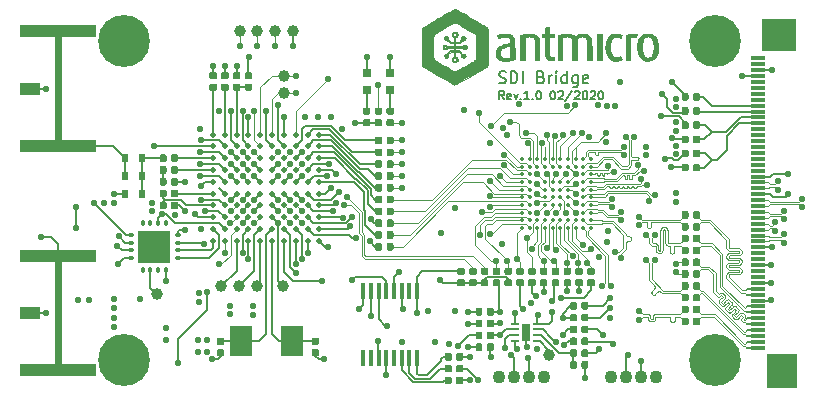
<source format=gbr>
G04 #@! TF.GenerationSoftware,KiCad,Pcbnew,5.1.5+dfsg1-2~bpo10+1*
G04 #@! TF.CreationDate,2020-03-09T15:40:36+01:00*
G04 #@! TF.ProjectId,SDI-bridge,5344492d-6272-4696-9467-652e6b696361,rev?*
G04 #@! TF.SameCoordinates,Original*
G04 #@! TF.FileFunction,Copper,L1,Top*
G04 #@! TF.FilePolarity,Positive*
%FSLAX46Y46*%
G04 Gerber Fmt 4.6, Leading zero omitted, Abs format (unit mm)*
G04 Created by KiCad (PCBNEW 5.1.5+dfsg1-2~bpo10+1) date 2020-03-09 15:40:36*
%MOMM*%
%LPD*%
G04 APERTURE LIST*
%ADD10C,0.150000*%
%ADD11C,0.200000*%
%ADD12C,0.001860*%
%ADD13C,0.350000*%
%ADD14C,1.000000*%
%ADD15R,2.760000X2.760000*%
%ADD16O,0.350000X0.650000*%
%ADD17O,0.650000X0.350000*%
%ADD18C,0.100000*%
%ADD19R,0.800000X0.800000*%
%ADD20R,0.700000X0.250000*%
%ADD21R,1.200000X0.300000*%
%ADD22R,3.000000X2.700000*%
%ADD23R,2.500000X3.000000*%
%ADD24C,1.100000*%
%ADD25R,0.350000X1.450000*%
%ADD26R,1.750000X1.100000*%
%ADD27R,6.450000X1.100000*%
%ADD28C,0.500000*%
%ADD29R,1.900000X2.600000*%
%ADD30R,0.600000X0.800000*%
%ADD31C,0.550000*%
%ADD32C,4.400000*%
%ADD33C,0.600000*%
G04 APERTURE END LIST*
D10*
X141126666Y-107916666D02*
X140893333Y-107583333D01*
X140726666Y-107916666D02*
X140726666Y-107216666D01*
X140993333Y-107216666D01*
X141060000Y-107250000D01*
X141093333Y-107283333D01*
X141126666Y-107350000D01*
X141126666Y-107450000D01*
X141093333Y-107516666D01*
X141060000Y-107550000D01*
X140993333Y-107583333D01*
X140726666Y-107583333D01*
X141693333Y-107883333D02*
X141626666Y-107916666D01*
X141493333Y-107916666D01*
X141426666Y-107883333D01*
X141393333Y-107816666D01*
X141393333Y-107550000D01*
X141426666Y-107483333D01*
X141493333Y-107450000D01*
X141626666Y-107450000D01*
X141693333Y-107483333D01*
X141726666Y-107550000D01*
X141726666Y-107616666D01*
X141393333Y-107683333D01*
X141960000Y-107450000D02*
X142126666Y-107916666D01*
X142293333Y-107450000D01*
X142560000Y-107850000D02*
X142593333Y-107883333D01*
X142560000Y-107916666D01*
X142526666Y-107883333D01*
X142560000Y-107850000D01*
X142560000Y-107916666D01*
X143260000Y-107916666D02*
X142860000Y-107916666D01*
X143060000Y-107916666D02*
X143060000Y-107216666D01*
X142993333Y-107316666D01*
X142926666Y-107383333D01*
X142860000Y-107416666D01*
X143560000Y-107850000D02*
X143593333Y-107883333D01*
X143560000Y-107916666D01*
X143526666Y-107883333D01*
X143560000Y-107850000D01*
X143560000Y-107916666D01*
X144026666Y-107216666D02*
X144093333Y-107216666D01*
X144160000Y-107250000D01*
X144193333Y-107283333D01*
X144226666Y-107350000D01*
X144260000Y-107483333D01*
X144260000Y-107650000D01*
X144226666Y-107783333D01*
X144193333Y-107850000D01*
X144160000Y-107883333D01*
X144093333Y-107916666D01*
X144026666Y-107916666D01*
X143960000Y-107883333D01*
X143926666Y-107850000D01*
X143893333Y-107783333D01*
X143860000Y-107650000D01*
X143860000Y-107483333D01*
X143893333Y-107350000D01*
X143926666Y-107283333D01*
X143960000Y-107250000D01*
X144026666Y-107216666D01*
X145226666Y-107216666D02*
X145293333Y-107216666D01*
X145360000Y-107250000D01*
X145393333Y-107283333D01*
X145426666Y-107350000D01*
X145460000Y-107483333D01*
X145460000Y-107650000D01*
X145426666Y-107783333D01*
X145393333Y-107850000D01*
X145360000Y-107883333D01*
X145293333Y-107916666D01*
X145226666Y-107916666D01*
X145160000Y-107883333D01*
X145126666Y-107850000D01*
X145093333Y-107783333D01*
X145060000Y-107650000D01*
X145060000Y-107483333D01*
X145093333Y-107350000D01*
X145126666Y-107283333D01*
X145160000Y-107250000D01*
X145226666Y-107216666D01*
X145726666Y-107283333D02*
X145760000Y-107250000D01*
X145826666Y-107216666D01*
X145993333Y-107216666D01*
X146060000Y-107250000D01*
X146093333Y-107283333D01*
X146126666Y-107350000D01*
X146126666Y-107416666D01*
X146093333Y-107516666D01*
X145693333Y-107916666D01*
X146126666Y-107916666D01*
X146926666Y-107183333D02*
X146326666Y-108083333D01*
X147126666Y-107283333D02*
X147160000Y-107250000D01*
X147226666Y-107216666D01*
X147393333Y-107216666D01*
X147460000Y-107250000D01*
X147493333Y-107283333D01*
X147526666Y-107350000D01*
X147526666Y-107416666D01*
X147493333Y-107516666D01*
X147093333Y-107916666D01*
X147526666Y-107916666D01*
X147960000Y-107216666D02*
X148026666Y-107216666D01*
X148093333Y-107250000D01*
X148126666Y-107283333D01*
X148160000Y-107350000D01*
X148193333Y-107483333D01*
X148193333Y-107650000D01*
X148160000Y-107783333D01*
X148126666Y-107850000D01*
X148093333Y-107883333D01*
X148026666Y-107916666D01*
X147960000Y-107916666D01*
X147893333Y-107883333D01*
X147860000Y-107850000D01*
X147826666Y-107783333D01*
X147793333Y-107650000D01*
X147793333Y-107483333D01*
X147826666Y-107350000D01*
X147860000Y-107283333D01*
X147893333Y-107250000D01*
X147960000Y-107216666D01*
X148460000Y-107283333D02*
X148493333Y-107250000D01*
X148560000Y-107216666D01*
X148726666Y-107216666D01*
X148793333Y-107250000D01*
X148826666Y-107283333D01*
X148860000Y-107350000D01*
X148860000Y-107416666D01*
X148826666Y-107516666D01*
X148426666Y-107916666D01*
X148860000Y-107916666D01*
X149293333Y-107216666D02*
X149360000Y-107216666D01*
X149426666Y-107250000D01*
X149460000Y-107283333D01*
X149493333Y-107350000D01*
X149526666Y-107483333D01*
X149526666Y-107650000D01*
X149493333Y-107783333D01*
X149460000Y-107850000D01*
X149426666Y-107883333D01*
X149360000Y-107916666D01*
X149293333Y-107916666D01*
X149226666Y-107883333D01*
X149193333Y-107850000D01*
X149160000Y-107783333D01*
X149126666Y-107650000D01*
X149126666Y-107483333D01*
X149160000Y-107350000D01*
X149193333Y-107283333D01*
X149226666Y-107250000D01*
X149293333Y-107216666D01*
D11*
X140704285Y-106504761D02*
X140847142Y-106552380D01*
X141085238Y-106552380D01*
X141180476Y-106504761D01*
X141228095Y-106457142D01*
X141275714Y-106361904D01*
X141275714Y-106266666D01*
X141228095Y-106171428D01*
X141180476Y-106123809D01*
X141085238Y-106076190D01*
X140894761Y-106028571D01*
X140799523Y-105980952D01*
X140751904Y-105933333D01*
X140704285Y-105838095D01*
X140704285Y-105742857D01*
X140751904Y-105647619D01*
X140799523Y-105600000D01*
X140894761Y-105552380D01*
X141132857Y-105552380D01*
X141275714Y-105600000D01*
X141704285Y-106552380D02*
X141704285Y-105552380D01*
X141942380Y-105552380D01*
X142085238Y-105600000D01*
X142180476Y-105695238D01*
X142228095Y-105790476D01*
X142275714Y-105980952D01*
X142275714Y-106123809D01*
X142228095Y-106314285D01*
X142180476Y-106409523D01*
X142085238Y-106504761D01*
X141942380Y-106552380D01*
X141704285Y-106552380D01*
X142704285Y-106552380D02*
X142704285Y-105552380D01*
X144275714Y-106028571D02*
X144418571Y-106076190D01*
X144466190Y-106123809D01*
X144513809Y-106219047D01*
X144513809Y-106361904D01*
X144466190Y-106457142D01*
X144418571Y-106504761D01*
X144323333Y-106552380D01*
X143942380Y-106552380D01*
X143942380Y-105552380D01*
X144275714Y-105552380D01*
X144370952Y-105600000D01*
X144418571Y-105647619D01*
X144466190Y-105742857D01*
X144466190Y-105838095D01*
X144418571Y-105933333D01*
X144370952Y-105980952D01*
X144275714Y-106028571D01*
X143942380Y-106028571D01*
X144942380Y-106552380D02*
X144942380Y-105885714D01*
X144942380Y-106076190D02*
X144990000Y-105980952D01*
X145037619Y-105933333D01*
X145132857Y-105885714D01*
X145228095Y-105885714D01*
X145561428Y-106552380D02*
X145561428Y-105885714D01*
X145561428Y-105552380D02*
X145513809Y-105600000D01*
X145561428Y-105647619D01*
X145609047Y-105600000D01*
X145561428Y-105552380D01*
X145561428Y-105647619D01*
X146466190Y-106552380D02*
X146466190Y-105552380D01*
X146466190Y-106504761D02*
X146370952Y-106552380D01*
X146180476Y-106552380D01*
X146085238Y-106504761D01*
X146037619Y-106457142D01*
X145990000Y-106361904D01*
X145990000Y-106076190D01*
X146037619Y-105980952D01*
X146085238Y-105933333D01*
X146180476Y-105885714D01*
X146370952Y-105885714D01*
X146466190Y-105933333D01*
X147370952Y-105885714D02*
X147370952Y-106695238D01*
X147323333Y-106790476D01*
X147275714Y-106838095D01*
X147180476Y-106885714D01*
X147037619Y-106885714D01*
X146942380Y-106838095D01*
X147370952Y-106504761D02*
X147275714Y-106552380D01*
X147085238Y-106552380D01*
X146990000Y-106504761D01*
X146942380Y-106457142D01*
X146894761Y-106361904D01*
X146894761Y-106076190D01*
X146942380Y-105980952D01*
X146990000Y-105933333D01*
X147085238Y-105885714D01*
X147275714Y-105885714D01*
X147370952Y-105933333D01*
X148228095Y-106504761D02*
X148132857Y-106552380D01*
X147942380Y-106552380D01*
X147847142Y-106504761D01*
X147799523Y-106409523D01*
X147799523Y-106028571D01*
X147847142Y-105933333D01*
X147942380Y-105885714D01*
X148132857Y-105885714D01*
X148228095Y-105933333D01*
X148275714Y-106028571D01*
X148275714Y-106123809D01*
X147799523Y-106219047D01*
D12*
G36*
X137027858Y-100304154D02*
G01*
X137093014Y-100319089D01*
X137094103Y-100319539D01*
X137114597Y-100330232D01*
X137159945Y-100355318D01*
X137227742Y-100393414D01*
X137315582Y-100443138D01*
X137421060Y-100503105D01*
X137541770Y-100571933D01*
X137675306Y-100648238D01*
X137819263Y-100730638D01*
X137971236Y-100817750D01*
X138128818Y-100908190D01*
X138289605Y-101000575D01*
X138451190Y-101093522D01*
X138611169Y-101185648D01*
X138767134Y-101275570D01*
X138916682Y-101361904D01*
X139057406Y-101443268D01*
X139186901Y-101518279D01*
X139302761Y-101585553D01*
X139402580Y-101643707D01*
X139483954Y-101691359D01*
X139544476Y-101727124D01*
X139581741Y-101749621D01*
X139585999Y-101752284D01*
X139652798Y-101807139D01*
X139704109Y-101872739D01*
X139746938Y-101945594D01*
X139751185Y-103446694D01*
X139751822Y-103733912D01*
X139752033Y-103993067D01*
X139751819Y-104223768D01*
X139751183Y-104425625D01*
X139750130Y-104598247D01*
X139748661Y-104741242D01*
X139746779Y-104854219D01*
X139744489Y-104936788D01*
X139741791Y-104988558D01*
X139739421Y-105007256D01*
X139732991Y-105030965D01*
X139726136Y-105052589D01*
X139717223Y-105073216D01*
X139704614Y-105093937D01*
X139686676Y-105115840D01*
X139661773Y-105140014D01*
X139628270Y-105167548D01*
X139584531Y-105199532D01*
X139528923Y-105237053D01*
X139459809Y-105281202D01*
X139375555Y-105333068D01*
X139274525Y-105393738D01*
X139155084Y-105464304D01*
X139015598Y-105545853D01*
X138854430Y-105639474D01*
X138669947Y-105746257D01*
X138460513Y-105867291D01*
X138367302Y-105921142D01*
X137101274Y-106652603D01*
X136983164Y-106658672D01*
X136865054Y-106664742D01*
X136400488Y-106397563D01*
X136116010Y-106233979D01*
X135857538Y-106085352D01*
X135623807Y-105950884D01*
X135413550Y-105829777D01*
X135225501Y-105721231D01*
X135058394Y-105624450D01*
X134910963Y-105538634D01*
X134781943Y-105462986D01*
X134670066Y-105396708D01*
X134574068Y-105339000D01*
X134492682Y-105289066D01*
X134424642Y-105246106D01*
X134368682Y-105209323D01*
X134323535Y-105177918D01*
X134287937Y-105151094D01*
X134260621Y-105128051D01*
X134240322Y-105107992D01*
X134225772Y-105090119D01*
X134215706Y-105073633D01*
X134208858Y-105057736D01*
X134203961Y-105041630D01*
X134199751Y-105024516D01*
X134195421Y-105007290D01*
X134192405Y-104979658D01*
X134189795Y-104920912D01*
X134187593Y-104831435D01*
X134185802Y-104711605D01*
X134184425Y-104561803D01*
X134183466Y-104382410D01*
X134182926Y-104173806D01*
X134182809Y-103936373D01*
X134183118Y-103670489D01*
X134183566Y-103481024D01*
X135156396Y-103481024D01*
X135156417Y-103685721D01*
X135156598Y-103861328D01*
X135157116Y-104010252D01*
X135158149Y-104134899D01*
X135159873Y-104237676D01*
X135162465Y-104320988D01*
X135166103Y-104387244D01*
X135170964Y-104438847D01*
X135177225Y-104478206D01*
X135185063Y-104507727D01*
X135194655Y-104529815D01*
X135206178Y-104546878D01*
X135219810Y-104561321D01*
X135235727Y-104575552D01*
X135237043Y-104576700D01*
X135258142Y-104591079D01*
X135303539Y-104619185D01*
X135370268Y-104659311D01*
X135455363Y-104709750D01*
X135555858Y-104768796D01*
X135668787Y-104834740D01*
X135791184Y-104905876D01*
X135920083Y-104980497D01*
X136052519Y-105056896D01*
X136185524Y-105133365D01*
X136316134Y-105208198D01*
X136441382Y-105279687D01*
X136558302Y-105346126D01*
X136663929Y-105405807D01*
X136755296Y-105457023D01*
X136829437Y-105498068D01*
X136883387Y-105527233D01*
X136914179Y-105542813D01*
X136919008Y-105544762D01*
X136958054Y-105555408D01*
X136985348Y-105556037D01*
X137017695Y-105545649D01*
X137036880Y-105537739D01*
X137063112Y-105524599D01*
X137113026Y-105497524D01*
X137183637Y-105458241D01*
X137271960Y-105408476D01*
X137375011Y-105349956D01*
X137489804Y-105284405D01*
X137613356Y-105213552D01*
X137742682Y-105139121D01*
X137874798Y-105062839D01*
X138006718Y-104986433D01*
X138135459Y-104911628D01*
X138258035Y-104840151D01*
X138371463Y-104773728D01*
X138472757Y-104714084D01*
X138558933Y-104662947D01*
X138627006Y-104622043D01*
X138673993Y-104593097D01*
X138696907Y-104577836D01*
X138697789Y-104577104D01*
X138713891Y-104562621D01*
X138727693Y-104548146D01*
X138739373Y-104531271D01*
X138749107Y-104509588D01*
X138757073Y-104480687D01*
X138763448Y-104442161D01*
X138768409Y-104391599D01*
X138772133Y-104326593D01*
X138774798Y-104244736D01*
X138776581Y-104143616D01*
X138777659Y-104020827D01*
X138778210Y-103873959D01*
X138778409Y-103700603D01*
X138778436Y-103498351D01*
X138778436Y-103481024D01*
X138778433Y-103275425D01*
X138778286Y-103098931D01*
X138777785Y-102949151D01*
X138776720Y-102823693D01*
X138774883Y-102720166D01*
X138772065Y-102636179D01*
X138768055Y-102569341D01*
X138762645Y-102517260D01*
X138755625Y-102477546D01*
X138746787Y-102447806D01*
X138735921Y-102425651D01*
X138722818Y-102408689D01*
X138707268Y-102394528D01*
X138689063Y-102380778D01*
X138681682Y-102375367D01*
X138658559Y-102360489D01*
X138610728Y-102331464D01*
X138540802Y-102289824D01*
X138451389Y-102237098D01*
X138345101Y-102174817D01*
X138224547Y-102104511D01*
X138092339Y-102027711D01*
X137951087Y-101945947D01*
X137832007Y-101877229D01*
X137661856Y-101779299D01*
X137516715Y-101696096D01*
X137394403Y-101626459D01*
X137292734Y-101569225D01*
X137209526Y-101523232D01*
X137142595Y-101487319D01*
X137089758Y-101460324D01*
X137048831Y-101441084D01*
X137017631Y-101428437D01*
X136993975Y-101421223D01*
X136975678Y-101418279D01*
X136969103Y-101418036D01*
X136952641Y-101419524D01*
X136931755Y-101424750D01*
X136904300Y-101434861D01*
X136868133Y-101451000D01*
X136821110Y-101474313D01*
X136761086Y-101505945D01*
X136685917Y-101547041D01*
X136593461Y-101598745D01*
X136481573Y-101662204D01*
X136348109Y-101738561D01*
X136190925Y-101828962D01*
X136080890Y-101892410D01*
X135932796Y-101977998D01*
X135792296Y-102059465D01*
X135661858Y-102135359D01*
X135543955Y-102204231D01*
X135441056Y-102264630D01*
X135355632Y-102315107D01*
X135290154Y-102354212D01*
X135247094Y-102380493D01*
X135229025Y-102392409D01*
X135214524Y-102405426D01*
X135202094Y-102419199D01*
X135191576Y-102436121D01*
X135182809Y-102458583D01*
X135175635Y-102488976D01*
X135169894Y-102529694D01*
X135165426Y-102583129D01*
X135162072Y-102651671D01*
X135159671Y-102737713D01*
X135158066Y-102843647D01*
X135157095Y-102971865D01*
X135156599Y-103124759D01*
X135156420Y-103304721D01*
X135156396Y-103481024D01*
X134183566Y-103481024D01*
X134183647Y-103446694D01*
X134184326Y-103191526D01*
X134184912Y-102965932D01*
X134185528Y-102767989D01*
X134186293Y-102595776D01*
X134187330Y-102447371D01*
X134188759Y-102320852D01*
X134190703Y-102214298D01*
X134193282Y-102125786D01*
X134196617Y-102053395D01*
X134200830Y-101995202D01*
X134206043Y-101949287D01*
X134212376Y-101913727D01*
X134219950Y-101886600D01*
X134228888Y-101865985D01*
X134239310Y-101849960D01*
X134251338Y-101836603D01*
X134265092Y-101823992D01*
X134280695Y-101810205D01*
X134287316Y-101804086D01*
X134307386Y-101790068D01*
X134352768Y-101761538D01*
X134421464Y-101719677D01*
X134511476Y-101665663D01*
X134620806Y-101600676D01*
X134747456Y-101525895D01*
X134889428Y-101442500D01*
X135044725Y-101351669D01*
X135211348Y-101254582D01*
X135387300Y-101152419D01*
X135570582Y-101046358D01*
X135590141Y-101035061D01*
X135803799Y-100911694D01*
X135991960Y-100803139D01*
X136156390Y-100708439D01*
X136298857Y-100626639D01*
X136421128Y-100556782D01*
X136524970Y-100497911D01*
X136612150Y-100449071D01*
X136684435Y-100409306D01*
X136743592Y-100377659D01*
X136791390Y-100353174D01*
X136829594Y-100334896D01*
X136859972Y-100321867D01*
X136884292Y-100313131D01*
X136904319Y-100307733D01*
X136921823Y-100304716D01*
X136938569Y-100303125D01*
X136943480Y-100302797D01*
X137027858Y-100304154D01*
G37*
X137027858Y-100304154D02*
X137093014Y-100319089D01*
X137094103Y-100319539D01*
X137114597Y-100330232D01*
X137159945Y-100355318D01*
X137227742Y-100393414D01*
X137315582Y-100443138D01*
X137421060Y-100503105D01*
X137541770Y-100571933D01*
X137675306Y-100648238D01*
X137819263Y-100730638D01*
X137971236Y-100817750D01*
X138128818Y-100908190D01*
X138289605Y-101000575D01*
X138451190Y-101093522D01*
X138611169Y-101185648D01*
X138767134Y-101275570D01*
X138916682Y-101361904D01*
X139057406Y-101443268D01*
X139186901Y-101518279D01*
X139302761Y-101585553D01*
X139402580Y-101643707D01*
X139483954Y-101691359D01*
X139544476Y-101727124D01*
X139581741Y-101749621D01*
X139585999Y-101752284D01*
X139652798Y-101807139D01*
X139704109Y-101872739D01*
X139746938Y-101945594D01*
X139751185Y-103446694D01*
X139751822Y-103733912D01*
X139752033Y-103993067D01*
X139751819Y-104223768D01*
X139751183Y-104425625D01*
X139750130Y-104598247D01*
X139748661Y-104741242D01*
X139746779Y-104854219D01*
X139744489Y-104936788D01*
X139741791Y-104988558D01*
X139739421Y-105007256D01*
X139732991Y-105030965D01*
X139726136Y-105052589D01*
X139717223Y-105073216D01*
X139704614Y-105093937D01*
X139686676Y-105115840D01*
X139661773Y-105140014D01*
X139628270Y-105167548D01*
X139584531Y-105199532D01*
X139528923Y-105237053D01*
X139459809Y-105281202D01*
X139375555Y-105333068D01*
X139274525Y-105393738D01*
X139155084Y-105464304D01*
X139015598Y-105545853D01*
X138854430Y-105639474D01*
X138669947Y-105746257D01*
X138460513Y-105867291D01*
X138367302Y-105921142D01*
X137101274Y-106652603D01*
X136983164Y-106658672D01*
X136865054Y-106664742D01*
X136400488Y-106397563D01*
X136116010Y-106233979D01*
X135857538Y-106085352D01*
X135623807Y-105950884D01*
X135413550Y-105829777D01*
X135225501Y-105721231D01*
X135058394Y-105624450D01*
X134910963Y-105538634D01*
X134781943Y-105462986D01*
X134670066Y-105396708D01*
X134574068Y-105339000D01*
X134492682Y-105289066D01*
X134424642Y-105246106D01*
X134368682Y-105209323D01*
X134323535Y-105177918D01*
X134287937Y-105151094D01*
X134260621Y-105128051D01*
X134240322Y-105107992D01*
X134225772Y-105090119D01*
X134215706Y-105073633D01*
X134208858Y-105057736D01*
X134203961Y-105041630D01*
X134199751Y-105024516D01*
X134195421Y-105007290D01*
X134192405Y-104979658D01*
X134189795Y-104920912D01*
X134187593Y-104831435D01*
X134185802Y-104711605D01*
X134184425Y-104561803D01*
X134183466Y-104382410D01*
X134182926Y-104173806D01*
X134182809Y-103936373D01*
X134183118Y-103670489D01*
X134183566Y-103481024D01*
X135156396Y-103481024D01*
X135156417Y-103685721D01*
X135156598Y-103861328D01*
X135157116Y-104010252D01*
X135158149Y-104134899D01*
X135159873Y-104237676D01*
X135162465Y-104320988D01*
X135166103Y-104387244D01*
X135170964Y-104438847D01*
X135177225Y-104478206D01*
X135185063Y-104507727D01*
X135194655Y-104529815D01*
X135206178Y-104546878D01*
X135219810Y-104561321D01*
X135235727Y-104575552D01*
X135237043Y-104576700D01*
X135258142Y-104591079D01*
X135303539Y-104619185D01*
X135370268Y-104659311D01*
X135455363Y-104709750D01*
X135555858Y-104768796D01*
X135668787Y-104834740D01*
X135791184Y-104905876D01*
X135920083Y-104980497D01*
X136052519Y-105056896D01*
X136185524Y-105133365D01*
X136316134Y-105208198D01*
X136441382Y-105279687D01*
X136558302Y-105346126D01*
X136663929Y-105405807D01*
X136755296Y-105457023D01*
X136829437Y-105498068D01*
X136883387Y-105527233D01*
X136914179Y-105542813D01*
X136919008Y-105544762D01*
X136958054Y-105555408D01*
X136985348Y-105556037D01*
X137017695Y-105545649D01*
X137036880Y-105537739D01*
X137063112Y-105524599D01*
X137113026Y-105497524D01*
X137183637Y-105458241D01*
X137271960Y-105408476D01*
X137375011Y-105349956D01*
X137489804Y-105284405D01*
X137613356Y-105213552D01*
X137742682Y-105139121D01*
X137874798Y-105062839D01*
X138006718Y-104986433D01*
X138135459Y-104911628D01*
X138258035Y-104840151D01*
X138371463Y-104773728D01*
X138472757Y-104714084D01*
X138558933Y-104662947D01*
X138627006Y-104622043D01*
X138673993Y-104593097D01*
X138696907Y-104577836D01*
X138697789Y-104577104D01*
X138713891Y-104562621D01*
X138727693Y-104548146D01*
X138739373Y-104531271D01*
X138749107Y-104509588D01*
X138757073Y-104480687D01*
X138763448Y-104442161D01*
X138768409Y-104391599D01*
X138772133Y-104326593D01*
X138774798Y-104244736D01*
X138776581Y-104143616D01*
X138777659Y-104020827D01*
X138778210Y-103873959D01*
X138778409Y-103700603D01*
X138778436Y-103498351D01*
X138778436Y-103481024D01*
X138778433Y-103275425D01*
X138778286Y-103098931D01*
X138777785Y-102949151D01*
X138776720Y-102823693D01*
X138774883Y-102720166D01*
X138772065Y-102636179D01*
X138768055Y-102569341D01*
X138762645Y-102517260D01*
X138755625Y-102477546D01*
X138746787Y-102447806D01*
X138735921Y-102425651D01*
X138722818Y-102408689D01*
X138707268Y-102394528D01*
X138689063Y-102380778D01*
X138681682Y-102375367D01*
X138658559Y-102360489D01*
X138610728Y-102331464D01*
X138540802Y-102289824D01*
X138451389Y-102237098D01*
X138345101Y-102174817D01*
X138224547Y-102104511D01*
X138092339Y-102027711D01*
X137951087Y-101945947D01*
X137832007Y-101877229D01*
X137661856Y-101779299D01*
X137516715Y-101696096D01*
X137394403Y-101626459D01*
X137292734Y-101569225D01*
X137209526Y-101523232D01*
X137142595Y-101487319D01*
X137089758Y-101460324D01*
X137048831Y-101441084D01*
X137017631Y-101428437D01*
X136993975Y-101421223D01*
X136975678Y-101418279D01*
X136969103Y-101418036D01*
X136952641Y-101419524D01*
X136931755Y-101424750D01*
X136904300Y-101434861D01*
X136868133Y-101451000D01*
X136821110Y-101474313D01*
X136761086Y-101505945D01*
X136685917Y-101547041D01*
X136593461Y-101598745D01*
X136481573Y-101662204D01*
X136348109Y-101738561D01*
X136190925Y-101828962D01*
X136080890Y-101892410D01*
X135932796Y-101977998D01*
X135792296Y-102059465D01*
X135661858Y-102135359D01*
X135543955Y-102204231D01*
X135441056Y-102264630D01*
X135355632Y-102315107D01*
X135290154Y-102354212D01*
X135247094Y-102380493D01*
X135229025Y-102392409D01*
X135214524Y-102405426D01*
X135202094Y-102419199D01*
X135191576Y-102436121D01*
X135182809Y-102458583D01*
X135175635Y-102488976D01*
X135169894Y-102529694D01*
X135165426Y-102583129D01*
X135162072Y-102651671D01*
X135159671Y-102737713D01*
X135158066Y-102843647D01*
X135157095Y-102971865D01*
X135156599Y-103124759D01*
X135156420Y-103304721D01*
X135156396Y-103481024D01*
X134183566Y-103481024D01*
X134183647Y-103446694D01*
X134184326Y-103191526D01*
X134184912Y-102965932D01*
X134185528Y-102767989D01*
X134186293Y-102595776D01*
X134187330Y-102447371D01*
X134188759Y-102320852D01*
X134190703Y-102214298D01*
X134193282Y-102125786D01*
X134196617Y-102053395D01*
X134200830Y-101995202D01*
X134206043Y-101949287D01*
X134212376Y-101913727D01*
X134219950Y-101886600D01*
X134228888Y-101865985D01*
X134239310Y-101849960D01*
X134251338Y-101836603D01*
X134265092Y-101823992D01*
X134280695Y-101810205D01*
X134287316Y-101804086D01*
X134307386Y-101790068D01*
X134352768Y-101761538D01*
X134421464Y-101719677D01*
X134511476Y-101665663D01*
X134620806Y-101600676D01*
X134747456Y-101525895D01*
X134889428Y-101442500D01*
X135044725Y-101351669D01*
X135211348Y-101254582D01*
X135387300Y-101152419D01*
X135570582Y-101046358D01*
X135590141Y-101035061D01*
X135803799Y-100911694D01*
X135991960Y-100803139D01*
X136156390Y-100708439D01*
X136298857Y-100626639D01*
X136421128Y-100556782D01*
X136524970Y-100497911D01*
X136612150Y-100449071D01*
X136684435Y-100409306D01*
X136743592Y-100377659D01*
X136791390Y-100353174D01*
X136829594Y-100334896D01*
X136859972Y-100321867D01*
X136884292Y-100313131D01*
X136904319Y-100307733D01*
X136921823Y-100304716D01*
X136938569Y-100303125D01*
X136943480Y-100302797D01*
X137027858Y-100304154D01*
G36*
X141417751Y-102357833D02*
G01*
X141517450Y-102376497D01*
X141630608Y-102411190D01*
X141721916Y-102454245D01*
X141800837Y-102510654D01*
X141839641Y-102546444D01*
X141896867Y-102617912D01*
X141948247Y-102709412D01*
X141988063Y-102809483D01*
X142006450Y-102880881D01*
X142010100Y-102916332D01*
X142013376Y-102980657D01*
X142016231Y-103071233D01*
X142018613Y-103185439D01*
X142020475Y-103320653D01*
X142021765Y-103474254D01*
X142022436Y-103643621D01*
X142022524Y-103734404D01*
X142022524Y-104503170D01*
X141948716Y-104535819D01*
X141816561Y-104583297D01*
X141663469Y-104619980D01*
X141498484Y-104644719D01*
X141330650Y-104656367D01*
X141169012Y-104653776D01*
X141083755Y-104645571D01*
X140916711Y-104612290D01*
X140773931Y-104559385D01*
X140655703Y-104487171D01*
X140562314Y-104395962D01*
X140494051Y-104286070D01*
X140451202Y-104157809D01*
X140434054Y-104011493D01*
X140434884Y-103938039D01*
X140436891Y-103924154D01*
X140797704Y-103924154D01*
X140800632Y-104054438D01*
X140828945Y-104167040D01*
X140882035Y-104261021D01*
X140959297Y-104335443D01*
X141060127Y-104389368D01*
X141108361Y-104405398D01*
X141169981Y-104415934D01*
X141252502Y-104420730D01*
X141345929Y-104420162D01*
X141440266Y-104414607D01*
X141525517Y-104404439D01*
X141591688Y-104390036D01*
X141601265Y-104386856D01*
X141676068Y-104359951D01*
X141676068Y-103368522D01*
X141585517Y-103379447D01*
X141527727Y-103388538D01*
X141452910Y-103403205D01*
X141374431Y-103420765D01*
X141349756Y-103426800D01*
X141188315Y-103476434D01*
X141055748Y-103537420D01*
X140951297Y-103610441D01*
X140874201Y-103696184D01*
X140823701Y-103795331D01*
X140799037Y-103908569D01*
X140797704Y-103924154D01*
X140436891Y-103924154D01*
X140455388Y-103796169D01*
X140502933Y-103670045D01*
X140578113Y-103558308D01*
X140621016Y-103512457D01*
X140715816Y-103437132D01*
X140837700Y-103367807D01*
X140982579Y-103305995D01*
X141146361Y-103253213D01*
X141324957Y-103210977D01*
X141514275Y-103180801D01*
X141517104Y-103180456D01*
X141680366Y-103160670D01*
X141670927Y-103026926D01*
X141652663Y-102900797D01*
X141616434Y-102799588D01*
X141560603Y-102721285D01*
X141483535Y-102663874D01*
X141383592Y-102625341D01*
X141335755Y-102614557D01*
X141205531Y-102603216D01*
X141060788Y-102614064D01*
X140908300Y-102646084D01*
X140754839Y-102698258D01*
X140741329Y-102703858D01*
X140692899Y-102723070D01*
X140657419Y-102734946D01*
X140643320Y-102736989D01*
X140635289Y-102720365D01*
X140620176Y-102683295D01*
X140601470Y-102635006D01*
X140582660Y-102584722D01*
X140567235Y-102541667D01*
X140558684Y-102515065D01*
X140557960Y-102511296D01*
X140571145Y-102501016D01*
X140605372Y-102482840D01*
X140643843Y-102464933D01*
X140785211Y-102413792D01*
X140941962Y-102376633D01*
X141105420Y-102354335D01*
X141266908Y-102347775D01*
X141417751Y-102357833D01*
G37*
X141417751Y-102357833D02*
X141517450Y-102376497D01*
X141630608Y-102411190D01*
X141721916Y-102454245D01*
X141800837Y-102510654D01*
X141839641Y-102546444D01*
X141896867Y-102617912D01*
X141948247Y-102709412D01*
X141988063Y-102809483D01*
X142006450Y-102880881D01*
X142010100Y-102916332D01*
X142013376Y-102980657D01*
X142016231Y-103071233D01*
X142018613Y-103185439D01*
X142020475Y-103320653D01*
X142021765Y-103474254D01*
X142022436Y-103643621D01*
X142022524Y-103734404D01*
X142022524Y-104503170D01*
X141948716Y-104535819D01*
X141816561Y-104583297D01*
X141663469Y-104619980D01*
X141498484Y-104644719D01*
X141330650Y-104656367D01*
X141169012Y-104653776D01*
X141083755Y-104645571D01*
X140916711Y-104612290D01*
X140773931Y-104559385D01*
X140655703Y-104487171D01*
X140562314Y-104395962D01*
X140494051Y-104286070D01*
X140451202Y-104157809D01*
X140434054Y-104011493D01*
X140434884Y-103938039D01*
X140436891Y-103924154D01*
X140797704Y-103924154D01*
X140800632Y-104054438D01*
X140828945Y-104167040D01*
X140882035Y-104261021D01*
X140959297Y-104335443D01*
X141060127Y-104389368D01*
X141108361Y-104405398D01*
X141169981Y-104415934D01*
X141252502Y-104420730D01*
X141345929Y-104420162D01*
X141440266Y-104414607D01*
X141525517Y-104404439D01*
X141591688Y-104390036D01*
X141601265Y-104386856D01*
X141676068Y-104359951D01*
X141676068Y-103368522D01*
X141585517Y-103379447D01*
X141527727Y-103388538D01*
X141452910Y-103403205D01*
X141374431Y-103420765D01*
X141349756Y-103426800D01*
X141188315Y-103476434D01*
X141055748Y-103537420D01*
X140951297Y-103610441D01*
X140874201Y-103696184D01*
X140823701Y-103795331D01*
X140799037Y-103908569D01*
X140797704Y-103924154D01*
X140436891Y-103924154D01*
X140455388Y-103796169D01*
X140502933Y-103670045D01*
X140578113Y-103558308D01*
X140621016Y-103512457D01*
X140715816Y-103437132D01*
X140837700Y-103367807D01*
X140982579Y-103305995D01*
X141146361Y-103253213D01*
X141324957Y-103210977D01*
X141514275Y-103180801D01*
X141517104Y-103180456D01*
X141680366Y-103160670D01*
X141670927Y-103026926D01*
X141652663Y-102900797D01*
X141616434Y-102799588D01*
X141560603Y-102721285D01*
X141483535Y-102663874D01*
X141383592Y-102625341D01*
X141335755Y-102614557D01*
X141205531Y-102603216D01*
X141060788Y-102614064D01*
X140908300Y-102646084D01*
X140754839Y-102698258D01*
X140741329Y-102703858D01*
X140692899Y-102723070D01*
X140657419Y-102734946D01*
X140643320Y-102736989D01*
X140635289Y-102720365D01*
X140620176Y-102683295D01*
X140601470Y-102635006D01*
X140582660Y-102584722D01*
X140567235Y-102541667D01*
X140558684Y-102515065D01*
X140557960Y-102511296D01*
X140571145Y-102501016D01*
X140605372Y-102482840D01*
X140643843Y-102464933D01*
X140785211Y-102413792D01*
X140941962Y-102376633D01*
X141105420Y-102354335D01*
X141266908Y-102347775D01*
X141417751Y-102357833D01*
G36*
X150660642Y-102350011D02*
G01*
X150764340Y-102360059D01*
X150822021Y-102370910D01*
X150881468Y-102388026D01*
X150945304Y-102411271D01*
X151005268Y-102437041D01*
X151053099Y-102461732D01*
X151080536Y-102481740D01*
X151082731Y-102484663D01*
X151081034Y-102504245D01*
X151069691Y-102542719D01*
X151052257Y-102591037D01*
X151032289Y-102640151D01*
X151013344Y-102681015D01*
X150998977Y-102704581D01*
X150995277Y-102707140D01*
X150975840Y-102701467D01*
X150937145Y-102685946D01*
X150897966Y-102668637D01*
X150777556Y-102626817D01*
X150658303Y-102610564D01*
X150545741Y-102620051D01*
X150447082Y-102654575D01*
X150364633Y-102713565D01*
X150289079Y-102800093D01*
X150222796Y-102910527D01*
X150168158Y-103041237D01*
X150144987Y-103116560D01*
X150126700Y-103209379D01*
X150114948Y-103323674D01*
X150109731Y-103450106D01*
X150111048Y-103579342D01*
X150118899Y-103702043D01*
X150133283Y-103808876D01*
X150145029Y-103861403D01*
X150198441Y-104017854D01*
X150265682Y-104146208D01*
X150346949Y-104246760D01*
X150442433Y-104319803D01*
X150449842Y-104323997D01*
X150498046Y-104348461D01*
X150540476Y-104362533D01*
X150589360Y-104368899D01*
X150656928Y-104370247D01*
X150660302Y-104370234D01*
X150731196Y-104367119D01*
X150793423Y-104356543D01*
X150856539Y-104335628D01*
X150930104Y-104301498D01*
X150985132Y-104272451D01*
X150991994Y-104276864D01*
X151003881Y-104297522D01*
X151022273Y-104337671D01*
X151048648Y-104400555D01*
X151084485Y-104489421D01*
X151087856Y-104497878D01*
X151078997Y-104514820D01*
X151046949Y-104538588D01*
X150998267Y-104565640D01*
X150939502Y-104592438D01*
X150877208Y-104615441D01*
X150860962Y-104620446D01*
X150776243Y-104638476D01*
X150674197Y-104650035D01*
X150568370Y-104654337D01*
X150472302Y-104650592D01*
X150431956Y-104645421D01*
X150372955Y-104630449D01*
X150301933Y-104605569D01*
X150235106Y-104576553D01*
X150104393Y-104495216D01*
X149991546Y-104388355D01*
X149897058Y-104256718D01*
X149821420Y-104101051D01*
X149765125Y-103922101D01*
X149746382Y-103834966D01*
X149732710Y-103731836D01*
X149725515Y-103609652D01*
X149724535Y-103477268D01*
X149729505Y-103343541D01*
X149740163Y-103217326D01*
X149756246Y-103107478D01*
X149769781Y-103047966D01*
X149830979Y-102873646D01*
X149911770Y-102721736D01*
X150011148Y-102593374D01*
X150128105Y-102489697D01*
X150261634Y-102411841D01*
X150367885Y-102372292D01*
X150450746Y-102356163D01*
X150552221Y-102348724D01*
X150660642Y-102350011D01*
G37*
X150660642Y-102350011D02*
X150764340Y-102360059D01*
X150822021Y-102370910D01*
X150881468Y-102388026D01*
X150945304Y-102411271D01*
X151005268Y-102437041D01*
X151053099Y-102461732D01*
X151080536Y-102481740D01*
X151082731Y-102484663D01*
X151081034Y-102504245D01*
X151069691Y-102542719D01*
X151052257Y-102591037D01*
X151032289Y-102640151D01*
X151013344Y-102681015D01*
X150998977Y-102704581D01*
X150995277Y-102707140D01*
X150975840Y-102701467D01*
X150937145Y-102685946D01*
X150897966Y-102668637D01*
X150777556Y-102626817D01*
X150658303Y-102610564D01*
X150545741Y-102620051D01*
X150447082Y-102654575D01*
X150364633Y-102713565D01*
X150289079Y-102800093D01*
X150222796Y-102910527D01*
X150168158Y-103041237D01*
X150144987Y-103116560D01*
X150126700Y-103209379D01*
X150114948Y-103323674D01*
X150109731Y-103450106D01*
X150111048Y-103579342D01*
X150118899Y-103702043D01*
X150133283Y-103808876D01*
X150145029Y-103861403D01*
X150198441Y-104017854D01*
X150265682Y-104146208D01*
X150346949Y-104246760D01*
X150442433Y-104319803D01*
X150449842Y-104323997D01*
X150498046Y-104348461D01*
X150540476Y-104362533D01*
X150589360Y-104368899D01*
X150656928Y-104370247D01*
X150660302Y-104370234D01*
X150731196Y-104367119D01*
X150793423Y-104356543D01*
X150856539Y-104335628D01*
X150930104Y-104301498D01*
X150985132Y-104272451D01*
X150991994Y-104276864D01*
X151003881Y-104297522D01*
X151022273Y-104337671D01*
X151048648Y-104400555D01*
X151084485Y-104489421D01*
X151087856Y-104497878D01*
X151078997Y-104514820D01*
X151046949Y-104538588D01*
X150998267Y-104565640D01*
X150939502Y-104592438D01*
X150877208Y-104615441D01*
X150860962Y-104620446D01*
X150776243Y-104638476D01*
X150674197Y-104650035D01*
X150568370Y-104654337D01*
X150472302Y-104650592D01*
X150431956Y-104645421D01*
X150372955Y-104630449D01*
X150301933Y-104605569D01*
X150235106Y-104576553D01*
X150104393Y-104495216D01*
X149991546Y-104388355D01*
X149897058Y-104256718D01*
X149821420Y-104101051D01*
X149765125Y-103922101D01*
X149746382Y-103834966D01*
X149732710Y-103731836D01*
X149725515Y-103609652D01*
X149724535Y-103477268D01*
X149729505Y-103343541D01*
X149740163Y-103217326D01*
X149756246Y-103107478D01*
X149769781Y-103047966D01*
X149830979Y-102873646D01*
X149911770Y-102721736D01*
X150011148Y-102593374D01*
X150128105Y-102489697D01*
X150261634Y-102411841D01*
X150367885Y-102372292D01*
X150450746Y-102356163D01*
X150552221Y-102348724D01*
X150660642Y-102350011D01*
G36*
X153458500Y-102357934D02*
G01*
X153599271Y-102389987D01*
X153723888Y-102445132D01*
X153836461Y-102524942D01*
X153888553Y-102573613D01*
X153988300Y-102695569D01*
X154067318Y-102839028D01*
X154125961Y-103004900D01*
X154164585Y-103194095D01*
X154178095Y-103316636D01*
X154185731Y-103536880D01*
X154172844Y-103742824D01*
X154140106Y-103932524D01*
X154088183Y-104104035D01*
X154017744Y-104255411D01*
X153929459Y-104384707D01*
X153823995Y-104489978D01*
X153758549Y-104537161D01*
X153655336Y-104588408D01*
X153532499Y-104626601D01*
X153399808Y-104650004D01*
X153267028Y-104656884D01*
X153146072Y-104645896D01*
X152990713Y-104603331D01*
X152853021Y-104534959D01*
X152733580Y-104441436D01*
X152632970Y-104323416D01*
X152551776Y-104181552D01*
X152490581Y-104016499D01*
X152457228Y-103872757D01*
X152429196Y-103659469D01*
X152423315Y-103488157D01*
X152799775Y-103488157D01*
X152806639Y-103663941D01*
X152827674Y-103833017D01*
X152862896Y-103988411D01*
X152910663Y-104119537D01*
X152972305Y-104222891D01*
X153050412Y-104303717D01*
X153141038Y-104360398D01*
X153240232Y-104391318D01*
X153344048Y-104394859D01*
X153448537Y-104369405D01*
X153483274Y-104353979D01*
X153571728Y-104295796D01*
X153645071Y-104216116D01*
X153704047Y-104113338D01*
X153749396Y-103985865D01*
X153781861Y-103832097D01*
X153800669Y-103670000D01*
X153808833Y-103472406D01*
X153800784Y-103288380D01*
X153777156Y-103120675D01*
X153738579Y-102972044D01*
X153685687Y-102845239D01*
X153619111Y-102743014D01*
X153577763Y-102699068D01*
X153487830Y-102635409D01*
X153390287Y-102599846D01*
X153289492Y-102591338D01*
X153189802Y-102608846D01*
X153095575Y-102651331D01*
X153011168Y-102717753D01*
X152940939Y-102807073D01*
X152913695Y-102857455D01*
X152864043Y-102990314D01*
X152828494Y-103144368D01*
X152807066Y-103312641D01*
X152799775Y-103488157D01*
X152423315Y-103488157D01*
X152422077Y-103452113D01*
X152435237Y-103253981D01*
X152468043Y-103068364D01*
X152519862Y-102898555D01*
X152590060Y-102747845D01*
X152678004Y-102619525D01*
X152704035Y-102589872D01*
X152817280Y-102488968D01*
X152945238Y-102415332D01*
X153088825Y-102368588D01*
X153248958Y-102348362D01*
X153297464Y-102347401D01*
X153458500Y-102357934D01*
G37*
X153458500Y-102357934D02*
X153599271Y-102389987D01*
X153723888Y-102445132D01*
X153836461Y-102524942D01*
X153888553Y-102573613D01*
X153988300Y-102695569D01*
X154067318Y-102839028D01*
X154125961Y-103004900D01*
X154164585Y-103194095D01*
X154178095Y-103316636D01*
X154185731Y-103536880D01*
X154172844Y-103742824D01*
X154140106Y-103932524D01*
X154088183Y-104104035D01*
X154017744Y-104255411D01*
X153929459Y-104384707D01*
X153823995Y-104489978D01*
X153758549Y-104537161D01*
X153655336Y-104588408D01*
X153532499Y-104626601D01*
X153399808Y-104650004D01*
X153267028Y-104656884D01*
X153146072Y-104645896D01*
X152990713Y-104603331D01*
X152853021Y-104534959D01*
X152733580Y-104441436D01*
X152632970Y-104323416D01*
X152551776Y-104181552D01*
X152490581Y-104016499D01*
X152457228Y-103872757D01*
X152429196Y-103659469D01*
X152423315Y-103488157D01*
X152799775Y-103488157D01*
X152806639Y-103663941D01*
X152827674Y-103833017D01*
X152862896Y-103988411D01*
X152910663Y-104119537D01*
X152972305Y-104222891D01*
X153050412Y-104303717D01*
X153141038Y-104360398D01*
X153240232Y-104391318D01*
X153344048Y-104394859D01*
X153448537Y-104369405D01*
X153483274Y-104353979D01*
X153571728Y-104295796D01*
X153645071Y-104216116D01*
X153704047Y-104113338D01*
X153749396Y-103985865D01*
X153781861Y-103832097D01*
X153800669Y-103670000D01*
X153808833Y-103472406D01*
X153800784Y-103288380D01*
X153777156Y-103120675D01*
X153738579Y-102972044D01*
X153685687Y-102845239D01*
X153619111Y-102743014D01*
X153577763Y-102699068D01*
X153487830Y-102635409D01*
X153390287Y-102599846D01*
X153289492Y-102591338D01*
X153189802Y-102608846D01*
X153095575Y-102651331D01*
X153011168Y-102717753D01*
X152940939Y-102807073D01*
X152913695Y-102857455D01*
X152864043Y-102990314D01*
X152828494Y-103144368D01*
X152807066Y-103312641D01*
X152799775Y-103488157D01*
X152423315Y-103488157D01*
X152422077Y-103452113D01*
X152435237Y-103253981D01*
X152468043Y-103068364D01*
X152519862Y-102898555D01*
X152590060Y-102747845D01*
X152678004Y-102619525D01*
X152704035Y-102589872D01*
X152817280Y-102488968D01*
X152945238Y-102415332D01*
X153088825Y-102368588D01*
X153248958Y-102348362D01*
X153297464Y-102347401D01*
X153458500Y-102357934D01*
G36*
X144975755Y-101779444D02*
G01*
X144978630Y-101821116D01*
X144980930Y-101884735D01*
X144982488Y-101965527D01*
X144983139Y-102058716D01*
X144983148Y-102071578D01*
X144983148Y-102378664D01*
X145361100Y-102378664D01*
X145361100Y-102630632D01*
X144983148Y-102630632D01*
X144983148Y-104168982D01*
X145018973Y-104236729D01*
X145065039Y-104301264D01*
X145124279Y-104341205D01*
X145201404Y-104358928D01*
X145262708Y-104359690D01*
X145361166Y-104355038D01*
X145361133Y-104476155D01*
X145358348Y-104550811D01*
X145350140Y-104596070D01*
X145341415Y-104609626D01*
X145318007Y-104615325D01*
X145270929Y-104620669D01*
X145208005Y-104624906D01*
X145164250Y-104626653D01*
X145077887Y-104627443D01*
X145012757Y-104623166D01*
X144958855Y-104612783D01*
X144923384Y-104601661D01*
X144827529Y-104556432D01*
X144751230Y-104493573D01*
X144688105Y-104407316D01*
X144668188Y-104371009D01*
X144613070Y-104263781D01*
X144608593Y-103447206D01*
X144604117Y-102630632D01*
X144353228Y-102630632D01*
X144353228Y-102378664D01*
X144605196Y-102378664D01*
X144605196Y-101875812D01*
X144783495Y-101820152D01*
X144853943Y-101798426D01*
X144913143Y-101780669D01*
X144954786Y-101768739D01*
X144972471Y-101764492D01*
X144975755Y-101779444D01*
G37*
X144975755Y-101779444D02*
X144978630Y-101821116D01*
X144980930Y-101884735D01*
X144982488Y-101965527D01*
X144983139Y-102058716D01*
X144983148Y-102071578D01*
X144983148Y-102378664D01*
X145361100Y-102378664D01*
X145361100Y-102630632D01*
X144983148Y-102630632D01*
X144983148Y-104168982D01*
X145018973Y-104236729D01*
X145065039Y-104301264D01*
X145124279Y-104341205D01*
X145201404Y-104358928D01*
X145262708Y-104359690D01*
X145361166Y-104355038D01*
X145361133Y-104476155D01*
X145358348Y-104550811D01*
X145350140Y-104596070D01*
X145341415Y-104609626D01*
X145318007Y-104615325D01*
X145270929Y-104620669D01*
X145208005Y-104624906D01*
X145164250Y-104626653D01*
X145077887Y-104627443D01*
X145012757Y-104623166D01*
X144958855Y-104612783D01*
X144923384Y-104601661D01*
X144827529Y-104556432D01*
X144751230Y-104493573D01*
X144688105Y-104407316D01*
X144668188Y-104371009D01*
X144613070Y-104263781D01*
X144608593Y-103447206D01*
X144604117Y-102630632D01*
X144353228Y-102630632D01*
X144353228Y-102378664D01*
X144605196Y-102378664D01*
X144605196Y-101875812D01*
X144783495Y-101820152D01*
X144853943Y-101798426D01*
X144913143Y-101780669D01*
X144954786Y-101768739D01*
X144972471Y-101764492D01*
X144975755Y-101779444D01*
G36*
X143360096Y-102355833D02*
G01*
X143443898Y-102358024D01*
X143508323Y-102362309D01*
X143559422Y-102369157D01*
X143603244Y-102379040D01*
X143620273Y-102384005D01*
X143763061Y-102438660D01*
X143878414Y-102506545D01*
X143968001Y-102588851D01*
X144026914Y-102674274D01*
X144045724Y-102709641D01*
X144061717Y-102743023D01*
X144075121Y-102777213D01*
X144086164Y-102815004D01*
X144095075Y-102859189D01*
X144102082Y-102912558D01*
X144107413Y-102977906D01*
X144111297Y-103058025D01*
X144113963Y-103155707D01*
X144115638Y-103273744D01*
X144116552Y-103414930D01*
X144116932Y-103582056D01*
X144117008Y-103775671D01*
X144117008Y-104614880D01*
X143739056Y-104614880D01*
X143739056Y-103783094D01*
X143738976Y-103587306D01*
X143738574Y-103420372D01*
X143737603Y-103279653D01*
X143735819Y-103162508D01*
X143732976Y-103066295D01*
X143728829Y-102988374D01*
X143723134Y-102926104D01*
X143715644Y-102876845D01*
X143706116Y-102837955D01*
X143694302Y-102806794D01*
X143679959Y-102780721D01*
X143662841Y-102757096D01*
X143642702Y-102733276D01*
X143641446Y-102731844D01*
X143576309Y-102673065D01*
X143496879Y-102631799D01*
X143396472Y-102604899D01*
X143358921Y-102598826D01*
X143253340Y-102592045D01*
X143136487Y-102597786D01*
X143022948Y-102614728D01*
X142940197Y-102636855D01*
X142880790Y-102657420D01*
X142876734Y-103636150D01*
X142872678Y-104614880D01*
X142494964Y-104614880D01*
X142494964Y-102492877D01*
X142640633Y-102445092D01*
X142740874Y-102413410D01*
X142826056Y-102390087D01*
X142904621Y-102373881D01*
X142985008Y-102363549D01*
X143075659Y-102357849D01*
X143185014Y-102355539D01*
X143250868Y-102355265D01*
X143360096Y-102355833D01*
G37*
X143360096Y-102355833D02*
X143443898Y-102358024D01*
X143508323Y-102362309D01*
X143559422Y-102369157D01*
X143603244Y-102379040D01*
X143620273Y-102384005D01*
X143763061Y-102438660D01*
X143878414Y-102506545D01*
X143968001Y-102588851D01*
X144026914Y-102674274D01*
X144045724Y-102709641D01*
X144061717Y-102743023D01*
X144075121Y-102777213D01*
X144086164Y-102815004D01*
X144095075Y-102859189D01*
X144102082Y-102912558D01*
X144107413Y-102977906D01*
X144111297Y-103058025D01*
X144113963Y-103155707D01*
X144115638Y-103273744D01*
X144116552Y-103414930D01*
X144116932Y-103582056D01*
X144117008Y-103775671D01*
X144117008Y-104614880D01*
X143739056Y-104614880D01*
X143739056Y-103783094D01*
X143738976Y-103587306D01*
X143738574Y-103420372D01*
X143737603Y-103279653D01*
X143735819Y-103162508D01*
X143732976Y-103066295D01*
X143728829Y-102988374D01*
X143723134Y-102926104D01*
X143715644Y-102876845D01*
X143706116Y-102837955D01*
X143694302Y-102806794D01*
X143679959Y-102780721D01*
X143662841Y-102757096D01*
X143642702Y-102733276D01*
X143641446Y-102731844D01*
X143576309Y-102673065D01*
X143496879Y-102631799D01*
X143396472Y-102604899D01*
X143358921Y-102598826D01*
X143253340Y-102592045D01*
X143136487Y-102597786D01*
X143022948Y-102614728D01*
X142940197Y-102636855D01*
X142880790Y-102657420D01*
X142876734Y-103636150D01*
X142872678Y-104614880D01*
X142494964Y-104614880D01*
X142494964Y-102492877D01*
X142640633Y-102445092D01*
X142740874Y-102413410D01*
X142826056Y-102390087D01*
X142904621Y-102373881D01*
X142985008Y-102363549D01*
X143075659Y-102357849D01*
X143185014Y-102355539D01*
X143250868Y-102355265D01*
X143360096Y-102355833D01*
G36*
X147937209Y-102358934D02*
G01*
X148090880Y-102392412D01*
X148223095Y-102447819D01*
X148333265Y-102524863D01*
X148420801Y-102623253D01*
X148462829Y-102693624D01*
X148479474Y-102727557D01*
X148493617Y-102760367D01*
X148505461Y-102794841D01*
X148515210Y-102833765D01*
X148523065Y-102879924D01*
X148529232Y-102936106D01*
X148533914Y-103005097D01*
X148537313Y-103089681D01*
X148539633Y-103192646D01*
X148541078Y-103316778D01*
X148541850Y-103464862D01*
X148542153Y-103639686D01*
X148542196Y-103781011D01*
X148542196Y-104614880D01*
X148165262Y-104614880D01*
X148160816Y-103744803D01*
X148156370Y-102874726D01*
X148110412Y-102791777D01*
X148047906Y-102709302D01*
X147966589Y-102648216D01*
X147871109Y-102608890D01*
X147766111Y-102591694D01*
X147656242Y-102596999D01*
X147546150Y-102625177D01*
X147440480Y-102676598D01*
X147365033Y-102732281D01*
X147298104Y-102790566D01*
X147298104Y-104614880D01*
X146920152Y-104614880D01*
X146920152Y-103762378D01*
X146919876Y-103548481D01*
X146919034Y-103365047D01*
X146917607Y-103211049D01*
X146915573Y-103085459D01*
X146912913Y-102987251D01*
X146909606Y-102915395D01*
X146905633Y-102868864D01*
X146902177Y-102849880D01*
X146859945Y-102760763D01*
X146793117Y-102689454D01*
X146703646Y-102636820D01*
X146593489Y-102603729D01*
X146464600Y-102591047D01*
X146334025Y-102597821D01*
X146262817Y-102606477D01*
X146211721Y-102614687D01*
X146169488Y-102624918D01*
X146124870Y-102639640D01*
X146097319Y-102649767D01*
X146054012Y-102665949D01*
X146054012Y-104614880D01*
X145691808Y-104614880D01*
X145691808Y-102490379D01*
X145841830Y-102442322D01*
X146010788Y-102394581D01*
X146168628Y-102364775D01*
X146328725Y-102351038D01*
X146494956Y-102351166D01*
X146628348Y-102359028D01*
X146737653Y-102373977D01*
X146829872Y-102398053D01*
X146912008Y-102433302D01*
X146991063Y-102481767D01*
X147023587Y-102505460D01*
X147127015Y-102583744D01*
X147192874Y-102530309D01*
X147320383Y-102446051D01*
X147463556Y-102387892D01*
X147623665Y-102355425D01*
X147762670Y-102347674D01*
X147937209Y-102358934D01*
G37*
X147937209Y-102358934D02*
X148090880Y-102392412D01*
X148223095Y-102447819D01*
X148333265Y-102524863D01*
X148420801Y-102623253D01*
X148462829Y-102693624D01*
X148479474Y-102727557D01*
X148493617Y-102760367D01*
X148505461Y-102794841D01*
X148515210Y-102833765D01*
X148523065Y-102879924D01*
X148529232Y-102936106D01*
X148533914Y-103005097D01*
X148537313Y-103089681D01*
X148539633Y-103192646D01*
X148541078Y-103316778D01*
X148541850Y-103464862D01*
X148542153Y-103639686D01*
X148542196Y-103781011D01*
X148542196Y-104614880D01*
X148165262Y-104614880D01*
X148160816Y-103744803D01*
X148156370Y-102874726D01*
X148110412Y-102791777D01*
X148047906Y-102709302D01*
X147966589Y-102648216D01*
X147871109Y-102608890D01*
X147766111Y-102591694D01*
X147656242Y-102596999D01*
X147546150Y-102625177D01*
X147440480Y-102676598D01*
X147365033Y-102732281D01*
X147298104Y-102790566D01*
X147298104Y-104614880D01*
X146920152Y-104614880D01*
X146920152Y-103762378D01*
X146919876Y-103548481D01*
X146919034Y-103365047D01*
X146917607Y-103211049D01*
X146915573Y-103085459D01*
X146912913Y-102987251D01*
X146909606Y-102915395D01*
X146905633Y-102868864D01*
X146902177Y-102849880D01*
X146859945Y-102760763D01*
X146793117Y-102689454D01*
X146703646Y-102636820D01*
X146593489Y-102603729D01*
X146464600Y-102591047D01*
X146334025Y-102597821D01*
X146262817Y-102606477D01*
X146211721Y-102614687D01*
X146169488Y-102624918D01*
X146124870Y-102639640D01*
X146097319Y-102649767D01*
X146054012Y-102665949D01*
X146054012Y-104614880D01*
X145691808Y-104614880D01*
X145691808Y-102490379D01*
X145841830Y-102442322D01*
X146010788Y-102394581D01*
X146168628Y-102364775D01*
X146328725Y-102351038D01*
X146494956Y-102351166D01*
X146628348Y-102359028D01*
X146737653Y-102373977D01*
X146829872Y-102398053D01*
X146912008Y-102433302D01*
X146991063Y-102481767D01*
X147023587Y-102505460D01*
X147127015Y-102583744D01*
X147192874Y-102530309D01*
X147320383Y-102446051D01*
X147463556Y-102387892D01*
X147623665Y-102355425D01*
X147762670Y-102347674D01*
X147937209Y-102358934D01*
G36*
X149392588Y-104614880D02*
G01*
X149014636Y-104614880D01*
X149014636Y-102378664D01*
X149392588Y-102378664D01*
X149392588Y-104614880D01*
G37*
X149392588Y-104614880D02*
X149014636Y-104614880D01*
X149014636Y-102378664D01*
X149392588Y-102378664D01*
X149392588Y-104614880D01*
G36*
X152344969Y-102349638D02*
G01*
X152373264Y-102353617D01*
X152384251Y-102360188D01*
X152384708Y-102362370D01*
X152380245Y-102385495D01*
X152368330Y-102430461D01*
X152351173Y-102489131D01*
X152343348Y-102514583D01*
X152322216Y-102578978D01*
X152306092Y-102617883D01*
X152292163Y-102636315D01*
X152277618Y-102639294D01*
X152274006Y-102638358D01*
X152176101Y-102617472D01*
X152066769Y-102610592D01*
X151958397Y-102617540D01*
X151863375Y-102638137D01*
X151845339Y-102644542D01*
X151802032Y-102661348D01*
X151802032Y-104614880D01*
X151424080Y-104614880D01*
X151424080Y-102492095D01*
X151538253Y-102451184D01*
X151637469Y-102417852D01*
X151728226Y-102393075D01*
X151819168Y-102375379D01*
X151918939Y-102363289D01*
X152036184Y-102355333D01*
X152120929Y-102351847D01*
X152222332Y-102348894D01*
X152295835Y-102348110D01*
X152344969Y-102349638D01*
G37*
X152344969Y-102349638D02*
X152373264Y-102353617D01*
X152384251Y-102360188D01*
X152384708Y-102362370D01*
X152380245Y-102385495D01*
X152368330Y-102430461D01*
X152351173Y-102489131D01*
X152343348Y-102514583D01*
X152322216Y-102578978D01*
X152306092Y-102617883D01*
X152292163Y-102636315D01*
X152277618Y-102639294D01*
X152274006Y-102638358D01*
X152176101Y-102617472D01*
X152066769Y-102610592D01*
X151958397Y-102617540D01*
X151863375Y-102638137D01*
X151845339Y-102644542D01*
X151802032Y-102661348D01*
X151802032Y-104614880D01*
X151424080Y-104614880D01*
X151424080Y-102492095D01*
X151538253Y-102451184D01*
X151637469Y-102417852D01*
X151728226Y-102393075D01*
X151819168Y-102375379D01*
X151918939Y-102363289D01*
X152036184Y-102355333D01*
X152120929Y-102351847D01*
X152222332Y-102348894D01*
X152295835Y-102348110D01*
X152344969Y-102349638D01*
G36*
X137052215Y-102190051D02*
G01*
X137066347Y-102195622D01*
X137138666Y-102242561D01*
X137191408Y-102309424D01*
X137220947Y-102389122D01*
X137223655Y-102474568D01*
X137219816Y-102495555D01*
X137188544Y-102576231D01*
X137134460Y-102636716D01*
X137079909Y-102669985D01*
X137014660Y-102701464D01*
X137014660Y-103071576D01*
X137289509Y-103071576D01*
X137402689Y-102959152D01*
X137515869Y-102846727D01*
X137507507Y-102765710D01*
X137507410Y-102764008D01*
X137614373Y-102764008D01*
X137631982Y-102800710D01*
X137668662Y-102817814D01*
X137713019Y-102814171D01*
X137745817Y-102794861D01*
X137768318Y-102757955D01*
X137760421Y-102720148D01*
X137739068Y-102693624D01*
X137709108Y-102668208D01*
X137684285Y-102665670D01*
X137650538Y-102684930D01*
X137648084Y-102686643D01*
X137620241Y-102721537D01*
X137614373Y-102764008D01*
X137507410Y-102764008D01*
X137504542Y-102713801D01*
X137511500Y-102678590D01*
X137532038Y-102645911D01*
X137541379Y-102634501D01*
X137598604Y-102586113D01*
X137661563Y-102564002D01*
X137724937Y-102565265D01*
X137783411Y-102586996D01*
X137831667Y-102626289D01*
X137864389Y-102680240D01*
X137876260Y-102745944D01*
X137865157Y-102811414D01*
X137829669Y-102873422D01*
X137772722Y-102913344D01*
X137696802Y-102929557D01*
X137683938Y-102929844D01*
X137651051Y-102930986D01*
X137623722Y-102936875D01*
X137595835Y-102951207D01*
X137561270Y-102977677D01*
X137513910Y-103019983D01*
X137475393Y-103055828D01*
X137340738Y-103181812D01*
X137014660Y-103181812D01*
X137014660Y-103433780D01*
X137612275Y-103433780D01*
X137635608Y-103388659D01*
X137678228Y-103337311D01*
X137737020Y-103306573D01*
X137803506Y-103297446D01*
X137869214Y-103310930D01*
X137925668Y-103348024D01*
X137931137Y-103353797D01*
X137971843Y-103417561D01*
X137985384Y-103482604D01*
X137975548Y-103544391D01*
X137946122Y-103598385D01*
X137900896Y-103640049D01*
X137843658Y-103664847D01*
X137778196Y-103668242D01*
X137708299Y-103645699D01*
X137694080Y-103637654D01*
X137657635Y-103609145D01*
X137635066Y-103579859D01*
X137633188Y-103574721D01*
X137628818Y-103564131D01*
X137619219Y-103556300D01*
X137600165Y-103550814D01*
X137567428Y-103547257D01*
X137516778Y-103545215D01*
X137443990Y-103544275D01*
X137344835Y-103544021D01*
X137319909Y-103544016D01*
X137014660Y-103544016D01*
X137014660Y-103780236D01*
X137338189Y-103780236D01*
X137599690Y-104043102D01*
X137673316Y-104036776D01*
X137752246Y-104042277D01*
X137813593Y-104072930D01*
X137855389Y-104127519D01*
X137866259Y-104156008D01*
X137876919Y-104231329D01*
X137858838Y-104296394D01*
X137819371Y-104348024D01*
X137758368Y-104390694D01*
X137693554Y-104406176D01*
X137630575Y-104397327D01*
X137575073Y-104367001D01*
X137532695Y-104318054D01*
X137509085Y-104253341D01*
X137508051Y-104206062D01*
X137616080Y-104206062D01*
X137621207Y-104245239D01*
X137636274Y-104267947D01*
X137672110Y-104295572D01*
X137706657Y-104293295D01*
X137739068Y-104268424D01*
X137766406Y-104230002D01*
X137763840Y-104195600D01*
X137740367Y-104167237D01*
X137700539Y-104146719D01*
X137662228Y-104150531D01*
X137631914Y-104172402D01*
X137616080Y-104206062D01*
X137508051Y-104206062D01*
X137507707Y-104190357D01*
X137516517Y-104115965D01*
X137289509Y-103890472D01*
X137014660Y-103890472D01*
X137014660Y-104263640D01*
X137079590Y-104292920D01*
X137147745Y-104338992D01*
X137194748Y-104402023D01*
X137220422Y-104475668D01*
X137224593Y-104553578D01*
X137207084Y-104629408D01*
X137167720Y-104696812D01*
X137106325Y-104749441D01*
X137092440Y-104757101D01*
X137009980Y-104782908D01*
X136922152Y-104782912D01*
X136840600Y-104757149D01*
X136839035Y-104756330D01*
X136774463Y-104706303D01*
X136732029Y-104640488D01*
X136711509Y-104565275D01*
X136712062Y-104528266D01*
X136819385Y-104528266D01*
X136825776Y-104575110D01*
X136849820Y-104612985D01*
X136870027Y-104632623D01*
X136928283Y-104669758D01*
X136985642Y-104675474D01*
X137043420Y-104649772D01*
X137064805Y-104632623D01*
X137100047Y-104593675D01*
X137114090Y-104553063D01*
X137115447Y-104528266D01*
X137101274Y-104471047D01*
X137064367Y-104421472D01*
X137013146Y-104388050D01*
X136967416Y-104378660D01*
X136910800Y-104392984D01*
X136861747Y-104430283D01*
X136828676Y-104482049D01*
X136819385Y-104528266D01*
X136712062Y-104528266D01*
X136712679Y-104487057D01*
X136735317Y-104412225D01*
X136779199Y-104347171D01*
X136844100Y-104298286D01*
X136855242Y-104292920D01*
X136920172Y-104263640D01*
X136920172Y-103890472D01*
X136645323Y-103890472D01*
X136418314Y-104115965D01*
X136427125Y-104190357D01*
X136423168Y-104265890D01*
X136395803Y-104328004D01*
X136350675Y-104373845D01*
X136293429Y-104400556D01*
X136229710Y-104405282D01*
X136165162Y-104385168D01*
X136115461Y-104348024D01*
X136071676Y-104287689D01*
X136057704Y-104221493D01*
X136060923Y-104202097D01*
X136168274Y-104202097D01*
X136171279Y-104236768D01*
X136195764Y-104268424D01*
X136234105Y-104295740D01*
X136268479Y-104293165D01*
X136297552Y-104269058D01*
X136317278Y-104228550D01*
X136312090Y-104187439D01*
X136284837Y-104156507D01*
X136265756Y-104148687D01*
X136219303Y-104150960D01*
X136195129Y-104166636D01*
X136168274Y-104202097D01*
X136060923Y-104202097D01*
X136068573Y-104156008D01*
X136101934Y-104092117D01*
X136155639Y-104051672D01*
X136227720Y-104035890D01*
X136261516Y-104036776D01*
X136335142Y-104043102D01*
X136596643Y-103780236D01*
X136920172Y-103780236D01*
X136920172Y-103544016D01*
X136614147Y-103544016D01*
X136508795Y-103544151D01*
X136430674Y-103544847D01*
X136375522Y-103546545D01*
X136339073Y-103549682D01*
X136317064Y-103554700D01*
X136305231Y-103562035D01*
X136299311Y-103572129D01*
X136297781Y-103576598D01*
X136272381Y-103612863D01*
X136226726Y-103644605D01*
X136171998Y-103665375D01*
X136135927Y-103669941D01*
X136063215Y-103656775D01*
X136006393Y-103621090D01*
X135967968Y-103568880D01*
X135950446Y-103506137D01*
X135952322Y-103484693D01*
X136056210Y-103484693D01*
X136060771Y-103507426D01*
X136076680Y-103527192D01*
X136117905Y-103555650D01*
X136159984Y-103553659D01*
X136186765Y-103535017D01*
X136209431Y-103494419D01*
X136204602Y-103468084D01*
X137725666Y-103468084D01*
X137731630Y-103512252D01*
X137748067Y-103535017D01*
X137788435Y-103557675D01*
X137830681Y-103549691D01*
X137858152Y-103527192D01*
X137877334Y-103501088D01*
X137876433Y-103477353D01*
X137864003Y-103452389D01*
X137830677Y-103416050D01*
X137790609Y-103405782D01*
X137751825Y-103423410D01*
X137748905Y-103426193D01*
X137725666Y-103468084D01*
X136204602Y-103468084D01*
X136201679Y-103452143D01*
X136181188Y-103426966D01*
X136140674Y-103405879D01*
X136102344Y-103415548D01*
X136070844Y-103452500D01*
X136056210Y-103484693D01*
X135952322Y-103484693D01*
X135956333Y-103438853D01*
X135988137Y-103373022D01*
X136003695Y-103353797D01*
X136059938Y-103312562D01*
X136125565Y-103296699D01*
X136192593Y-103305304D01*
X136253035Y-103337476D01*
X136295771Y-103386790D01*
X136323529Y-103433780D01*
X136920172Y-103433780D01*
X136920172Y-103181812D01*
X136594094Y-103181812D01*
X136459439Y-103055828D01*
X136401311Y-103001985D01*
X136359786Y-102966183D01*
X136328655Y-102944745D01*
X136301708Y-102933995D01*
X136272737Y-102930257D01*
X136246650Y-102929844D01*
X136169234Y-102918553D01*
X136112593Y-102883955D01*
X136075181Y-102824964D01*
X136068094Y-102804442D01*
X136061244Y-102747617D01*
X136164268Y-102747617D01*
X136177813Y-102783549D01*
X136211034Y-102808624D01*
X136252808Y-102818578D01*
X136292015Y-102809153D01*
X136302850Y-102800710D01*
X136320521Y-102763547D01*
X136314401Y-102721088D01*
X136286748Y-102686643D01*
X136256585Y-102668384D01*
X136239504Y-102662128D01*
X136216679Y-102673934D01*
X136189604Y-102701197D01*
X136169043Y-102731688D01*
X136164268Y-102747617D01*
X136061244Y-102747617D01*
X136059184Y-102730533D01*
X136075580Y-102666566D01*
X136111908Y-102615348D01*
X136162799Y-102579683D01*
X136222879Y-102562377D01*
X136286777Y-102566237D01*
X136349122Y-102594068D01*
X136393453Y-102634501D01*
X136418771Y-102669180D01*
X136429413Y-102702146D01*
X136429036Y-102747567D01*
X136427325Y-102765710D01*
X136418963Y-102846727D01*
X136532143Y-102959152D01*
X136645323Y-103071576D01*
X136920172Y-103071576D01*
X136920172Y-102699685D01*
X136857558Y-102672060D01*
X136784259Y-102624630D01*
X136734666Y-102556794D01*
X136715469Y-102504725D01*
X136708039Y-102430715D01*
X136815743Y-102430715D01*
X136821671Y-102466834D01*
X136833021Y-102493418D01*
X136873355Y-102547736D01*
X136926974Y-102577287D01*
X136986916Y-102580287D01*
X137046215Y-102554951D01*
X137053082Y-102549824D01*
X137099543Y-102499685D01*
X137115324Y-102445240D01*
X137102834Y-102387843D01*
X137064641Y-102328882D01*
X137014225Y-102295153D01*
X136958063Y-102286546D01*
X136902636Y-102302949D01*
X136854422Y-102344253D01*
X136826451Y-102392560D01*
X136815743Y-102430715D01*
X136708039Y-102430715D01*
X136706978Y-102420142D01*
X136725008Y-102342025D01*
X136764966Y-102274421D01*
X136822260Y-102221375D01*
X136892294Y-102186933D01*
X136970477Y-102175143D01*
X137052215Y-102190051D01*
G37*
X137052215Y-102190051D02*
X137066347Y-102195622D01*
X137138666Y-102242561D01*
X137191408Y-102309424D01*
X137220947Y-102389122D01*
X137223655Y-102474568D01*
X137219816Y-102495555D01*
X137188544Y-102576231D01*
X137134460Y-102636716D01*
X137079909Y-102669985D01*
X137014660Y-102701464D01*
X137014660Y-103071576D01*
X137289509Y-103071576D01*
X137402689Y-102959152D01*
X137515869Y-102846727D01*
X137507507Y-102765710D01*
X137507410Y-102764008D01*
X137614373Y-102764008D01*
X137631982Y-102800710D01*
X137668662Y-102817814D01*
X137713019Y-102814171D01*
X137745817Y-102794861D01*
X137768318Y-102757955D01*
X137760421Y-102720148D01*
X137739068Y-102693624D01*
X137709108Y-102668208D01*
X137684285Y-102665670D01*
X137650538Y-102684930D01*
X137648084Y-102686643D01*
X137620241Y-102721537D01*
X137614373Y-102764008D01*
X137507410Y-102764008D01*
X137504542Y-102713801D01*
X137511500Y-102678590D01*
X137532038Y-102645911D01*
X137541379Y-102634501D01*
X137598604Y-102586113D01*
X137661563Y-102564002D01*
X137724937Y-102565265D01*
X137783411Y-102586996D01*
X137831667Y-102626289D01*
X137864389Y-102680240D01*
X137876260Y-102745944D01*
X137865157Y-102811414D01*
X137829669Y-102873422D01*
X137772722Y-102913344D01*
X137696802Y-102929557D01*
X137683938Y-102929844D01*
X137651051Y-102930986D01*
X137623722Y-102936875D01*
X137595835Y-102951207D01*
X137561270Y-102977677D01*
X137513910Y-103019983D01*
X137475393Y-103055828D01*
X137340738Y-103181812D01*
X137014660Y-103181812D01*
X137014660Y-103433780D01*
X137612275Y-103433780D01*
X137635608Y-103388659D01*
X137678228Y-103337311D01*
X137737020Y-103306573D01*
X137803506Y-103297446D01*
X137869214Y-103310930D01*
X137925668Y-103348024D01*
X137931137Y-103353797D01*
X137971843Y-103417561D01*
X137985384Y-103482604D01*
X137975548Y-103544391D01*
X137946122Y-103598385D01*
X137900896Y-103640049D01*
X137843658Y-103664847D01*
X137778196Y-103668242D01*
X137708299Y-103645699D01*
X137694080Y-103637654D01*
X137657635Y-103609145D01*
X137635066Y-103579859D01*
X137633188Y-103574721D01*
X137628818Y-103564131D01*
X137619219Y-103556300D01*
X137600165Y-103550814D01*
X137567428Y-103547257D01*
X137516778Y-103545215D01*
X137443990Y-103544275D01*
X137344835Y-103544021D01*
X137319909Y-103544016D01*
X137014660Y-103544016D01*
X137014660Y-103780236D01*
X137338189Y-103780236D01*
X137599690Y-104043102D01*
X137673316Y-104036776D01*
X137752246Y-104042277D01*
X137813593Y-104072930D01*
X137855389Y-104127519D01*
X137866259Y-104156008D01*
X137876919Y-104231329D01*
X137858838Y-104296394D01*
X137819371Y-104348024D01*
X137758368Y-104390694D01*
X137693554Y-104406176D01*
X137630575Y-104397327D01*
X137575073Y-104367001D01*
X137532695Y-104318054D01*
X137509085Y-104253341D01*
X137508051Y-104206062D01*
X137616080Y-104206062D01*
X137621207Y-104245239D01*
X137636274Y-104267947D01*
X137672110Y-104295572D01*
X137706657Y-104293295D01*
X137739068Y-104268424D01*
X137766406Y-104230002D01*
X137763840Y-104195600D01*
X137740367Y-104167237D01*
X137700539Y-104146719D01*
X137662228Y-104150531D01*
X137631914Y-104172402D01*
X137616080Y-104206062D01*
X137508051Y-104206062D01*
X137507707Y-104190357D01*
X137516517Y-104115965D01*
X137289509Y-103890472D01*
X137014660Y-103890472D01*
X137014660Y-104263640D01*
X137079590Y-104292920D01*
X137147745Y-104338992D01*
X137194748Y-104402023D01*
X137220422Y-104475668D01*
X137224593Y-104553578D01*
X137207084Y-104629408D01*
X137167720Y-104696812D01*
X137106325Y-104749441D01*
X137092440Y-104757101D01*
X137009980Y-104782908D01*
X136922152Y-104782912D01*
X136840600Y-104757149D01*
X136839035Y-104756330D01*
X136774463Y-104706303D01*
X136732029Y-104640488D01*
X136711509Y-104565275D01*
X136712062Y-104528266D01*
X136819385Y-104528266D01*
X136825776Y-104575110D01*
X136849820Y-104612985D01*
X136870027Y-104632623D01*
X136928283Y-104669758D01*
X136985642Y-104675474D01*
X137043420Y-104649772D01*
X137064805Y-104632623D01*
X137100047Y-104593675D01*
X137114090Y-104553063D01*
X137115447Y-104528266D01*
X137101274Y-104471047D01*
X137064367Y-104421472D01*
X137013146Y-104388050D01*
X136967416Y-104378660D01*
X136910800Y-104392984D01*
X136861747Y-104430283D01*
X136828676Y-104482049D01*
X136819385Y-104528266D01*
X136712062Y-104528266D01*
X136712679Y-104487057D01*
X136735317Y-104412225D01*
X136779199Y-104347171D01*
X136844100Y-104298286D01*
X136855242Y-104292920D01*
X136920172Y-104263640D01*
X136920172Y-103890472D01*
X136645323Y-103890472D01*
X136418314Y-104115965D01*
X136427125Y-104190357D01*
X136423168Y-104265890D01*
X136395803Y-104328004D01*
X136350675Y-104373845D01*
X136293429Y-104400556D01*
X136229710Y-104405282D01*
X136165162Y-104385168D01*
X136115461Y-104348024D01*
X136071676Y-104287689D01*
X136057704Y-104221493D01*
X136060923Y-104202097D01*
X136168274Y-104202097D01*
X136171279Y-104236768D01*
X136195764Y-104268424D01*
X136234105Y-104295740D01*
X136268479Y-104293165D01*
X136297552Y-104269058D01*
X136317278Y-104228550D01*
X136312090Y-104187439D01*
X136284837Y-104156507D01*
X136265756Y-104148687D01*
X136219303Y-104150960D01*
X136195129Y-104166636D01*
X136168274Y-104202097D01*
X136060923Y-104202097D01*
X136068573Y-104156008D01*
X136101934Y-104092117D01*
X136155639Y-104051672D01*
X136227720Y-104035890D01*
X136261516Y-104036776D01*
X136335142Y-104043102D01*
X136596643Y-103780236D01*
X136920172Y-103780236D01*
X136920172Y-103544016D01*
X136614147Y-103544016D01*
X136508795Y-103544151D01*
X136430674Y-103544847D01*
X136375522Y-103546545D01*
X136339073Y-103549682D01*
X136317064Y-103554700D01*
X136305231Y-103562035D01*
X136299311Y-103572129D01*
X136297781Y-103576598D01*
X136272381Y-103612863D01*
X136226726Y-103644605D01*
X136171998Y-103665375D01*
X136135927Y-103669941D01*
X136063215Y-103656775D01*
X136006393Y-103621090D01*
X135967968Y-103568880D01*
X135950446Y-103506137D01*
X135952322Y-103484693D01*
X136056210Y-103484693D01*
X136060771Y-103507426D01*
X136076680Y-103527192D01*
X136117905Y-103555650D01*
X136159984Y-103553659D01*
X136186765Y-103535017D01*
X136209431Y-103494419D01*
X136204602Y-103468084D01*
X137725666Y-103468084D01*
X137731630Y-103512252D01*
X137748067Y-103535017D01*
X137788435Y-103557675D01*
X137830681Y-103549691D01*
X137858152Y-103527192D01*
X137877334Y-103501088D01*
X137876433Y-103477353D01*
X137864003Y-103452389D01*
X137830677Y-103416050D01*
X137790609Y-103405782D01*
X137751825Y-103423410D01*
X137748905Y-103426193D01*
X137725666Y-103468084D01*
X136204602Y-103468084D01*
X136201679Y-103452143D01*
X136181188Y-103426966D01*
X136140674Y-103405879D01*
X136102344Y-103415548D01*
X136070844Y-103452500D01*
X136056210Y-103484693D01*
X135952322Y-103484693D01*
X135956333Y-103438853D01*
X135988137Y-103373022D01*
X136003695Y-103353797D01*
X136059938Y-103312562D01*
X136125565Y-103296699D01*
X136192593Y-103305304D01*
X136253035Y-103337476D01*
X136295771Y-103386790D01*
X136323529Y-103433780D01*
X136920172Y-103433780D01*
X136920172Y-103181812D01*
X136594094Y-103181812D01*
X136459439Y-103055828D01*
X136401311Y-103001985D01*
X136359786Y-102966183D01*
X136328655Y-102944745D01*
X136301708Y-102933995D01*
X136272737Y-102930257D01*
X136246650Y-102929844D01*
X136169234Y-102918553D01*
X136112593Y-102883955D01*
X136075181Y-102824964D01*
X136068094Y-102804442D01*
X136061244Y-102747617D01*
X136164268Y-102747617D01*
X136177813Y-102783549D01*
X136211034Y-102808624D01*
X136252808Y-102818578D01*
X136292015Y-102809153D01*
X136302850Y-102800710D01*
X136320521Y-102763547D01*
X136314401Y-102721088D01*
X136286748Y-102686643D01*
X136256585Y-102668384D01*
X136239504Y-102662128D01*
X136216679Y-102673934D01*
X136189604Y-102701197D01*
X136169043Y-102731688D01*
X136164268Y-102747617D01*
X136061244Y-102747617D01*
X136059184Y-102730533D01*
X136075580Y-102666566D01*
X136111908Y-102615348D01*
X136162799Y-102579683D01*
X136222879Y-102562377D01*
X136286777Y-102566237D01*
X136349122Y-102594068D01*
X136393453Y-102634501D01*
X136418771Y-102669180D01*
X136429413Y-102702146D01*
X136429036Y-102747567D01*
X136427325Y-102765710D01*
X136418963Y-102846727D01*
X136532143Y-102959152D01*
X136645323Y-103071576D01*
X136920172Y-103071576D01*
X136920172Y-102699685D01*
X136857558Y-102672060D01*
X136784259Y-102624630D01*
X136734666Y-102556794D01*
X136715469Y-102504725D01*
X136708039Y-102430715D01*
X136815743Y-102430715D01*
X136821671Y-102466834D01*
X136833021Y-102493418D01*
X136873355Y-102547736D01*
X136926974Y-102577287D01*
X136986916Y-102580287D01*
X137046215Y-102554951D01*
X137053082Y-102549824D01*
X137099543Y-102499685D01*
X137115324Y-102445240D01*
X137102834Y-102387843D01*
X137064641Y-102328882D01*
X137014225Y-102295153D01*
X136958063Y-102286546D01*
X136902636Y-102302949D01*
X136854422Y-102344253D01*
X136826451Y-102392560D01*
X136815743Y-102430715D01*
X136708039Y-102430715D01*
X136706978Y-102420142D01*
X136725008Y-102342025D01*
X136764966Y-102274421D01*
X136822260Y-102221375D01*
X136892294Y-102186933D01*
X136970477Y-102175143D01*
X137052215Y-102190051D01*
D13*
X142645000Y-118815000D03*
X143295000Y-118815000D03*
X143945000Y-118815000D03*
X144595000Y-118815000D03*
X145245000Y-118815000D03*
X145895000Y-118815000D03*
X146545000Y-118815000D03*
X147195000Y-118815000D03*
X147845000Y-118815000D03*
X148495000Y-118815000D03*
X142645000Y-118165000D03*
X143295000Y-118165000D03*
X143945000Y-118165000D03*
X144595000Y-118165000D03*
X145245000Y-118165000D03*
X145895000Y-118165000D03*
X146545000Y-118165000D03*
X147195000Y-118165000D03*
X147845000Y-118165000D03*
X148495000Y-118165000D03*
X142645000Y-117515000D03*
X143295000Y-117515000D03*
X147845000Y-117515000D03*
X148495000Y-117515000D03*
X142645000Y-116865000D03*
X143295000Y-116865000D03*
X144595000Y-116865000D03*
X145245000Y-116865000D03*
X145895000Y-116865000D03*
X146545000Y-116865000D03*
X147845000Y-116865000D03*
X148495000Y-116865000D03*
X142645000Y-116215000D03*
X143295000Y-116215000D03*
X144595000Y-116215000D03*
X145245000Y-116215000D03*
X145895000Y-116215000D03*
X146545000Y-116215000D03*
X147845000Y-116215000D03*
X148495000Y-116215000D03*
X142645000Y-115565000D03*
X143295000Y-115565000D03*
X144595000Y-115565000D03*
X145245000Y-115565000D03*
X145895000Y-115565000D03*
X146545000Y-115565000D03*
X147845000Y-115565000D03*
X148495000Y-115565000D03*
X142645000Y-114915000D03*
X143295000Y-114915000D03*
X144595000Y-114915000D03*
X145245000Y-114915000D03*
X145895000Y-114915000D03*
X146545000Y-114915000D03*
X147845000Y-114915000D03*
X148495000Y-114915000D03*
X142645000Y-114265000D03*
X143295000Y-114265000D03*
X147845000Y-114265000D03*
X148495000Y-114265000D03*
X142645000Y-113615000D03*
X143295000Y-113615000D03*
X143945000Y-113615000D03*
X144595000Y-113615000D03*
X145245000Y-113615000D03*
X145895000Y-113615000D03*
X146545000Y-113615000D03*
X147195000Y-113615000D03*
X147845000Y-113615000D03*
X148495000Y-113615000D03*
X142645000Y-112965000D03*
X143295000Y-112965000D03*
X143945000Y-112965000D03*
X144595000Y-112965000D03*
X145245000Y-112965000D03*
X145895000Y-112965000D03*
X146545000Y-112965000D03*
X147195000Y-112965000D03*
X147845000Y-112965000D03*
X148495000Y-112965000D03*
D14*
X121750000Y-102150000D03*
X118750000Y-102164200D03*
X123250000Y-102150000D03*
X120245000Y-102164200D03*
D15*
X111525000Y-120385000D03*
D16*
X112500000Y-122360000D03*
X111850000Y-122360000D03*
X111200000Y-122360000D03*
X110550000Y-122360000D03*
D17*
X109550000Y-121360000D03*
X109550000Y-120710000D03*
X109550000Y-120060000D03*
X109550000Y-119410000D03*
D16*
X110550000Y-118410000D03*
X111200000Y-118410000D03*
X111850000Y-118410000D03*
X112500000Y-118410000D03*
D17*
X113500000Y-119410000D03*
X113500000Y-120060000D03*
X113500000Y-120710000D03*
X113500000Y-121360000D03*
G04 #@! TA.AperFunction,SMDPad,CuDef*
D18*
G36*
X131686958Y-109590710D02*
G01*
X131701276Y-109592834D01*
X131715317Y-109596351D01*
X131728946Y-109601228D01*
X131742031Y-109607417D01*
X131754447Y-109614858D01*
X131766073Y-109623481D01*
X131776798Y-109633202D01*
X131786519Y-109643927D01*
X131795142Y-109655553D01*
X131802583Y-109667969D01*
X131808772Y-109681054D01*
X131813649Y-109694683D01*
X131817166Y-109708724D01*
X131819290Y-109723042D01*
X131820000Y-109737500D01*
X131820000Y-110032500D01*
X131819290Y-110046958D01*
X131817166Y-110061276D01*
X131813649Y-110075317D01*
X131808772Y-110088946D01*
X131802583Y-110102031D01*
X131795142Y-110114447D01*
X131786519Y-110126073D01*
X131776798Y-110136798D01*
X131766073Y-110146519D01*
X131754447Y-110155142D01*
X131742031Y-110162583D01*
X131728946Y-110168772D01*
X131715317Y-110173649D01*
X131701276Y-110177166D01*
X131686958Y-110179290D01*
X131672500Y-110180000D01*
X131327500Y-110180000D01*
X131313042Y-110179290D01*
X131298724Y-110177166D01*
X131284683Y-110173649D01*
X131271054Y-110168772D01*
X131257969Y-110162583D01*
X131245553Y-110155142D01*
X131233927Y-110146519D01*
X131223202Y-110136798D01*
X131213481Y-110126073D01*
X131204858Y-110114447D01*
X131197417Y-110102031D01*
X131191228Y-110088946D01*
X131186351Y-110075317D01*
X131182834Y-110061276D01*
X131180710Y-110046958D01*
X131180000Y-110032500D01*
X131180000Y-109737500D01*
X131180710Y-109723042D01*
X131182834Y-109708724D01*
X131186351Y-109694683D01*
X131191228Y-109681054D01*
X131197417Y-109667969D01*
X131204858Y-109655553D01*
X131213481Y-109643927D01*
X131223202Y-109633202D01*
X131233927Y-109623481D01*
X131245553Y-109614858D01*
X131257969Y-109607417D01*
X131271054Y-109601228D01*
X131284683Y-109596351D01*
X131298724Y-109592834D01*
X131313042Y-109590710D01*
X131327500Y-109590000D01*
X131672500Y-109590000D01*
X131686958Y-109590710D01*
G37*
G04 #@! TD.AperFunction*
G04 #@! TA.AperFunction,SMDPad,CuDef*
G36*
X131686958Y-108620710D02*
G01*
X131701276Y-108622834D01*
X131715317Y-108626351D01*
X131728946Y-108631228D01*
X131742031Y-108637417D01*
X131754447Y-108644858D01*
X131766073Y-108653481D01*
X131776798Y-108663202D01*
X131786519Y-108673927D01*
X131795142Y-108685553D01*
X131802583Y-108697969D01*
X131808772Y-108711054D01*
X131813649Y-108724683D01*
X131817166Y-108738724D01*
X131819290Y-108753042D01*
X131820000Y-108767500D01*
X131820000Y-109062500D01*
X131819290Y-109076958D01*
X131817166Y-109091276D01*
X131813649Y-109105317D01*
X131808772Y-109118946D01*
X131802583Y-109132031D01*
X131795142Y-109144447D01*
X131786519Y-109156073D01*
X131776798Y-109166798D01*
X131766073Y-109176519D01*
X131754447Y-109185142D01*
X131742031Y-109192583D01*
X131728946Y-109198772D01*
X131715317Y-109203649D01*
X131701276Y-109207166D01*
X131686958Y-109209290D01*
X131672500Y-109210000D01*
X131327500Y-109210000D01*
X131313042Y-109209290D01*
X131298724Y-109207166D01*
X131284683Y-109203649D01*
X131271054Y-109198772D01*
X131257969Y-109192583D01*
X131245553Y-109185142D01*
X131233927Y-109176519D01*
X131223202Y-109166798D01*
X131213481Y-109156073D01*
X131204858Y-109144447D01*
X131197417Y-109132031D01*
X131191228Y-109118946D01*
X131186351Y-109105317D01*
X131182834Y-109091276D01*
X131180710Y-109076958D01*
X131180000Y-109062500D01*
X131180000Y-108767500D01*
X131180710Y-108753042D01*
X131182834Y-108738724D01*
X131186351Y-108724683D01*
X131191228Y-108711054D01*
X131197417Y-108697969D01*
X131204858Y-108685553D01*
X131213481Y-108673927D01*
X131223202Y-108663202D01*
X131233927Y-108653481D01*
X131245553Y-108644858D01*
X131257969Y-108637417D01*
X131271054Y-108631228D01*
X131284683Y-108626351D01*
X131298724Y-108622834D01*
X131313042Y-108620710D01*
X131327500Y-108620000D01*
X131672500Y-108620000D01*
X131686958Y-108620710D01*
G37*
G04 #@! TD.AperFunction*
G04 #@! TA.AperFunction,SMDPad,CuDef*
G36*
X144681958Y-123155710D02*
G01*
X144696276Y-123157834D01*
X144710317Y-123161351D01*
X144723946Y-123166228D01*
X144737031Y-123172417D01*
X144749447Y-123179858D01*
X144761073Y-123188481D01*
X144771798Y-123198202D01*
X144781519Y-123208927D01*
X144790142Y-123220553D01*
X144797583Y-123232969D01*
X144803772Y-123246054D01*
X144808649Y-123259683D01*
X144812166Y-123273724D01*
X144814290Y-123288042D01*
X144815000Y-123302500D01*
X144815000Y-123597500D01*
X144814290Y-123611958D01*
X144812166Y-123626276D01*
X144808649Y-123640317D01*
X144803772Y-123653946D01*
X144797583Y-123667031D01*
X144790142Y-123679447D01*
X144781519Y-123691073D01*
X144771798Y-123701798D01*
X144761073Y-123711519D01*
X144749447Y-123720142D01*
X144737031Y-123727583D01*
X144723946Y-123733772D01*
X144710317Y-123738649D01*
X144696276Y-123742166D01*
X144681958Y-123744290D01*
X144667500Y-123745000D01*
X144322500Y-123745000D01*
X144308042Y-123744290D01*
X144293724Y-123742166D01*
X144279683Y-123738649D01*
X144266054Y-123733772D01*
X144252969Y-123727583D01*
X144240553Y-123720142D01*
X144228927Y-123711519D01*
X144218202Y-123701798D01*
X144208481Y-123691073D01*
X144199858Y-123679447D01*
X144192417Y-123667031D01*
X144186228Y-123653946D01*
X144181351Y-123640317D01*
X144177834Y-123626276D01*
X144175710Y-123611958D01*
X144175000Y-123597500D01*
X144175000Y-123302500D01*
X144175710Y-123288042D01*
X144177834Y-123273724D01*
X144181351Y-123259683D01*
X144186228Y-123246054D01*
X144192417Y-123232969D01*
X144199858Y-123220553D01*
X144208481Y-123208927D01*
X144218202Y-123198202D01*
X144228927Y-123188481D01*
X144240553Y-123179858D01*
X144252969Y-123172417D01*
X144266054Y-123166228D01*
X144279683Y-123161351D01*
X144293724Y-123157834D01*
X144308042Y-123155710D01*
X144322500Y-123155000D01*
X144667500Y-123155000D01*
X144681958Y-123155710D01*
G37*
G04 #@! TD.AperFunction*
G04 #@! TA.AperFunction,SMDPad,CuDef*
G36*
X144681958Y-122185710D02*
G01*
X144696276Y-122187834D01*
X144710317Y-122191351D01*
X144723946Y-122196228D01*
X144737031Y-122202417D01*
X144749447Y-122209858D01*
X144761073Y-122218481D01*
X144771798Y-122228202D01*
X144781519Y-122238927D01*
X144790142Y-122250553D01*
X144797583Y-122262969D01*
X144803772Y-122276054D01*
X144808649Y-122289683D01*
X144812166Y-122303724D01*
X144814290Y-122318042D01*
X144815000Y-122332500D01*
X144815000Y-122627500D01*
X144814290Y-122641958D01*
X144812166Y-122656276D01*
X144808649Y-122670317D01*
X144803772Y-122683946D01*
X144797583Y-122697031D01*
X144790142Y-122709447D01*
X144781519Y-122721073D01*
X144771798Y-122731798D01*
X144761073Y-122741519D01*
X144749447Y-122750142D01*
X144737031Y-122757583D01*
X144723946Y-122763772D01*
X144710317Y-122768649D01*
X144696276Y-122772166D01*
X144681958Y-122774290D01*
X144667500Y-122775000D01*
X144322500Y-122775000D01*
X144308042Y-122774290D01*
X144293724Y-122772166D01*
X144279683Y-122768649D01*
X144266054Y-122763772D01*
X144252969Y-122757583D01*
X144240553Y-122750142D01*
X144228927Y-122741519D01*
X144218202Y-122731798D01*
X144208481Y-122721073D01*
X144199858Y-122709447D01*
X144192417Y-122697031D01*
X144186228Y-122683946D01*
X144181351Y-122670317D01*
X144177834Y-122656276D01*
X144175710Y-122641958D01*
X144175000Y-122627500D01*
X144175000Y-122332500D01*
X144175710Y-122318042D01*
X144177834Y-122303724D01*
X144181351Y-122289683D01*
X144186228Y-122276054D01*
X144192417Y-122262969D01*
X144199858Y-122250553D01*
X144208481Y-122238927D01*
X144218202Y-122228202D01*
X144228927Y-122218481D01*
X144240553Y-122209858D01*
X144252969Y-122202417D01*
X144266054Y-122196228D01*
X144279683Y-122191351D01*
X144293724Y-122187834D01*
X144308042Y-122185710D01*
X144322500Y-122185000D01*
X144667500Y-122185000D01*
X144681958Y-122185710D01*
G37*
G04 #@! TD.AperFunction*
G04 #@! TA.AperFunction,SMDPad,CuDef*
G36*
X143681958Y-123155710D02*
G01*
X143696276Y-123157834D01*
X143710317Y-123161351D01*
X143723946Y-123166228D01*
X143737031Y-123172417D01*
X143749447Y-123179858D01*
X143761073Y-123188481D01*
X143771798Y-123198202D01*
X143781519Y-123208927D01*
X143790142Y-123220553D01*
X143797583Y-123232969D01*
X143803772Y-123246054D01*
X143808649Y-123259683D01*
X143812166Y-123273724D01*
X143814290Y-123288042D01*
X143815000Y-123302500D01*
X143815000Y-123597500D01*
X143814290Y-123611958D01*
X143812166Y-123626276D01*
X143808649Y-123640317D01*
X143803772Y-123653946D01*
X143797583Y-123667031D01*
X143790142Y-123679447D01*
X143781519Y-123691073D01*
X143771798Y-123701798D01*
X143761073Y-123711519D01*
X143749447Y-123720142D01*
X143737031Y-123727583D01*
X143723946Y-123733772D01*
X143710317Y-123738649D01*
X143696276Y-123742166D01*
X143681958Y-123744290D01*
X143667500Y-123745000D01*
X143322500Y-123745000D01*
X143308042Y-123744290D01*
X143293724Y-123742166D01*
X143279683Y-123738649D01*
X143266054Y-123733772D01*
X143252969Y-123727583D01*
X143240553Y-123720142D01*
X143228927Y-123711519D01*
X143218202Y-123701798D01*
X143208481Y-123691073D01*
X143199858Y-123679447D01*
X143192417Y-123667031D01*
X143186228Y-123653946D01*
X143181351Y-123640317D01*
X143177834Y-123626276D01*
X143175710Y-123611958D01*
X143175000Y-123597500D01*
X143175000Y-123302500D01*
X143175710Y-123288042D01*
X143177834Y-123273724D01*
X143181351Y-123259683D01*
X143186228Y-123246054D01*
X143192417Y-123232969D01*
X143199858Y-123220553D01*
X143208481Y-123208927D01*
X143218202Y-123198202D01*
X143228927Y-123188481D01*
X143240553Y-123179858D01*
X143252969Y-123172417D01*
X143266054Y-123166228D01*
X143279683Y-123161351D01*
X143293724Y-123157834D01*
X143308042Y-123155710D01*
X143322500Y-123155000D01*
X143667500Y-123155000D01*
X143681958Y-123155710D01*
G37*
G04 #@! TD.AperFunction*
G04 #@! TA.AperFunction,SMDPad,CuDef*
G36*
X143681958Y-122185710D02*
G01*
X143696276Y-122187834D01*
X143710317Y-122191351D01*
X143723946Y-122196228D01*
X143737031Y-122202417D01*
X143749447Y-122209858D01*
X143761073Y-122218481D01*
X143771798Y-122228202D01*
X143781519Y-122238927D01*
X143790142Y-122250553D01*
X143797583Y-122262969D01*
X143803772Y-122276054D01*
X143808649Y-122289683D01*
X143812166Y-122303724D01*
X143814290Y-122318042D01*
X143815000Y-122332500D01*
X143815000Y-122627500D01*
X143814290Y-122641958D01*
X143812166Y-122656276D01*
X143808649Y-122670317D01*
X143803772Y-122683946D01*
X143797583Y-122697031D01*
X143790142Y-122709447D01*
X143781519Y-122721073D01*
X143771798Y-122731798D01*
X143761073Y-122741519D01*
X143749447Y-122750142D01*
X143737031Y-122757583D01*
X143723946Y-122763772D01*
X143710317Y-122768649D01*
X143696276Y-122772166D01*
X143681958Y-122774290D01*
X143667500Y-122775000D01*
X143322500Y-122775000D01*
X143308042Y-122774290D01*
X143293724Y-122772166D01*
X143279683Y-122768649D01*
X143266054Y-122763772D01*
X143252969Y-122757583D01*
X143240553Y-122750142D01*
X143228927Y-122741519D01*
X143218202Y-122731798D01*
X143208481Y-122721073D01*
X143199858Y-122709447D01*
X143192417Y-122697031D01*
X143186228Y-122683946D01*
X143181351Y-122670317D01*
X143177834Y-122656276D01*
X143175710Y-122641958D01*
X143175000Y-122627500D01*
X143175000Y-122332500D01*
X143175710Y-122318042D01*
X143177834Y-122303724D01*
X143181351Y-122289683D01*
X143186228Y-122276054D01*
X143192417Y-122262969D01*
X143199858Y-122250553D01*
X143208481Y-122238927D01*
X143218202Y-122228202D01*
X143228927Y-122218481D01*
X143240553Y-122209858D01*
X143252969Y-122202417D01*
X143266054Y-122196228D01*
X143279683Y-122191351D01*
X143293724Y-122187834D01*
X143308042Y-122185710D01*
X143322500Y-122185000D01*
X143667500Y-122185000D01*
X143681958Y-122185710D01*
G37*
G04 #@! TD.AperFunction*
G04 #@! TA.AperFunction,SMDPad,CuDef*
G36*
X146681958Y-123155710D02*
G01*
X146696276Y-123157834D01*
X146710317Y-123161351D01*
X146723946Y-123166228D01*
X146737031Y-123172417D01*
X146749447Y-123179858D01*
X146761073Y-123188481D01*
X146771798Y-123198202D01*
X146781519Y-123208927D01*
X146790142Y-123220553D01*
X146797583Y-123232969D01*
X146803772Y-123246054D01*
X146808649Y-123259683D01*
X146812166Y-123273724D01*
X146814290Y-123288042D01*
X146815000Y-123302500D01*
X146815000Y-123597500D01*
X146814290Y-123611958D01*
X146812166Y-123626276D01*
X146808649Y-123640317D01*
X146803772Y-123653946D01*
X146797583Y-123667031D01*
X146790142Y-123679447D01*
X146781519Y-123691073D01*
X146771798Y-123701798D01*
X146761073Y-123711519D01*
X146749447Y-123720142D01*
X146737031Y-123727583D01*
X146723946Y-123733772D01*
X146710317Y-123738649D01*
X146696276Y-123742166D01*
X146681958Y-123744290D01*
X146667500Y-123745000D01*
X146322500Y-123745000D01*
X146308042Y-123744290D01*
X146293724Y-123742166D01*
X146279683Y-123738649D01*
X146266054Y-123733772D01*
X146252969Y-123727583D01*
X146240553Y-123720142D01*
X146228927Y-123711519D01*
X146218202Y-123701798D01*
X146208481Y-123691073D01*
X146199858Y-123679447D01*
X146192417Y-123667031D01*
X146186228Y-123653946D01*
X146181351Y-123640317D01*
X146177834Y-123626276D01*
X146175710Y-123611958D01*
X146175000Y-123597500D01*
X146175000Y-123302500D01*
X146175710Y-123288042D01*
X146177834Y-123273724D01*
X146181351Y-123259683D01*
X146186228Y-123246054D01*
X146192417Y-123232969D01*
X146199858Y-123220553D01*
X146208481Y-123208927D01*
X146218202Y-123198202D01*
X146228927Y-123188481D01*
X146240553Y-123179858D01*
X146252969Y-123172417D01*
X146266054Y-123166228D01*
X146279683Y-123161351D01*
X146293724Y-123157834D01*
X146308042Y-123155710D01*
X146322500Y-123155000D01*
X146667500Y-123155000D01*
X146681958Y-123155710D01*
G37*
G04 #@! TD.AperFunction*
G04 #@! TA.AperFunction,SMDPad,CuDef*
G36*
X146681958Y-122185710D02*
G01*
X146696276Y-122187834D01*
X146710317Y-122191351D01*
X146723946Y-122196228D01*
X146737031Y-122202417D01*
X146749447Y-122209858D01*
X146761073Y-122218481D01*
X146771798Y-122228202D01*
X146781519Y-122238927D01*
X146790142Y-122250553D01*
X146797583Y-122262969D01*
X146803772Y-122276054D01*
X146808649Y-122289683D01*
X146812166Y-122303724D01*
X146814290Y-122318042D01*
X146815000Y-122332500D01*
X146815000Y-122627500D01*
X146814290Y-122641958D01*
X146812166Y-122656276D01*
X146808649Y-122670317D01*
X146803772Y-122683946D01*
X146797583Y-122697031D01*
X146790142Y-122709447D01*
X146781519Y-122721073D01*
X146771798Y-122731798D01*
X146761073Y-122741519D01*
X146749447Y-122750142D01*
X146737031Y-122757583D01*
X146723946Y-122763772D01*
X146710317Y-122768649D01*
X146696276Y-122772166D01*
X146681958Y-122774290D01*
X146667500Y-122775000D01*
X146322500Y-122775000D01*
X146308042Y-122774290D01*
X146293724Y-122772166D01*
X146279683Y-122768649D01*
X146266054Y-122763772D01*
X146252969Y-122757583D01*
X146240553Y-122750142D01*
X146228927Y-122741519D01*
X146218202Y-122731798D01*
X146208481Y-122721073D01*
X146199858Y-122709447D01*
X146192417Y-122697031D01*
X146186228Y-122683946D01*
X146181351Y-122670317D01*
X146177834Y-122656276D01*
X146175710Y-122641958D01*
X146175000Y-122627500D01*
X146175000Y-122332500D01*
X146175710Y-122318042D01*
X146177834Y-122303724D01*
X146181351Y-122289683D01*
X146186228Y-122276054D01*
X146192417Y-122262969D01*
X146199858Y-122250553D01*
X146208481Y-122238927D01*
X146218202Y-122228202D01*
X146228927Y-122218481D01*
X146240553Y-122209858D01*
X146252969Y-122202417D01*
X146266054Y-122196228D01*
X146279683Y-122191351D01*
X146293724Y-122187834D01*
X146308042Y-122185710D01*
X146322500Y-122185000D01*
X146667500Y-122185000D01*
X146681958Y-122185710D01*
G37*
G04 #@! TD.AperFunction*
G04 #@! TA.AperFunction,SMDPad,CuDef*
G36*
X148681958Y-123155710D02*
G01*
X148696276Y-123157834D01*
X148710317Y-123161351D01*
X148723946Y-123166228D01*
X148737031Y-123172417D01*
X148749447Y-123179858D01*
X148761073Y-123188481D01*
X148771798Y-123198202D01*
X148781519Y-123208927D01*
X148790142Y-123220553D01*
X148797583Y-123232969D01*
X148803772Y-123246054D01*
X148808649Y-123259683D01*
X148812166Y-123273724D01*
X148814290Y-123288042D01*
X148815000Y-123302500D01*
X148815000Y-123597500D01*
X148814290Y-123611958D01*
X148812166Y-123626276D01*
X148808649Y-123640317D01*
X148803772Y-123653946D01*
X148797583Y-123667031D01*
X148790142Y-123679447D01*
X148781519Y-123691073D01*
X148771798Y-123701798D01*
X148761073Y-123711519D01*
X148749447Y-123720142D01*
X148737031Y-123727583D01*
X148723946Y-123733772D01*
X148710317Y-123738649D01*
X148696276Y-123742166D01*
X148681958Y-123744290D01*
X148667500Y-123745000D01*
X148322500Y-123745000D01*
X148308042Y-123744290D01*
X148293724Y-123742166D01*
X148279683Y-123738649D01*
X148266054Y-123733772D01*
X148252969Y-123727583D01*
X148240553Y-123720142D01*
X148228927Y-123711519D01*
X148218202Y-123701798D01*
X148208481Y-123691073D01*
X148199858Y-123679447D01*
X148192417Y-123667031D01*
X148186228Y-123653946D01*
X148181351Y-123640317D01*
X148177834Y-123626276D01*
X148175710Y-123611958D01*
X148175000Y-123597500D01*
X148175000Y-123302500D01*
X148175710Y-123288042D01*
X148177834Y-123273724D01*
X148181351Y-123259683D01*
X148186228Y-123246054D01*
X148192417Y-123232969D01*
X148199858Y-123220553D01*
X148208481Y-123208927D01*
X148218202Y-123198202D01*
X148228927Y-123188481D01*
X148240553Y-123179858D01*
X148252969Y-123172417D01*
X148266054Y-123166228D01*
X148279683Y-123161351D01*
X148293724Y-123157834D01*
X148308042Y-123155710D01*
X148322500Y-123155000D01*
X148667500Y-123155000D01*
X148681958Y-123155710D01*
G37*
G04 #@! TD.AperFunction*
G04 #@! TA.AperFunction,SMDPad,CuDef*
G36*
X148681958Y-122185710D02*
G01*
X148696276Y-122187834D01*
X148710317Y-122191351D01*
X148723946Y-122196228D01*
X148737031Y-122202417D01*
X148749447Y-122209858D01*
X148761073Y-122218481D01*
X148771798Y-122228202D01*
X148781519Y-122238927D01*
X148790142Y-122250553D01*
X148797583Y-122262969D01*
X148803772Y-122276054D01*
X148808649Y-122289683D01*
X148812166Y-122303724D01*
X148814290Y-122318042D01*
X148815000Y-122332500D01*
X148815000Y-122627500D01*
X148814290Y-122641958D01*
X148812166Y-122656276D01*
X148808649Y-122670317D01*
X148803772Y-122683946D01*
X148797583Y-122697031D01*
X148790142Y-122709447D01*
X148781519Y-122721073D01*
X148771798Y-122731798D01*
X148761073Y-122741519D01*
X148749447Y-122750142D01*
X148737031Y-122757583D01*
X148723946Y-122763772D01*
X148710317Y-122768649D01*
X148696276Y-122772166D01*
X148681958Y-122774290D01*
X148667500Y-122775000D01*
X148322500Y-122775000D01*
X148308042Y-122774290D01*
X148293724Y-122772166D01*
X148279683Y-122768649D01*
X148266054Y-122763772D01*
X148252969Y-122757583D01*
X148240553Y-122750142D01*
X148228927Y-122741519D01*
X148218202Y-122731798D01*
X148208481Y-122721073D01*
X148199858Y-122709447D01*
X148192417Y-122697031D01*
X148186228Y-122683946D01*
X148181351Y-122670317D01*
X148177834Y-122656276D01*
X148175710Y-122641958D01*
X148175000Y-122627500D01*
X148175000Y-122332500D01*
X148175710Y-122318042D01*
X148177834Y-122303724D01*
X148181351Y-122289683D01*
X148186228Y-122276054D01*
X148192417Y-122262969D01*
X148199858Y-122250553D01*
X148208481Y-122238927D01*
X148218202Y-122228202D01*
X148228927Y-122218481D01*
X148240553Y-122209858D01*
X148252969Y-122202417D01*
X148266054Y-122196228D01*
X148279683Y-122191351D01*
X148293724Y-122187834D01*
X148308042Y-122185710D01*
X148322500Y-122185000D01*
X148667500Y-122185000D01*
X148681958Y-122185710D01*
G37*
G04 #@! TD.AperFunction*
G04 #@! TA.AperFunction,SMDPad,CuDef*
G36*
X145681958Y-123155710D02*
G01*
X145696276Y-123157834D01*
X145710317Y-123161351D01*
X145723946Y-123166228D01*
X145737031Y-123172417D01*
X145749447Y-123179858D01*
X145761073Y-123188481D01*
X145771798Y-123198202D01*
X145781519Y-123208927D01*
X145790142Y-123220553D01*
X145797583Y-123232969D01*
X145803772Y-123246054D01*
X145808649Y-123259683D01*
X145812166Y-123273724D01*
X145814290Y-123288042D01*
X145815000Y-123302500D01*
X145815000Y-123597500D01*
X145814290Y-123611958D01*
X145812166Y-123626276D01*
X145808649Y-123640317D01*
X145803772Y-123653946D01*
X145797583Y-123667031D01*
X145790142Y-123679447D01*
X145781519Y-123691073D01*
X145771798Y-123701798D01*
X145761073Y-123711519D01*
X145749447Y-123720142D01*
X145737031Y-123727583D01*
X145723946Y-123733772D01*
X145710317Y-123738649D01*
X145696276Y-123742166D01*
X145681958Y-123744290D01*
X145667500Y-123745000D01*
X145322500Y-123745000D01*
X145308042Y-123744290D01*
X145293724Y-123742166D01*
X145279683Y-123738649D01*
X145266054Y-123733772D01*
X145252969Y-123727583D01*
X145240553Y-123720142D01*
X145228927Y-123711519D01*
X145218202Y-123701798D01*
X145208481Y-123691073D01*
X145199858Y-123679447D01*
X145192417Y-123667031D01*
X145186228Y-123653946D01*
X145181351Y-123640317D01*
X145177834Y-123626276D01*
X145175710Y-123611958D01*
X145175000Y-123597500D01*
X145175000Y-123302500D01*
X145175710Y-123288042D01*
X145177834Y-123273724D01*
X145181351Y-123259683D01*
X145186228Y-123246054D01*
X145192417Y-123232969D01*
X145199858Y-123220553D01*
X145208481Y-123208927D01*
X145218202Y-123198202D01*
X145228927Y-123188481D01*
X145240553Y-123179858D01*
X145252969Y-123172417D01*
X145266054Y-123166228D01*
X145279683Y-123161351D01*
X145293724Y-123157834D01*
X145308042Y-123155710D01*
X145322500Y-123155000D01*
X145667500Y-123155000D01*
X145681958Y-123155710D01*
G37*
G04 #@! TD.AperFunction*
G04 #@! TA.AperFunction,SMDPad,CuDef*
G36*
X145681958Y-122185710D02*
G01*
X145696276Y-122187834D01*
X145710317Y-122191351D01*
X145723946Y-122196228D01*
X145737031Y-122202417D01*
X145749447Y-122209858D01*
X145761073Y-122218481D01*
X145771798Y-122228202D01*
X145781519Y-122238927D01*
X145790142Y-122250553D01*
X145797583Y-122262969D01*
X145803772Y-122276054D01*
X145808649Y-122289683D01*
X145812166Y-122303724D01*
X145814290Y-122318042D01*
X145815000Y-122332500D01*
X145815000Y-122627500D01*
X145814290Y-122641958D01*
X145812166Y-122656276D01*
X145808649Y-122670317D01*
X145803772Y-122683946D01*
X145797583Y-122697031D01*
X145790142Y-122709447D01*
X145781519Y-122721073D01*
X145771798Y-122731798D01*
X145761073Y-122741519D01*
X145749447Y-122750142D01*
X145737031Y-122757583D01*
X145723946Y-122763772D01*
X145710317Y-122768649D01*
X145696276Y-122772166D01*
X145681958Y-122774290D01*
X145667500Y-122775000D01*
X145322500Y-122775000D01*
X145308042Y-122774290D01*
X145293724Y-122772166D01*
X145279683Y-122768649D01*
X145266054Y-122763772D01*
X145252969Y-122757583D01*
X145240553Y-122750142D01*
X145228927Y-122741519D01*
X145218202Y-122731798D01*
X145208481Y-122721073D01*
X145199858Y-122709447D01*
X145192417Y-122697031D01*
X145186228Y-122683946D01*
X145181351Y-122670317D01*
X145177834Y-122656276D01*
X145175710Y-122641958D01*
X145175000Y-122627500D01*
X145175000Y-122332500D01*
X145175710Y-122318042D01*
X145177834Y-122303724D01*
X145181351Y-122289683D01*
X145186228Y-122276054D01*
X145192417Y-122262969D01*
X145199858Y-122250553D01*
X145208481Y-122238927D01*
X145218202Y-122228202D01*
X145228927Y-122218481D01*
X145240553Y-122209858D01*
X145252969Y-122202417D01*
X145266054Y-122196228D01*
X145279683Y-122191351D01*
X145293724Y-122187834D01*
X145308042Y-122185710D01*
X145322500Y-122185000D01*
X145667500Y-122185000D01*
X145681958Y-122185710D01*
G37*
G04 #@! TD.AperFunction*
G04 #@! TA.AperFunction,SMDPad,CuDef*
G36*
X147681958Y-123155710D02*
G01*
X147696276Y-123157834D01*
X147710317Y-123161351D01*
X147723946Y-123166228D01*
X147737031Y-123172417D01*
X147749447Y-123179858D01*
X147761073Y-123188481D01*
X147771798Y-123198202D01*
X147781519Y-123208927D01*
X147790142Y-123220553D01*
X147797583Y-123232969D01*
X147803772Y-123246054D01*
X147808649Y-123259683D01*
X147812166Y-123273724D01*
X147814290Y-123288042D01*
X147815000Y-123302500D01*
X147815000Y-123597500D01*
X147814290Y-123611958D01*
X147812166Y-123626276D01*
X147808649Y-123640317D01*
X147803772Y-123653946D01*
X147797583Y-123667031D01*
X147790142Y-123679447D01*
X147781519Y-123691073D01*
X147771798Y-123701798D01*
X147761073Y-123711519D01*
X147749447Y-123720142D01*
X147737031Y-123727583D01*
X147723946Y-123733772D01*
X147710317Y-123738649D01*
X147696276Y-123742166D01*
X147681958Y-123744290D01*
X147667500Y-123745000D01*
X147322500Y-123745000D01*
X147308042Y-123744290D01*
X147293724Y-123742166D01*
X147279683Y-123738649D01*
X147266054Y-123733772D01*
X147252969Y-123727583D01*
X147240553Y-123720142D01*
X147228927Y-123711519D01*
X147218202Y-123701798D01*
X147208481Y-123691073D01*
X147199858Y-123679447D01*
X147192417Y-123667031D01*
X147186228Y-123653946D01*
X147181351Y-123640317D01*
X147177834Y-123626276D01*
X147175710Y-123611958D01*
X147175000Y-123597500D01*
X147175000Y-123302500D01*
X147175710Y-123288042D01*
X147177834Y-123273724D01*
X147181351Y-123259683D01*
X147186228Y-123246054D01*
X147192417Y-123232969D01*
X147199858Y-123220553D01*
X147208481Y-123208927D01*
X147218202Y-123198202D01*
X147228927Y-123188481D01*
X147240553Y-123179858D01*
X147252969Y-123172417D01*
X147266054Y-123166228D01*
X147279683Y-123161351D01*
X147293724Y-123157834D01*
X147308042Y-123155710D01*
X147322500Y-123155000D01*
X147667500Y-123155000D01*
X147681958Y-123155710D01*
G37*
G04 #@! TD.AperFunction*
G04 #@! TA.AperFunction,SMDPad,CuDef*
G36*
X147681958Y-122185710D02*
G01*
X147696276Y-122187834D01*
X147710317Y-122191351D01*
X147723946Y-122196228D01*
X147737031Y-122202417D01*
X147749447Y-122209858D01*
X147761073Y-122218481D01*
X147771798Y-122228202D01*
X147781519Y-122238927D01*
X147790142Y-122250553D01*
X147797583Y-122262969D01*
X147803772Y-122276054D01*
X147808649Y-122289683D01*
X147812166Y-122303724D01*
X147814290Y-122318042D01*
X147815000Y-122332500D01*
X147815000Y-122627500D01*
X147814290Y-122641958D01*
X147812166Y-122656276D01*
X147808649Y-122670317D01*
X147803772Y-122683946D01*
X147797583Y-122697031D01*
X147790142Y-122709447D01*
X147781519Y-122721073D01*
X147771798Y-122731798D01*
X147761073Y-122741519D01*
X147749447Y-122750142D01*
X147737031Y-122757583D01*
X147723946Y-122763772D01*
X147710317Y-122768649D01*
X147696276Y-122772166D01*
X147681958Y-122774290D01*
X147667500Y-122775000D01*
X147322500Y-122775000D01*
X147308042Y-122774290D01*
X147293724Y-122772166D01*
X147279683Y-122768649D01*
X147266054Y-122763772D01*
X147252969Y-122757583D01*
X147240553Y-122750142D01*
X147228927Y-122741519D01*
X147218202Y-122731798D01*
X147208481Y-122721073D01*
X147199858Y-122709447D01*
X147192417Y-122697031D01*
X147186228Y-122683946D01*
X147181351Y-122670317D01*
X147177834Y-122656276D01*
X147175710Y-122641958D01*
X147175000Y-122627500D01*
X147175000Y-122332500D01*
X147175710Y-122318042D01*
X147177834Y-122303724D01*
X147181351Y-122289683D01*
X147186228Y-122276054D01*
X147192417Y-122262969D01*
X147199858Y-122250553D01*
X147208481Y-122238927D01*
X147218202Y-122228202D01*
X147228927Y-122218481D01*
X147240553Y-122209858D01*
X147252969Y-122202417D01*
X147266054Y-122196228D01*
X147279683Y-122191351D01*
X147293724Y-122187834D01*
X147308042Y-122185710D01*
X147322500Y-122185000D01*
X147667500Y-122185000D01*
X147681958Y-122185710D01*
G37*
G04 #@! TD.AperFunction*
G04 #@! TA.AperFunction,SMDPad,CuDef*
G36*
X139681958Y-123155710D02*
G01*
X139696276Y-123157834D01*
X139710317Y-123161351D01*
X139723946Y-123166228D01*
X139737031Y-123172417D01*
X139749447Y-123179858D01*
X139761073Y-123188481D01*
X139771798Y-123198202D01*
X139781519Y-123208927D01*
X139790142Y-123220553D01*
X139797583Y-123232969D01*
X139803772Y-123246054D01*
X139808649Y-123259683D01*
X139812166Y-123273724D01*
X139814290Y-123288042D01*
X139815000Y-123302500D01*
X139815000Y-123597500D01*
X139814290Y-123611958D01*
X139812166Y-123626276D01*
X139808649Y-123640317D01*
X139803772Y-123653946D01*
X139797583Y-123667031D01*
X139790142Y-123679447D01*
X139781519Y-123691073D01*
X139771798Y-123701798D01*
X139761073Y-123711519D01*
X139749447Y-123720142D01*
X139737031Y-123727583D01*
X139723946Y-123733772D01*
X139710317Y-123738649D01*
X139696276Y-123742166D01*
X139681958Y-123744290D01*
X139667500Y-123745000D01*
X139322500Y-123745000D01*
X139308042Y-123744290D01*
X139293724Y-123742166D01*
X139279683Y-123738649D01*
X139266054Y-123733772D01*
X139252969Y-123727583D01*
X139240553Y-123720142D01*
X139228927Y-123711519D01*
X139218202Y-123701798D01*
X139208481Y-123691073D01*
X139199858Y-123679447D01*
X139192417Y-123667031D01*
X139186228Y-123653946D01*
X139181351Y-123640317D01*
X139177834Y-123626276D01*
X139175710Y-123611958D01*
X139175000Y-123597500D01*
X139175000Y-123302500D01*
X139175710Y-123288042D01*
X139177834Y-123273724D01*
X139181351Y-123259683D01*
X139186228Y-123246054D01*
X139192417Y-123232969D01*
X139199858Y-123220553D01*
X139208481Y-123208927D01*
X139218202Y-123198202D01*
X139228927Y-123188481D01*
X139240553Y-123179858D01*
X139252969Y-123172417D01*
X139266054Y-123166228D01*
X139279683Y-123161351D01*
X139293724Y-123157834D01*
X139308042Y-123155710D01*
X139322500Y-123155000D01*
X139667500Y-123155000D01*
X139681958Y-123155710D01*
G37*
G04 #@! TD.AperFunction*
G04 #@! TA.AperFunction,SMDPad,CuDef*
G36*
X139681958Y-122185710D02*
G01*
X139696276Y-122187834D01*
X139710317Y-122191351D01*
X139723946Y-122196228D01*
X139737031Y-122202417D01*
X139749447Y-122209858D01*
X139761073Y-122218481D01*
X139771798Y-122228202D01*
X139781519Y-122238927D01*
X139790142Y-122250553D01*
X139797583Y-122262969D01*
X139803772Y-122276054D01*
X139808649Y-122289683D01*
X139812166Y-122303724D01*
X139814290Y-122318042D01*
X139815000Y-122332500D01*
X139815000Y-122627500D01*
X139814290Y-122641958D01*
X139812166Y-122656276D01*
X139808649Y-122670317D01*
X139803772Y-122683946D01*
X139797583Y-122697031D01*
X139790142Y-122709447D01*
X139781519Y-122721073D01*
X139771798Y-122731798D01*
X139761073Y-122741519D01*
X139749447Y-122750142D01*
X139737031Y-122757583D01*
X139723946Y-122763772D01*
X139710317Y-122768649D01*
X139696276Y-122772166D01*
X139681958Y-122774290D01*
X139667500Y-122775000D01*
X139322500Y-122775000D01*
X139308042Y-122774290D01*
X139293724Y-122772166D01*
X139279683Y-122768649D01*
X139266054Y-122763772D01*
X139252969Y-122757583D01*
X139240553Y-122750142D01*
X139228927Y-122741519D01*
X139218202Y-122731798D01*
X139208481Y-122721073D01*
X139199858Y-122709447D01*
X139192417Y-122697031D01*
X139186228Y-122683946D01*
X139181351Y-122670317D01*
X139177834Y-122656276D01*
X139175710Y-122641958D01*
X139175000Y-122627500D01*
X139175000Y-122332500D01*
X139175710Y-122318042D01*
X139177834Y-122303724D01*
X139181351Y-122289683D01*
X139186228Y-122276054D01*
X139192417Y-122262969D01*
X139199858Y-122250553D01*
X139208481Y-122238927D01*
X139218202Y-122228202D01*
X139228927Y-122218481D01*
X139240553Y-122209858D01*
X139252969Y-122202417D01*
X139266054Y-122196228D01*
X139279683Y-122191351D01*
X139293724Y-122187834D01*
X139308042Y-122185710D01*
X139322500Y-122185000D01*
X139667500Y-122185000D01*
X139681958Y-122185710D01*
G37*
G04 #@! TD.AperFunction*
G04 #@! TA.AperFunction,SMDPad,CuDef*
G36*
X137681958Y-123155710D02*
G01*
X137696276Y-123157834D01*
X137710317Y-123161351D01*
X137723946Y-123166228D01*
X137737031Y-123172417D01*
X137749447Y-123179858D01*
X137761073Y-123188481D01*
X137771798Y-123198202D01*
X137781519Y-123208927D01*
X137790142Y-123220553D01*
X137797583Y-123232969D01*
X137803772Y-123246054D01*
X137808649Y-123259683D01*
X137812166Y-123273724D01*
X137814290Y-123288042D01*
X137815000Y-123302500D01*
X137815000Y-123597500D01*
X137814290Y-123611958D01*
X137812166Y-123626276D01*
X137808649Y-123640317D01*
X137803772Y-123653946D01*
X137797583Y-123667031D01*
X137790142Y-123679447D01*
X137781519Y-123691073D01*
X137771798Y-123701798D01*
X137761073Y-123711519D01*
X137749447Y-123720142D01*
X137737031Y-123727583D01*
X137723946Y-123733772D01*
X137710317Y-123738649D01*
X137696276Y-123742166D01*
X137681958Y-123744290D01*
X137667500Y-123745000D01*
X137322500Y-123745000D01*
X137308042Y-123744290D01*
X137293724Y-123742166D01*
X137279683Y-123738649D01*
X137266054Y-123733772D01*
X137252969Y-123727583D01*
X137240553Y-123720142D01*
X137228927Y-123711519D01*
X137218202Y-123701798D01*
X137208481Y-123691073D01*
X137199858Y-123679447D01*
X137192417Y-123667031D01*
X137186228Y-123653946D01*
X137181351Y-123640317D01*
X137177834Y-123626276D01*
X137175710Y-123611958D01*
X137175000Y-123597500D01*
X137175000Y-123302500D01*
X137175710Y-123288042D01*
X137177834Y-123273724D01*
X137181351Y-123259683D01*
X137186228Y-123246054D01*
X137192417Y-123232969D01*
X137199858Y-123220553D01*
X137208481Y-123208927D01*
X137218202Y-123198202D01*
X137228927Y-123188481D01*
X137240553Y-123179858D01*
X137252969Y-123172417D01*
X137266054Y-123166228D01*
X137279683Y-123161351D01*
X137293724Y-123157834D01*
X137308042Y-123155710D01*
X137322500Y-123155000D01*
X137667500Y-123155000D01*
X137681958Y-123155710D01*
G37*
G04 #@! TD.AperFunction*
G04 #@! TA.AperFunction,SMDPad,CuDef*
G36*
X137681958Y-122185710D02*
G01*
X137696276Y-122187834D01*
X137710317Y-122191351D01*
X137723946Y-122196228D01*
X137737031Y-122202417D01*
X137749447Y-122209858D01*
X137761073Y-122218481D01*
X137771798Y-122228202D01*
X137781519Y-122238927D01*
X137790142Y-122250553D01*
X137797583Y-122262969D01*
X137803772Y-122276054D01*
X137808649Y-122289683D01*
X137812166Y-122303724D01*
X137814290Y-122318042D01*
X137815000Y-122332500D01*
X137815000Y-122627500D01*
X137814290Y-122641958D01*
X137812166Y-122656276D01*
X137808649Y-122670317D01*
X137803772Y-122683946D01*
X137797583Y-122697031D01*
X137790142Y-122709447D01*
X137781519Y-122721073D01*
X137771798Y-122731798D01*
X137761073Y-122741519D01*
X137749447Y-122750142D01*
X137737031Y-122757583D01*
X137723946Y-122763772D01*
X137710317Y-122768649D01*
X137696276Y-122772166D01*
X137681958Y-122774290D01*
X137667500Y-122775000D01*
X137322500Y-122775000D01*
X137308042Y-122774290D01*
X137293724Y-122772166D01*
X137279683Y-122768649D01*
X137266054Y-122763772D01*
X137252969Y-122757583D01*
X137240553Y-122750142D01*
X137228927Y-122741519D01*
X137218202Y-122731798D01*
X137208481Y-122721073D01*
X137199858Y-122709447D01*
X137192417Y-122697031D01*
X137186228Y-122683946D01*
X137181351Y-122670317D01*
X137177834Y-122656276D01*
X137175710Y-122641958D01*
X137175000Y-122627500D01*
X137175000Y-122332500D01*
X137175710Y-122318042D01*
X137177834Y-122303724D01*
X137181351Y-122289683D01*
X137186228Y-122276054D01*
X137192417Y-122262969D01*
X137199858Y-122250553D01*
X137208481Y-122238927D01*
X137218202Y-122228202D01*
X137228927Y-122218481D01*
X137240553Y-122209858D01*
X137252969Y-122202417D01*
X137266054Y-122196228D01*
X137279683Y-122191351D01*
X137293724Y-122187834D01*
X137308042Y-122185710D01*
X137322500Y-122185000D01*
X137667500Y-122185000D01*
X137681958Y-122185710D01*
G37*
G04 #@! TD.AperFunction*
G04 #@! TA.AperFunction,SMDPad,CuDef*
G36*
X138686958Y-123155710D02*
G01*
X138701276Y-123157834D01*
X138715317Y-123161351D01*
X138728946Y-123166228D01*
X138742031Y-123172417D01*
X138754447Y-123179858D01*
X138766073Y-123188481D01*
X138776798Y-123198202D01*
X138786519Y-123208927D01*
X138795142Y-123220553D01*
X138802583Y-123232969D01*
X138808772Y-123246054D01*
X138813649Y-123259683D01*
X138817166Y-123273724D01*
X138819290Y-123288042D01*
X138820000Y-123302500D01*
X138820000Y-123597500D01*
X138819290Y-123611958D01*
X138817166Y-123626276D01*
X138813649Y-123640317D01*
X138808772Y-123653946D01*
X138802583Y-123667031D01*
X138795142Y-123679447D01*
X138786519Y-123691073D01*
X138776798Y-123701798D01*
X138766073Y-123711519D01*
X138754447Y-123720142D01*
X138742031Y-123727583D01*
X138728946Y-123733772D01*
X138715317Y-123738649D01*
X138701276Y-123742166D01*
X138686958Y-123744290D01*
X138672500Y-123745000D01*
X138327500Y-123745000D01*
X138313042Y-123744290D01*
X138298724Y-123742166D01*
X138284683Y-123738649D01*
X138271054Y-123733772D01*
X138257969Y-123727583D01*
X138245553Y-123720142D01*
X138233927Y-123711519D01*
X138223202Y-123701798D01*
X138213481Y-123691073D01*
X138204858Y-123679447D01*
X138197417Y-123667031D01*
X138191228Y-123653946D01*
X138186351Y-123640317D01*
X138182834Y-123626276D01*
X138180710Y-123611958D01*
X138180000Y-123597500D01*
X138180000Y-123302500D01*
X138180710Y-123288042D01*
X138182834Y-123273724D01*
X138186351Y-123259683D01*
X138191228Y-123246054D01*
X138197417Y-123232969D01*
X138204858Y-123220553D01*
X138213481Y-123208927D01*
X138223202Y-123198202D01*
X138233927Y-123188481D01*
X138245553Y-123179858D01*
X138257969Y-123172417D01*
X138271054Y-123166228D01*
X138284683Y-123161351D01*
X138298724Y-123157834D01*
X138313042Y-123155710D01*
X138327500Y-123155000D01*
X138672500Y-123155000D01*
X138686958Y-123155710D01*
G37*
G04 #@! TD.AperFunction*
G04 #@! TA.AperFunction,SMDPad,CuDef*
G36*
X138686958Y-122185710D02*
G01*
X138701276Y-122187834D01*
X138715317Y-122191351D01*
X138728946Y-122196228D01*
X138742031Y-122202417D01*
X138754447Y-122209858D01*
X138766073Y-122218481D01*
X138776798Y-122228202D01*
X138786519Y-122238927D01*
X138795142Y-122250553D01*
X138802583Y-122262969D01*
X138808772Y-122276054D01*
X138813649Y-122289683D01*
X138817166Y-122303724D01*
X138819290Y-122318042D01*
X138820000Y-122332500D01*
X138820000Y-122627500D01*
X138819290Y-122641958D01*
X138817166Y-122656276D01*
X138813649Y-122670317D01*
X138808772Y-122683946D01*
X138802583Y-122697031D01*
X138795142Y-122709447D01*
X138786519Y-122721073D01*
X138776798Y-122731798D01*
X138766073Y-122741519D01*
X138754447Y-122750142D01*
X138742031Y-122757583D01*
X138728946Y-122763772D01*
X138715317Y-122768649D01*
X138701276Y-122772166D01*
X138686958Y-122774290D01*
X138672500Y-122775000D01*
X138327500Y-122775000D01*
X138313042Y-122774290D01*
X138298724Y-122772166D01*
X138284683Y-122768649D01*
X138271054Y-122763772D01*
X138257969Y-122757583D01*
X138245553Y-122750142D01*
X138233927Y-122741519D01*
X138223202Y-122731798D01*
X138213481Y-122721073D01*
X138204858Y-122709447D01*
X138197417Y-122697031D01*
X138191228Y-122683946D01*
X138186351Y-122670317D01*
X138182834Y-122656276D01*
X138180710Y-122641958D01*
X138180000Y-122627500D01*
X138180000Y-122332500D01*
X138180710Y-122318042D01*
X138182834Y-122303724D01*
X138186351Y-122289683D01*
X138191228Y-122276054D01*
X138197417Y-122262969D01*
X138204858Y-122250553D01*
X138213481Y-122238927D01*
X138223202Y-122228202D01*
X138233927Y-122218481D01*
X138245553Y-122209858D01*
X138257969Y-122202417D01*
X138271054Y-122196228D01*
X138284683Y-122191351D01*
X138298724Y-122187834D01*
X138313042Y-122185710D01*
X138327500Y-122185000D01*
X138672500Y-122185000D01*
X138686958Y-122185710D01*
G37*
G04 #@! TD.AperFunction*
G04 #@! TA.AperFunction,SMDPad,CuDef*
G36*
X140681958Y-123155710D02*
G01*
X140696276Y-123157834D01*
X140710317Y-123161351D01*
X140723946Y-123166228D01*
X140737031Y-123172417D01*
X140749447Y-123179858D01*
X140761073Y-123188481D01*
X140771798Y-123198202D01*
X140781519Y-123208927D01*
X140790142Y-123220553D01*
X140797583Y-123232969D01*
X140803772Y-123246054D01*
X140808649Y-123259683D01*
X140812166Y-123273724D01*
X140814290Y-123288042D01*
X140815000Y-123302500D01*
X140815000Y-123597500D01*
X140814290Y-123611958D01*
X140812166Y-123626276D01*
X140808649Y-123640317D01*
X140803772Y-123653946D01*
X140797583Y-123667031D01*
X140790142Y-123679447D01*
X140781519Y-123691073D01*
X140771798Y-123701798D01*
X140761073Y-123711519D01*
X140749447Y-123720142D01*
X140737031Y-123727583D01*
X140723946Y-123733772D01*
X140710317Y-123738649D01*
X140696276Y-123742166D01*
X140681958Y-123744290D01*
X140667500Y-123745000D01*
X140322500Y-123745000D01*
X140308042Y-123744290D01*
X140293724Y-123742166D01*
X140279683Y-123738649D01*
X140266054Y-123733772D01*
X140252969Y-123727583D01*
X140240553Y-123720142D01*
X140228927Y-123711519D01*
X140218202Y-123701798D01*
X140208481Y-123691073D01*
X140199858Y-123679447D01*
X140192417Y-123667031D01*
X140186228Y-123653946D01*
X140181351Y-123640317D01*
X140177834Y-123626276D01*
X140175710Y-123611958D01*
X140175000Y-123597500D01*
X140175000Y-123302500D01*
X140175710Y-123288042D01*
X140177834Y-123273724D01*
X140181351Y-123259683D01*
X140186228Y-123246054D01*
X140192417Y-123232969D01*
X140199858Y-123220553D01*
X140208481Y-123208927D01*
X140218202Y-123198202D01*
X140228927Y-123188481D01*
X140240553Y-123179858D01*
X140252969Y-123172417D01*
X140266054Y-123166228D01*
X140279683Y-123161351D01*
X140293724Y-123157834D01*
X140308042Y-123155710D01*
X140322500Y-123155000D01*
X140667500Y-123155000D01*
X140681958Y-123155710D01*
G37*
G04 #@! TD.AperFunction*
G04 #@! TA.AperFunction,SMDPad,CuDef*
G36*
X140681958Y-122185710D02*
G01*
X140696276Y-122187834D01*
X140710317Y-122191351D01*
X140723946Y-122196228D01*
X140737031Y-122202417D01*
X140749447Y-122209858D01*
X140761073Y-122218481D01*
X140771798Y-122228202D01*
X140781519Y-122238927D01*
X140790142Y-122250553D01*
X140797583Y-122262969D01*
X140803772Y-122276054D01*
X140808649Y-122289683D01*
X140812166Y-122303724D01*
X140814290Y-122318042D01*
X140815000Y-122332500D01*
X140815000Y-122627500D01*
X140814290Y-122641958D01*
X140812166Y-122656276D01*
X140808649Y-122670317D01*
X140803772Y-122683946D01*
X140797583Y-122697031D01*
X140790142Y-122709447D01*
X140781519Y-122721073D01*
X140771798Y-122731798D01*
X140761073Y-122741519D01*
X140749447Y-122750142D01*
X140737031Y-122757583D01*
X140723946Y-122763772D01*
X140710317Y-122768649D01*
X140696276Y-122772166D01*
X140681958Y-122774290D01*
X140667500Y-122775000D01*
X140322500Y-122775000D01*
X140308042Y-122774290D01*
X140293724Y-122772166D01*
X140279683Y-122768649D01*
X140266054Y-122763772D01*
X140252969Y-122757583D01*
X140240553Y-122750142D01*
X140228927Y-122741519D01*
X140218202Y-122731798D01*
X140208481Y-122721073D01*
X140199858Y-122709447D01*
X140192417Y-122697031D01*
X140186228Y-122683946D01*
X140181351Y-122670317D01*
X140177834Y-122656276D01*
X140175710Y-122641958D01*
X140175000Y-122627500D01*
X140175000Y-122332500D01*
X140175710Y-122318042D01*
X140177834Y-122303724D01*
X140181351Y-122289683D01*
X140186228Y-122276054D01*
X140192417Y-122262969D01*
X140199858Y-122250553D01*
X140208481Y-122238927D01*
X140218202Y-122228202D01*
X140228927Y-122218481D01*
X140240553Y-122209858D01*
X140252969Y-122202417D01*
X140266054Y-122196228D01*
X140279683Y-122191351D01*
X140293724Y-122187834D01*
X140308042Y-122185710D01*
X140322500Y-122185000D01*
X140667500Y-122185000D01*
X140681958Y-122185710D01*
G37*
G04 #@! TD.AperFunction*
G04 #@! TA.AperFunction,SMDPad,CuDef*
G36*
X141681958Y-123155710D02*
G01*
X141696276Y-123157834D01*
X141710317Y-123161351D01*
X141723946Y-123166228D01*
X141737031Y-123172417D01*
X141749447Y-123179858D01*
X141761073Y-123188481D01*
X141771798Y-123198202D01*
X141781519Y-123208927D01*
X141790142Y-123220553D01*
X141797583Y-123232969D01*
X141803772Y-123246054D01*
X141808649Y-123259683D01*
X141812166Y-123273724D01*
X141814290Y-123288042D01*
X141815000Y-123302500D01*
X141815000Y-123597500D01*
X141814290Y-123611958D01*
X141812166Y-123626276D01*
X141808649Y-123640317D01*
X141803772Y-123653946D01*
X141797583Y-123667031D01*
X141790142Y-123679447D01*
X141781519Y-123691073D01*
X141771798Y-123701798D01*
X141761073Y-123711519D01*
X141749447Y-123720142D01*
X141737031Y-123727583D01*
X141723946Y-123733772D01*
X141710317Y-123738649D01*
X141696276Y-123742166D01*
X141681958Y-123744290D01*
X141667500Y-123745000D01*
X141322500Y-123745000D01*
X141308042Y-123744290D01*
X141293724Y-123742166D01*
X141279683Y-123738649D01*
X141266054Y-123733772D01*
X141252969Y-123727583D01*
X141240553Y-123720142D01*
X141228927Y-123711519D01*
X141218202Y-123701798D01*
X141208481Y-123691073D01*
X141199858Y-123679447D01*
X141192417Y-123667031D01*
X141186228Y-123653946D01*
X141181351Y-123640317D01*
X141177834Y-123626276D01*
X141175710Y-123611958D01*
X141175000Y-123597500D01*
X141175000Y-123302500D01*
X141175710Y-123288042D01*
X141177834Y-123273724D01*
X141181351Y-123259683D01*
X141186228Y-123246054D01*
X141192417Y-123232969D01*
X141199858Y-123220553D01*
X141208481Y-123208927D01*
X141218202Y-123198202D01*
X141228927Y-123188481D01*
X141240553Y-123179858D01*
X141252969Y-123172417D01*
X141266054Y-123166228D01*
X141279683Y-123161351D01*
X141293724Y-123157834D01*
X141308042Y-123155710D01*
X141322500Y-123155000D01*
X141667500Y-123155000D01*
X141681958Y-123155710D01*
G37*
G04 #@! TD.AperFunction*
G04 #@! TA.AperFunction,SMDPad,CuDef*
G36*
X141681958Y-122185710D02*
G01*
X141696276Y-122187834D01*
X141710317Y-122191351D01*
X141723946Y-122196228D01*
X141737031Y-122202417D01*
X141749447Y-122209858D01*
X141761073Y-122218481D01*
X141771798Y-122228202D01*
X141781519Y-122238927D01*
X141790142Y-122250553D01*
X141797583Y-122262969D01*
X141803772Y-122276054D01*
X141808649Y-122289683D01*
X141812166Y-122303724D01*
X141814290Y-122318042D01*
X141815000Y-122332500D01*
X141815000Y-122627500D01*
X141814290Y-122641958D01*
X141812166Y-122656276D01*
X141808649Y-122670317D01*
X141803772Y-122683946D01*
X141797583Y-122697031D01*
X141790142Y-122709447D01*
X141781519Y-122721073D01*
X141771798Y-122731798D01*
X141761073Y-122741519D01*
X141749447Y-122750142D01*
X141737031Y-122757583D01*
X141723946Y-122763772D01*
X141710317Y-122768649D01*
X141696276Y-122772166D01*
X141681958Y-122774290D01*
X141667500Y-122775000D01*
X141322500Y-122775000D01*
X141308042Y-122774290D01*
X141293724Y-122772166D01*
X141279683Y-122768649D01*
X141266054Y-122763772D01*
X141252969Y-122757583D01*
X141240553Y-122750142D01*
X141228927Y-122741519D01*
X141218202Y-122731798D01*
X141208481Y-122721073D01*
X141199858Y-122709447D01*
X141192417Y-122697031D01*
X141186228Y-122683946D01*
X141181351Y-122670317D01*
X141177834Y-122656276D01*
X141175710Y-122641958D01*
X141175000Y-122627500D01*
X141175000Y-122332500D01*
X141175710Y-122318042D01*
X141177834Y-122303724D01*
X141181351Y-122289683D01*
X141186228Y-122276054D01*
X141192417Y-122262969D01*
X141199858Y-122250553D01*
X141208481Y-122238927D01*
X141218202Y-122228202D01*
X141228927Y-122218481D01*
X141240553Y-122209858D01*
X141252969Y-122202417D01*
X141266054Y-122196228D01*
X141279683Y-122191351D01*
X141293724Y-122187834D01*
X141308042Y-122185710D01*
X141322500Y-122185000D01*
X141667500Y-122185000D01*
X141681958Y-122185710D01*
G37*
G04 #@! TD.AperFunction*
G04 #@! TA.AperFunction,SMDPad,CuDef*
G36*
X142681958Y-123155710D02*
G01*
X142696276Y-123157834D01*
X142710317Y-123161351D01*
X142723946Y-123166228D01*
X142737031Y-123172417D01*
X142749447Y-123179858D01*
X142761073Y-123188481D01*
X142771798Y-123198202D01*
X142781519Y-123208927D01*
X142790142Y-123220553D01*
X142797583Y-123232969D01*
X142803772Y-123246054D01*
X142808649Y-123259683D01*
X142812166Y-123273724D01*
X142814290Y-123288042D01*
X142815000Y-123302500D01*
X142815000Y-123597500D01*
X142814290Y-123611958D01*
X142812166Y-123626276D01*
X142808649Y-123640317D01*
X142803772Y-123653946D01*
X142797583Y-123667031D01*
X142790142Y-123679447D01*
X142781519Y-123691073D01*
X142771798Y-123701798D01*
X142761073Y-123711519D01*
X142749447Y-123720142D01*
X142737031Y-123727583D01*
X142723946Y-123733772D01*
X142710317Y-123738649D01*
X142696276Y-123742166D01*
X142681958Y-123744290D01*
X142667500Y-123745000D01*
X142322500Y-123745000D01*
X142308042Y-123744290D01*
X142293724Y-123742166D01*
X142279683Y-123738649D01*
X142266054Y-123733772D01*
X142252969Y-123727583D01*
X142240553Y-123720142D01*
X142228927Y-123711519D01*
X142218202Y-123701798D01*
X142208481Y-123691073D01*
X142199858Y-123679447D01*
X142192417Y-123667031D01*
X142186228Y-123653946D01*
X142181351Y-123640317D01*
X142177834Y-123626276D01*
X142175710Y-123611958D01*
X142175000Y-123597500D01*
X142175000Y-123302500D01*
X142175710Y-123288042D01*
X142177834Y-123273724D01*
X142181351Y-123259683D01*
X142186228Y-123246054D01*
X142192417Y-123232969D01*
X142199858Y-123220553D01*
X142208481Y-123208927D01*
X142218202Y-123198202D01*
X142228927Y-123188481D01*
X142240553Y-123179858D01*
X142252969Y-123172417D01*
X142266054Y-123166228D01*
X142279683Y-123161351D01*
X142293724Y-123157834D01*
X142308042Y-123155710D01*
X142322500Y-123155000D01*
X142667500Y-123155000D01*
X142681958Y-123155710D01*
G37*
G04 #@! TD.AperFunction*
G04 #@! TA.AperFunction,SMDPad,CuDef*
G36*
X142681958Y-122185710D02*
G01*
X142696276Y-122187834D01*
X142710317Y-122191351D01*
X142723946Y-122196228D01*
X142737031Y-122202417D01*
X142749447Y-122209858D01*
X142761073Y-122218481D01*
X142771798Y-122228202D01*
X142781519Y-122238927D01*
X142790142Y-122250553D01*
X142797583Y-122262969D01*
X142803772Y-122276054D01*
X142808649Y-122289683D01*
X142812166Y-122303724D01*
X142814290Y-122318042D01*
X142815000Y-122332500D01*
X142815000Y-122627500D01*
X142814290Y-122641958D01*
X142812166Y-122656276D01*
X142808649Y-122670317D01*
X142803772Y-122683946D01*
X142797583Y-122697031D01*
X142790142Y-122709447D01*
X142781519Y-122721073D01*
X142771798Y-122731798D01*
X142761073Y-122741519D01*
X142749447Y-122750142D01*
X142737031Y-122757583D01*
X142723946Y-122763772D01*
X142710317Y-122768649D01*
X142696276Y-122772166D01*
X142681958Y-122774290D01*
X142667500Y-122775000D01*
X142322500Y-122775000D01*
X142308042Y-122774290D01*
X142293724Y-122772166D01*
X142279683Y-122768649D01*
X142266054Y-122763772D01*
X142252969Y-122757583D01*
X142240553Y-122750142D01*
X142228927Y-122741519D01*
X142218202Y-122731798D01*
X142208481Y-122721073D01*
X142199858Y-122709447D01*
X142192417Y-122697031D01*
X142186228Y-122683946D01*
X142181351Y-122670317D01*
X142177834Y-122656276D01*
X142175710Y-122641958D01*
X142175000Y-122627500D01*
X142175000Y-122332500D01*
X142175710Y-122318042D01*
X142177834Y-122303724D01*
X142181351Y-122289683D01*
X142186228Y-122276054D01*
X142192417Y-122262969D01*
X142199858Y-122250553D01*
X142208481Y-122238927D01*
X142218202Y-122228202D01*
X142228927Y-122218481D01*
X142240553Y-122209858D01*
X142252969Y-122202417D01*
X142266054Y-122196228D01*
X142279683Y-122191351D01*
X142293724Y-122187834D01*
X142308042Y-122185710D01*
X142322500Y-122185000D01*
X142667500Y-122185000D01*
X142681958Y-122185710D01*
G37*
G04 #@! TD.AperFunction*
D19*
X131500000Y-105650000D03*
X131500000Y-107150000D03*
G04 #@! TA.AperFunction,SMDPad,CuDef*
D18*
G36*
X136571957Y-129400710D02*
G01*
X136586275Y-129402834D01*
X136600316Y-129406351D01*
X136613945Y-129411228D01*
X136627030Y-129417417D01*
X136639446Y-129424858D01*
X136651072Y-129433481D01*
X136661797Y-129443202D01*
X136671518Y-129453927D01*
X136680141Y-129465553D01*
X136687582Y-129477969D01*
X136693771Y-129491054D01*
X136698648Y-129504683D01*
X136702165Y-129518724D01*
X136704289Y-129533042D01*
X136704999Y-129547500D01*
X136704999Y-129892500D01*
X136704289Y-129906958D01*
X136702165Y-129921276D01*
X136698648Y-129935317D01*
X136693771Y-129948946D01*
X136687582Y-129962031D01*
X136680141Y-129974447D01*
X136671518Y-129986073D01*
X136661797Y-129996798D01*
X136651072Y-130006519D01*
X136639446Y-130015142D01*
X136627030Y-130022583D01*
X136613945Y-130028772D01*
X136600316Y-130033649D01*
X136586275Y-130037166D01*
X136571957Y-130039290D01*
X136557499Y-130040000D01*
X136262499Y-130040000D01*
X136248041Y-130039290D01*
X136233723Y-130037166D01*
X136219682Y-130033649D01*
X136206053Y-130028772D01*
X136192968Y-130022583D01*
X136180552Y-130015142D01*
X136168926Y-130006519D01*
X136158201Y-129996798D01*
X136148480Y-129986073D01*
X136139857Y-129974447D01*
X136132416Y-129962031D01*
X136126227Y-129948946D01*
X136121350Y-129935317D01*
X136117833Y-129921276D01*
X136115709Y-129906958D01*
X136114999Y-129892500D01*
X136114999Y-129547500D01*
X136115709Y-129533042D01*
X136117833Y-129518724D01*
X136121350Y-129504683D01*
X136126227Y-129491054D01*
X136132416Y-129477969D01*
X136139857Y-129465553D01*
X136148480Y-129453927D01*
X136158201Y-129443202D01*
X136168926Y-129433481D01*
X136180552Y-129424858D01*
X136192968Y-129417417D01*
X136206053Y-129411228D01*
X136219682Y-129406351D01*
X136233723Y-129402834D01*
X136248041Y-129400710D01*
X136262499Y-129400000D01*
X136557499Y-129400000D01*
X136571957Y-129400710D01*
G37*
G04 #@! TD.AperFunction*
G04 #@! TA.AperFunction,SMDPad,CuDef*
G36*
X137541957Y-129400710D02*
G01*
X137556275Y-129402834D01*
X137570316Y-129406351D01*
X137583945Y-129411228D01*
X137597030Y-129417417D01*
X137609446Y-129424858D01*
X137621072Y-129433481D01*
X137631797Y-129443202D01*
X137641518Y-129453927D01*
X137650141Y-129465553D01*
X137657582Y-129477969D01*
X137663771Y-129491054D01*
X137668648Y-129504683D01*
X137672165Y-129518724D01*
X137674289Y-129533042D01*
X137674999Y-129547500D01*
X137674999Y-129892500D01*
X137674289Y-129906958D01*
X137672165Y-129921276D01*
X137668648Y-129935317D01*
X137663771Y-129948946D01*
X137657582Y-129962031D01*
X137650141Y-129974447D01*
X137641518Y-129986073D01*
X137631797Y-129996798D01*
X137621072Y-130006519D01*
X137609446Y-130015142D01*
X137597030Y-130022583D01*
X137583945Y-130028772D01*
X137570316Y-130033649D01*
X137556275Y-130037166D01*
X137541957Y-130039290D01*
X137527499Y-130040000D01*
X137232499Y-130040000D01*
X137218041Y-130039290D01*
X137203723Y-130037166D01*
X137189682Y-130033649D01*
X137176053Y-130028772D01*
X137162968Y-130022583D01*
X137150552Y-130015142D01*
X137138926Y-130006519D01*
X137128201Y-129996798D01*
X137118480Y-129986073D01*
X137109857Y-129974447D01*
X137102416Y-129962031D01*
X137096227Y-129948946D01*
X137091350Y-129935317D01*
X137087833Y-129921276D01*
X137085709Y-129906958D01*
X137084999Y-129892500D01*
X137084999Y-129547500D01*
X137085709Y-129533042D01*
X137087833Y-129518724D01*
X137091350Y-129504683D01*
X137096227Y-129491054D01*
X137102416Y-129477969D01*
X137109857Y-129465553D01*
X137118480Y-129453927D01*
X137128201Y-129443202D01*
X137138926Y-129433481D01*
X137150552Y-129424858D01*
X137162968Y-129417417D01*
X137176053Y-129411228D01*
X137189682Y-129406351D01*
X137203723Y-129402834D01*
X137218041Y-129400710D01*
X137232499Y-129400000D01*
X137527499Y-129400000D01*
X137541957Y-129400710D01*
G37*
G04 #@! TD.AperFunction*
G04 #@! TA.AperFunction,SMDPad,CuDef*
G36*
X136571957Y-130400710D02*
G01*
X136586275Y-130402834D01*
X136600316Y-130406351D01*
X136613945Y-130411228D01*
X136627030Y-130417417D01*
X136639446Y-130424858D01*
X136651072Y-130433481D01*
X136661797Y-130443202D01*
X136671518Y-130453927D01*
X136680141Y-130465553D01*
X136687582Y-130477969D01*
X136693771Y-130491054D01*
X136698648Y-130504683D01*
X136702165Y-130518724D01*
X136704289Y-130533042D01*
X136704999Y-130547500D01*
X136704999Y-130892500D01*
X136704289Y-130906958D01*
X136702165Y-130921276D01*
X136698648Y-130935317D01*
X136693771Y-130948946D01*
X136687582Y-130962031D01*
X136680141Y-130974447D01*
X136671518Y-130986073D01*
X136661797Y-130996798D01*
X136651072Y-131006519D01*
X136639446Y-131015142D01*
X136627030Y-131022583D01*
X136613945Y-131028772D01*
X136600316Y-131033649D01*
X136586275Y-131037166D01*
X136571957Y-131039290D01*
X136557499Y-131040000D01*
X136262499Y-131040000D01*
X136248041Y-131039290D01*
X136233723Y-131037166D01*
X136219682Y-131033649D01*
X136206053Y-131028772D01*
X136192968Y-131022583D01*
X136180552Y-131015142D01*
X136168926Y-131006519D01*
X136158201Y-130996798D01*
X136148480Y-130986073D01*
X136139857Y-130974447D01*
X136132416Y-130962031D01*
X136126227Y-130948946D01*
X136121350Y-130935317D01*
X136117833Y-130921276D01*
X136115709Y-130906958D01*
X136114999Y-130892500D01*
X136114999Y-130547500D01*
X136115709Y-130533042D01*
X136117833Y-130518724D01*
X136121350Y-130504683D01*
X136126227Y-130491054D01*
X136132416Y-130477969D01*
X136139857Y-130465553D01*
X136148480Y-130453927D01*
X136158201Y-130443202D01*
X136168926Y-130433481D01*
X136180552Y-130424858D01*
X136192968Y-130417417D01*
X136206053Y-130411228D01*
X136219682Y-130406351D01*
X136233723Y-130402834D01*
X136248041Y-130400710D01*
X136262499Y-130400000D01*
X136557499Y-130400000D01*
X136571957Y-130400710D01*
G37*
G04 #@! TD.AperFunction*
G04 #@! TA.AperFunction,SMDPad,CuDef*
G36*
X137541957Y-130400710D02*
G01*
X137556275Y-130402834D01*
X137570316Y-130406351D01*
X137583945Y-130411228D01*
X137597030Y-130417417D01*
X137609446Y-130424858D01*
X137621072Y-130433481D01*
X137631797Y-130443202D01*
X137641518Y-130453927D01*
X137650141Y-130465553D01*
X137657582Y-130477969D01*
X137663771Y-130491054D01*
X137668648Y-130504683D01*
X137672165Y-130518724D01*
X137674289Y-130533042D01*
X137674999Y-130547500D01*
X137674999Y-130892500D01*
X137674289Y-130906958D01*
X137672165Y-130921276D01*
X137668648Y-130935317D01*
X137663771Y-130948946D01*
X137657582Y-130962031D01*
X137650141Y-130974447D01*
X137641518Y-130986073D01*
X137631797Y-130996798D01*
X137621072Y-131006519D01*
X137609446Y-131015142D01*
X137597030Y-131022583D01*
X137583945Y-131028772D01*
X137570316Y-131033649D01*
X137556275Y-131037166D01*
X137541957Y-131039290D01*
X137527499Y-131040000D01*
X137232499Y-131040000D01*
X137218041Y-131039290D01*
X137203723Y-131037166D01*
X137189682Y-131033649D01*
X137176053Y-131028772D01*
X137162968Y-131022583D01*
X137150552Y-131015142D01*
X137138926Y-131006519D01*
X137128201Y-130996798D01*
X137118480Y-130986073D01*
X137109857Y-130974447D01*
X137102416Y-130962031D01*
X137096227Y-130948946D01*
X137091350Y-130935317D01*
X137087833Y-130921276D01*
X137085709Y-130906958D01*
X137084999Y-130892500D01*
X137084999Y-130547500D01*
X137085709Y-130533042D01*
X137087833Y-130518724D01*
X137091350Y-130504683D01*
X137096227Y-130491054D01*
X137102416Y-130477969D01*
X137109857Y-130465553D01*
X137118480Y-130453927D01*
X137128201Y-130443202D01*
X137138926Y-130433481D01*
X137150552Y-130424858D01*
X137162968Y-130417417D01*
X137176053Y-130411228D01*
X137189682Y-130406351D01*
X137203723Y-130402834D01*
X137218041Y-130400710D01*
X137232499Y-130400000D01*
X137527499Y-130400000D01*
X137541957Y-130400710D01*
G37*
G04 #@! TD.AperFunction*
G04 #@! TA.AperFunction,SMDPad,CuDef*
G36*
X136571957Y-131400710D02*
G01*
X136586275Y-131402834D01*
X136600316Y-131406351D01*
X136613945Y-131411228D01*
X136627030Y-131417417D01*
X136639446Y-131424858D01*
X136651072Y-131433481D01*
X136661797Y-131443202D01*
X136671518Y-131453927D01*
X136680141Y-131465553D01*
X136687582Y-131477969D01*
X136693771Y-131491054D01*
X136698648Y-131504683D01*
X136702165Y-131518724D01*
X136704289Y-131533042D01*
X136704999Y-131547500D01*
X136704999Y-131892500D01*
X136704289Y-131906958D01*
X136702165Y-131921276D01*
X136698648Y-131935317D01*
X136693771Y-131948946D01*
X136687582Y-131962031D01*
X136680141Y-131974447D01*
X136671518Y-131986073D01*
X136661797Y-131996798D01*
X136651072Y-132006519D01*
X136639446Y-132015142D01*
X136627030Y-132022583D01*
X136613945Y-132028772D01*
X136600316Y-132033649D01*
X136586275Y-132037166D01*
X136571957Y-132039290D01*
X136557499Y-132040000D01*
X136262499Y-132040000D01*
X136248041Y-132039290D01*
X136233723Y-132037166D01*
X136219682Y-132033649D01*
X136206053Y-132028772D01*
X136192968Y-132022583D01*
X136180552Y-132015142D01*
X136168926Y-132006519D01*
X136158201Y-131996798D01*
X136148480Y-131986073D01*
X136139857Y-131974447D01*
X136132416Y-131962031D01*
X136126227Y-131948946D01*
X136121350Y-131935317D01*
X136117833Y-131921276D01*
X136115709Y-131906958D01*
X136114999Y-131892500D01*
X136114999Y-131547500D01*
X136115709Y-131533042D01*
X136117833Y-131518724D01*
X136121350Y-131504683D01*
X136126227Y-131491054D01*
X136132416Y-131477969D01*
X136139857Y-131465553D01*
X136148480Y-131453927D01*
X136158201Y-131443202D01*
X136168926Y-131433481D01*
X136180552Y-131424858D01*
X136192968Y-131417417D01*
X136206053Y-131411228D01*
X136219682Y-131406351D01*
X136233723Y-131402834D01*
X136248041Y-131400710D01*
X136262499Y-131400000D01*
X136557499Y-131400000D01*
X136571957Y-131400710D01*
G37*
G04 #@! TD.AperFunction*
G04 #@! TA.AperFunction,SMDPad,CuDef*
G36*
X137541957Y-131400710D02*
G01*
X137556275Y-131402834D01*
X137570316Y-131406351D01*
X137583945Y-131411228D01*
X137597030Y-131417417D01*
X137609446Y-131424858D01*
X137621072Y-131433481D01*
X137631797Y-131443202D01*
X137641518Y-131453927D01*
X137650141Y-131465553D01*
X137657582Y-131477969D01*
X137663771Y-131491054D01*
X137668648Y-131504683D01*
X137672165Y-131518724D01*
X137674289Y-131533042D01*
X137674999Y-131547500D01*
X137674999Y-131892500D01*
X137674289Y-131906958D01*
X137672165Y-131921276D01*
X137668648Y-131935317D01*
X137663771Y-131948946D01*
X137657582Y-131962031D01*
X137650141Y-131974447D01*
X137641518Y-131986073D01*
X137631797Y-131996798D01*
X137621072Y-132006519D01*
X137609446Y-132015142D01*
X137597030Y-132022583D01*
X137583945Y-132028772D01*
X137570316Y-132033649D01*
X137556275Y-132037166D01*
X137541957Y-132039290D01*
X137527499Y-132040000D01*
X137232499Y-132040000D01*
X137218041Y-132039290D01*
X137203723Y-132037166D01*
X137189682Y-132033649D01*
X137176053Y-132028772D01*
X137162968Y-132022583D01*
X137150552Y-132015142D01*
X137138926Y-132006519D01*
X137128201Y-131996798D01*
X137118480Y-131986073D01*
X137109857Y-131974447D01*
X137102416Y-131962031D01*
X137096227Y-131948946D01*
X137091350Y-131935317D01*
X137087833Y-131921276D01*
X137085709Y-131906958D01*
X137084999Y-131892500D01*
X137084999Y-131547500D01*
X137085709Y-131533042D01*
X137087833Y-131518724D01*
X137091350Y-131504683D01*
X137096227Y-131491054D01*
X137102416Y-131477969D01*
X137109857Y-131465553D01*
X137118480Y-131453927D01*
X137128201Y-131443202D01*
X137138926Y-131433481D01*
X137150552Y-131424858D01*
X137162968Y-131417417D01*
X137176053Y-131411228D01*
X137189682Y-131406351D01*
X137203723Y-131402834D01*
X137218041Y-131400710D01*
X137232499Y-131400000D01*
X137527499Y-131400000D01*
X137541957Y-131400710D01*
G37*
G04 #@! TD.AperFunction*
G04 #@! TA.AperFunction,SMDPad,CuDef*
G36*
X143320000Y-128335000D02*
G01*
X142680000Y-128335000D01*
X142680000Y-126965000D01*
X143320000Y-126965000D01*
X143320000Y-128335000D01*
G37*
G04 #@! TD.AperFunction*
D20*
X143925000Y-128400000D03*
X143925000Y-127900000D03*
X143925000Y-127400000D03*
X143925000Y-126900000D03*
X142075000Y-128400000D03*
X142075000Y-127900000D03*
X142075000Y-127400000D03*
X142075000Y-126900000D03*
D21*
X162600000Y-128950000D03*
X162600000Y-128450000D03*
X162600000Y-127950000D03*
X162600000Y-127450000D03*
X162600000Y-126950000D03*
X162600000Y-126450000D03*
X162600000Y-125950000D03*
X162600000Y-125450000D03*
X162600000Y-124950000D03*
X162600000Y-124450000D03*
X162600000Y-123950000D03*
X162600000Y-123450000D03*
X162600000Y-122950000D03*
X162600000Y-122450000D03*
X162600000Y-121950000D03*
X162600000Y-121450000D03*
X162600000Y-120950000D03*
X162600000Y-120450000D03*
X162600000Y-119950000D03*
X162600000Y-119450000D03*
X162600000Y-118950000D03*
X162600000Y-118450000D03*
X162600000Y-117950000D03*
X162600000Y-117450000D03*
X162600000Y-116950000D03*
X162600000Y-116450000D03*
X162600000Y-115950000D03*
X162600000Y-115450000D03*
X162600000Y-114950000D03*
X162600000Y-114450000D03*
X162600000Y-113950000D03*
X162600000Y-113450000D03*
X162600000Y-112950000D03*
X162600000Y-112450000D03*
X162600000Y-111950000D03*
X162600000Y-111450000D03*
X162600000Y-110950000D03*
X162600000Y-110450000D03*
X162600000Y-109950000D03*
X162600000Y-109450000D03*
X162600000Y-108950000D03*
X162600000Y-108450000D03*
X162600000Y-107950000D03*
X162600000Y-107450000D03*
X162600000Y-106950000D03*
X162600000Y-106450000D03*
X162600000Y-105950000D03*
X162600000Y-105450000D03*
X162600000Y-104950000D03*
X162600000Y-104450000D03*
D22*
X164450000Y-102500000D03*
D23*
X164700000Y-130900000D03*
G04 #@! TA.AperFunction,SMDPad,CuDef*
D18*
G36*
X156621958Y-107380710D02*
G01*
X156636276Y-107382834D01*
X156650317Y-107386351D01*
X156663946Y-107391228D01*
X156677031Y-107397417D01*
X156689447Y-107404858D01*
X156701073Y-107413481D01*
X156711798Y-107423202D01*
X156721519Y-107433927D01*
X156730142Y-107445553D01*
X156737583Y-107457969D01*
X156743772Y-107471054D01*
X156748649Y-107484683D01*
X156752166Y-107498724D01*
X156754290Y-107513042D01*
X156755000Y-107527500D01*
X156755000Y-107872500D01*
X156754290Y-107886958D01*
X156752166Y-107901276D01*
X156748649Y-107915317D01*
X156743772Y-107928946D01*
X156737583Y-107942031D01*
X156730142Y-107954447D01*
X156721519Y-107966073D01*
X156711798Y-107976798D01*
X156701073Y-107986519D01*
X156689447Y-107995142D01*
X156677031Y-108002583D01*
X156663946Y-108008772D01*
X156650317Y-108013649D01*
X156636276Y-108017166D01*
X156621958Y-108019290D01*
X156607500Y-108020000D01*
X156312500Y-108020000D01*
X156298042Y-108019290D01*
X156283724Y-108017166D01*
X156269683Y-108013649D01*
X156256054Y-108008772D01*
X156242969Y-108002583D01*
X156230553Y-107995142D01*
X156218927Y-107986519D01*
X156208202Y-107976798D01*
X156198481Y-107966073D01*
X156189858Y-107954447D01*
X156182417Y-107942031D01*
X156176228Y-107928946D01*
X156171351Y-107915317D01*
X156167834Y-107901276D01*
X156165710Y-107886958D01*
X156165000Y-107872500D01*
X156165000Y-107527500D01*
X156165710Y-107513042D01*
X156167834Y-107498724D01*
X156171351Y-107484683D01*
X156176228Y-107471054D01*
X156182417Y-107457969D01*
X156189858Y-107445553D01*
X156198481Y-107433927D01*
X156208202Y-107423202D01*
X156218927Y-107413481D01*
X156230553Y-107404858D01*
X156242969Y-107397417D01*
X156256054Y-107391228D01*
X156269683Y-107386351D01*
X156283724Y-107382834D01*
X156298042Y-107380710D01*
X156312500Y-107380000D01*
X156607500Y-107380000D01*
X156621958Y-107380710D01*
G37*
G04 #@! TD.AperFunction*
G04 #@! TA.AperFunction,SMDPad,CuDef*
G36*
X157591958Y-107380710D02*
G01*
X157606276Y-107382834D01*
X157620317Y-107386351D01*
X157633946Y-107391228D01*
X157647031Y-107397417D01*
X157659447Y-107404858D01*
X157671073Y-107413481D01*
X157681798Y-107423202D01*
X157691519Y-107433927D01*
X157700142Y-107445553D01*
X157707583Y-107457969D01*
X157713772Y-107471054D01*
X157718649Y-107484683D01*
X157722166Y-107498724D01*
X157724290Y-107513042D01*
X157725000Y-107527500D01*
X157725000Y-107872500D01*
X157724290Y-107886958D01*
X157722166Y-107901276D01*
X157718649Y-107915317D01*
X157713772Y-107928946D01*
X157707583Y-107942031D01*
X157700142Y-107954447D01*
X157691519Y-107966073D01*
X157681798Y-107976798D01*
X157671073Y-107986519D01*
X157659447Y-107995142D01*
X157647031Y-108002583D01*
X157633946Y-108008772D01*
X157620317Y-108013649D01*
X157606276Y-108017166D01*
X157591958Y-108019290D01*
X157577500Y-108020000D01*
X157282500Y-108020000D01*
X157268042Y-108019290D01*
X157253724Y-108017166D01*
X157239683Y-108013649D01*
X157226054Y-108008772D01*
X157212969Y-108002583D01*
X157200553Y-107995142D01*
X157188927Y-107986519D01*
X157178202Y-107976798D01*
X157168481Y-107966073D01*
X157159858Y-107954447D01*
X157152417Y-107942031D01*
X157146228Y-107928946D01*
X157141351Y-107915317D01*
X157137834Y-107901276D01*
X157135710Y-107886958D01*
X157135000Y-107872500D01*
X157135000Y-107527500D01*
X157135710Y-107513042D01*
X157137834Y-107498724D01*
X157141351Y-107484683D01*
X157146228Y-107471054D01*
X157152417Y-107457969D01*
X157159858Y-107445553D01*
X157168481Y-107433927D01*
X157178202Y-107423202D01*
X157188927Y-107413481D01*
X157200553Y-107404858D01*
X157212969Y-107397417D01*
X157226054Y-107391228D01*
X157239683Y-107386351D01*
X157253724Y-107382834D01*
X157268042Y-107380710D01*
X157282500Y-107380000D01*
X157577500Y-107380000D01*
X157591958Y-107380710D01*
G37*
G04 #@! TD.AperFunction*
G04 #@! TA.AperFunction,SMDPad,CuDef*
G36*
X156621958Y-108580710D02*
G01*
X156636276Y-108582834D01*
X156650317Y-108586351D01*
X156663946Y-108591228D01*
X156677031Y-108597417D01*
X156689447Y-108604858D01*
X156701073Y-108613481D01*
X156711798Y-108623202D01*
X156721519Y-108633927D01*
X156730142Y-108645553D01*
X156737583Y-108657969D01*
X156743772Y-108671054D01*
X156748649Y-108684683D01*
X156752166Y-108698724D01*
X156754290Y-108713042D01*
X156755000Y-108727500D01*
X156755000Y-109072500D01*
X156754290Y-109086958D01*
X156752166Y-109101276D01*
X156748649Y-109115317D01*
X156743772Y-109128946D01*
X156737583Y-109142031D01*
X156730142Y-109154447D01*
X156721519Y-109166073D01*
X156711798Y-109176798D01*
X156701073Y-109186519D01*
X156689447Y-109195142D01*
X156677031Y-109202583D01*
X156663946Y-109208772D01*
X156650317Y-109213649D01*
X156636276Y-109217166D01*
X156621958Y-109219290D01*
X156607500Y-109220000D01*
X156312500Y-109220000D01*
X156298042Y-109219290D01*
X156283724Y-109217166D01*
X156269683Y-109213649D01*
X156256054Y-109208772D01*
X156242969Y-109202583D01*
X156230553Y-109195142D01*
X156218927Y-109186519D01*
X156208202Y-109176798D01*
X156198481Y-109166073D01*
X156189858Y-109154447D01*
X156182417Y-109142031D01*
X156176228Y-109128946D01*
X156171351Y-109115317D01*
X156167834Y-109101276D01*
X156165710Y-109086958D01*
X156165000Y-109072500D01*
X156165000Y-108727500D01*
X156165710Y-108713042D01*
X156167834Y-108698724D01*
X156171351Y-108684683D01*
X156176228Y-108671054D01*
X156182417Y-108657969D01*
X156189858Y-108645553D01*
X156198481Y-108633927D01*
X156208202Y-108623202D01*
X156218927Y-108613481D01*
X156230553Y-108604858D01*
X156242969Y-108597417D01*
X156256054Y-108591228D01*
X156269683Y-108586351D01*
X156283724Y-108582834D01*
X156298042Y-108580710D01*
X156312500Y-108580000D01*
X156607500Y-108580000D01*
X156621958Y-108580710D01*
G37*
G04 #@! TD.AperFunction*
G04 #@! TA.AperFunction,SMDPad,CuDef*
G36*
X157591958Y-108580710D02*
G01*
X157606276Y-108582834D01*
X157620317Y-108586351D01*
X157633946Y-108591228D01*
X157647031Y-108597417D01*
X157659447Y-108604858D01*
X157671073Y-108613481D01*
X157681798Y-108623202D01*
X157691519Y-108633927D01*
X157700142Y-108645553D01*
X157707583Y-108657969D01*
X157713772Y-108671054D01*
X157718649Y-108684683D01*
X157722166Y-108698724D01*
X157724290Y-108713042D01*
X157725000Y-108727500D01*
X157725000Y-109072500D01*
X157724290Y-109086958D01*
X157722166Y-109101276D01*
X157718649Y-109115317D01*
X157713772Y-109128946D01*
X157707583Y-109142031D01*
X157700142Y-109154447D01*
X157691519Y-109166073D01*
X157681798Y-109176798D01*
X157671073Y-109186519D01*
X157659447Y-109195142D01*
X157647031Y-109202583D01*
X157633946Y-109208772D01*
X157620317Y-109213649D01*
X157606276Y-109217166D01*
X157591958Y-109219290D01*
X157577500Y-109220000D01*
X157282500Y-109220000D01*
X157268042Y-109219290D01*
X157253724Y-109217166D01*
X157239683Y-109213649D01*
X157226054Y-109208772D01*
X157212969Y-109202583D01*
X157200553Y-109195142D01*
X157188927Y-109186519D01*
X157178202Y-109176798D01*
X157168481Y-109166073D01*
X157159858Y-109154447D01*
X157152417Y-109142031D01*
X157146228Y-109128946D01*
X157141351Y-109115317D01*
X157137834Y-109101276D01*
X157135710Y-109086958D01*
X157135000Y-109072500D01*
X157135000Y-108727500D01*
X157135710Y-108713042D01*
X157137834Y-108698724D01*
X157141351Y-108684683D01*
X157146228Y-108671054D01*
X157152417Y-108657969D01*
X157159858Y-108645553D01*
X157168481Y-108633927D01*
X157178202Y-108623202D01*
X157188927Y-108613481D01*
X157200553Y-108604858D01*
X157212969Y-108597417D01*
X157226054Y-108591228D01*
X157239683Y-108586351D01*
X157253724Y-108582834D01*
X157268042Y-108580710D01*
X157282500Y-108580000D01*
X157577500Y-108580000D01*
X157591958Y-108580710D01*
G37*
G04 #@! TD.AperFunction*
G04 #@! TA.AperFunction,SMDPad,CuDef*
G36*
X156621958Y-109780710D02*
G01*
X156636276Y-109782834D01*
X156650317Y-109786351D01*
X156663946Y-109791228D01*
X156677031Y-109797417D01*
X156689447Y-109804858D01*
X156701073Y-109813481D01*
X156711798Y-109823202D01*
X156721519Y-109833927D01*
X156730142Y-109845553D01*
X156737583Y-109857969D01*
X156743772Y-109871054D01*
X156748649Y-109884683D01*
X156752166Y-109898724D01*
X156754290Y-109913042D01*
X156755000Y-109927500D01*
X156755000Y-110272500D01*
X156754290Y-110286958D01*
X156752166Y-110301276D01*
X156748649Y-110315317D01*
X156743772Y-110328946D01*
X156737583Y-110342031D01*
X156730142Y-110354447D01*
X156721519Y-110366073D01*
X156711798Y-110376798D01*
X156701073Y-110386519D01*
X156689447Y-110395142D01*
X156677031Y-110402583D01*
X156663946Y-110408772D01*
X156650317Y-110413649D01*
X156636276Y-110417166D01*
X156621958Y-110419290D01*
X156607500Y-110420000D01*
X156312500Y-110420000D01*
X156298042Y-110419290D01*
X156283724Y-110417166D01*
X156269683Y-110413649D01*
X156256054Y-110408772D01*
X156242969Y-110402583D01*
X156230553Y-110395142D01*
X156218927Y-110386519D01*
X156208202Y-110376798D01*
X156198481Y-110366073D01*
X156189858Y-110354447D01*
X156182417Y-110342031D01*
X156176228Y-110328946D01*
X156171351Y-110315317D01*
X156167834Y-110301276D01*
X156165710Y-110286958D01*
X156165000Y-110272500D01*
X156165000Y-109927500D01*
X156165710Y-109913042D01*
X156167834Y-109898724D01*
X156171351Y-109884683D01*
X156176228Y-109871054D01*
X156182417Y-109857969D01*
X156189858Y-109845553D01*
X156198481Y-109833927D01*
X156208202Y-109823202D01*
X156218927Y-109813481D01*
X156230553Y-109804858D01*
X156242969Y-109797417D01*
X156256054Y-109791228D01*
X156269683Y-109786351D01*
X156283724Y-109782834D01*
X156298042Y-109780710D01*
X156312500Y-109780000D01*
X156607500Y-109780000D01*
X156621958Y-109780710D01*
G37*
G04 #@! TD.AperFunction*
G04 #@! TA.AperFunction,SMDPad,CuDef*
G36*
X157591958Y-109780710D02*
G01*
X157606276Y-109782834D01*
X157620317Y-109786351D01*
X157633946Y-109791228D01*
X157647031Y-109797417D01*
X157659447Y-109804858D01*
X157671073Y-109813481D01*
X157681798Y-109823202D01*
X157691519Y-109833927D01*
X157700142Y-109845553D01*
X157707583Y-109857969D01*
X157713772Y-109871054D01*
X157718649Y-109884683D01*
X157722166Y-109898724D01*
X157724290Y-109913042D01*
X157725000Y-109927500D01*
X157725000Y-110272500D01*
X157724290Y-110286958D01*
X157722166Y-110301276D01*
X157718649Y-110315317D01*
X157713772Y-110328946D01*
X157707583Y-110342031D01*
X157700142Y-110354447D01*
X157691519Y-110366073D01*
X157681798Y-110376798D01*
X157671073Y-110386519D01*
X157659447Y-110395142D01*
X157647031Y-110402583D01*
X157633946Y-110408772D01*
X157620317Y-110413649D01*
X157606276Y-110417166D01*
X157591958Y-110419290D01*
X157577500Y-110420000D01*
X157282500Y-110420000D01*
X157268042Y-110419290D01*
X157253724Y-110417166D01*
X157239683Y-110413649D01*
X157226054Y-110408772D01*
X157212969Y-110402583D01*
X157200553Y-110395142D01*
X157188927Y-110386519D01*
X157178202Y-110376798D01*
X157168481Y-110366073D01*
X157159858Y-110354447D01*
X157152417Y-110342031D01*
X157146228Y-110328946D01*
X157141351Y-110315317D01*
X157137834Y-110301276D01*
X157135710Y-110286958D01*
X157135000Y-110272500D01*
X157135000Y-109927500D01*
X157135710Y-109913042D01*
X157137834Y-109898724D01*
X157141351Y-109884683D01*
X157146228Y-109871054D01*
X157152417Y-109857969D01*
X157159858Y-109845553D01*
X157168481Y-109833927D01*
X157178202Y-109823202D01*
X157188927Y-109813481D01*
X157200553Y-109804858D01*
X157212969Y-109797417D01*
X157226054Y-109791228D01*
X157239683Y-109786351D01*
X157253724Y-109782834D01*
X157268042Y-109780710D01*
X157282500Y-109780000D01*
X157577500Y-109780000D01*
X157591958Y-109780710D01*
G37*
G04 #@! TD.AperFunction*
G04 #@! TA.AperFunction,SMDPad,CuDef*
G36*
X156621958Y-112180710D02*
G01*
X156636276Y-112182834D01*
X156650317Y-112186351D01*
X156663946Y-112191228D01*
X156677031Y-112197417D01*
X156689447Y-112204858D01*
X156701073Y-112213481D01*
X156711798Y-112223202D01*
X156721519Y-112233927D01*
X156730142Y-112245553D01*
X156737583Y-112257969D01*
X156743772Y-112271054D01*
X156748649Y-112284683D01*
X156752166Y-112298724D01*
X156754290Y-112313042D01*
X156755000Y-112327500D01*
X156755000Y-112672500D01*
X156754290Y-112686958D01*
X156752166Y-112701276D01*
X156748649Y-112715317D01*
X156743772Y-112728946D01*
X156737583Y-112742031D01*
X156730142Y-112754447D01*
X156721519Y-112766073D01*
X156711798Y-112776798D01*
X156701073Y-112786519D01*
X156689447Y-112795142D01*
X156677031Y-112802583D01*
X156663946Y-112808772D01*
X156650317Y-112813649D01*
X156636276Y-112817166D01*
X156621958Y-112819290D01*
X156607500Y-112820000D01*
X156312500Y-112820000D01*
X156298042Y-112819290D01*
X156283724Y-112817166D01*
X156269683Y-112813649D01*
X156256054Y-112808772D01*
X156242969Y-112802583D01*
X156230553Y-112795142D01*
X156218927Y-112786519D01*
X156208202Y-112776798D01*
X156198481Y-112766073D01*
X156189858Y-112754447D01*
X156182417Y-112742031D01*
X156176228Y-112728946D01*
X156171351Y-112715317D01*
X156167834Y-112701276D01*
X156165710Y-112686958D01*
X156165000Y-112672500D01*
X156165000Y-112327500D01*
X156165710Y-112313042D01*
X156167834Y-112298724D01*
X156171351Y-112284683D01*
X156176228Y-112271054D01*
X156182417Y-112257969D01*
X156189858Y-112245553D01*
X156198481Y-112233927D01*
X156208202Y-112223202D01*
X156218927Y-112213481D01*
X156230553Y-112204858D01*
X156242969Y-112197417D01*
X156256054Y-112191228D01*
X156269683Y-112186351D01*
X156283724Y-112182834D01*
X156298042Y-112180710D01*
X156312500Y-112180000D01*
X156607500Y-112180000D01*
X156621958Y-112180710D01*
G37*
G04 #@! TD.AperFunction*
G04 #@! TA.AperFunction,SMDPad,CuDef*
G36*
X157591958Y-112180710D02*
G01*
X157606276Y-112182834D01*
X157620317Y-112186351D01*
X157633946Y-112191228D01*
X157647031Y-112197417D01*
X157659447Y-112204858D01*
X157671073Y-112213481D01*
X157681798Y-112223202D01*
X157691519Y-112233927D01*
X157700142Y-112245553D01*
X157707583Y-112257969D01*
X157713772Y-112271054D01*
X157718649Y-112284683D01*
X157722166Y-112298724D01*
X157724290Y-112313042D01*
X157725000Y-112327500D01*
X157725000Y-112672500D01*
X157724290Y-112686958D01*
X157722166Y-112701276D01*
X157718649Y-112715317D01*
X157713772Y-112728946D01*
X157707583Y-112742031D01*
X157700142Y-112754447D01*
X157691519Y-112766073D01*
X157681798Y-112776798D01*
X157671073Y-112786519D01*
X157659447Y-112795142D01*
X157647031Y-112802583D01*
X157633946Y-112808772D01*
X157620317Y-112813649D01*
X157606276Y-112817166D01*
X157591958Y-112819290D01*
X157577500Y-112820000D01*
X157282500Y-112820000D01*
X157268042Y-112819290D01*
X157253724Y-112817166D01*
X157239683Y-112813649D01*
X157226054Y-112808772D01*
X157212969Y-112802583D01*
X157200553Y-112795142D01*
X157188927Y-112786519D01*
X157178202Y-112776798D01*
X157168481Y-112766073D01*
X157159858Y-112754447D01*
X157152417Y-112742031D01*
X157146228Y-112728946D01*
X157141351Y-112715317D01*
X157137834Y-112701276D01*
X157135710Y-112686958D01*
X157135000Y-112672500D01*
X157135000Y-112327500D01*
X157135710Y-112313042D01*
X157137834Y-112298724D01*
X157141351Y-112284683D01*
X157146228Y-112271054D01*
X157152417Y-112257969D01*
X157159858Y-112245553D01*
X157168481Y-112233927D01*
X157178202Y-112223202D01*
X157188927Y-112213481D01*
X157200553Y-112204858D01*
X157212969Y-112197417D01*
X157226054Y-112191228D01*
X157239683Y-112186351D01*
X157253724Y-112182834D01*
X157268042Y-112180710D01*
X157282500Y-112180000D01*
X157577500Y-112180000D01*
X157591958Y-112180710D01*
G37*
G04 #@! TD.AperFunction*
G04 #@! TA.AperFunction,SMDPad,CuDef*
G36*
X156621958Y-110980710D02*
G01*
X156636276Y-110982834D01*
X156650317Y-110986351D01*
X156663946Y-110991228D01*
X156677031Y-110997417D01*
X156689447Y-111004858D01*
X156701073Y-111013481D01*
X156711798Y-111023202D01*
X156721519Y-111033927D01*
X156730142Y-111045553D01*
X156737583Y-111057969D01*
X156743772Y-111071054D01*
X156748649Y-111084683D01*
X156752166Y-111098724D01*
X156754290Y-111113042D01*
X156755000Y-111127500D01*
X156755000Y-111472500D01*
X156754290Y-111486958D01*
X156752166Y-111501276D01*
X156748649Y-111515317D01*
X156743772Y-111528946D01*
X156737583Y-111542031D01*
X156730142Y-111554447D01*
X156721519Y-111566073D01*
X156711798Y-111576798D01*
X156701073Y-111586519D01*
X156689447Y-111595142D01*
X156677031Y-111602583D01*
X156663946Y-111608772D01*
X156650317Y-111613649D01*
X156636276Y-111617166D01*
X156621958Y-111619290D01*
X156607500Y-111620000D01*
X156312500Y-111620000D01*
X156298042Y-111619290D01*
X156283724Y-111617166D01*
X156269683Y-111613649D01*
X156256054Y-111608772D01*
X156242969Y-111602583D01*
X156230553Y-111595142D01*
X156218927Y-111586519D01*
X156208202Y-111576798D01*
X156198481Y-111566073D01*
X156189858Y-111554447D01*
X156182417Y-111542031D01*
X156176228Y-111528946D01*
X156171351Y-111515317D01*
X156167834Y-111501276D01*
X156165710Y-111486958D01*
X156165000Y-111472500D01*
X156165000Y-111127500D01*
X156165710Y-111113042D01*
X156167834Y-111098724D01*
X156171351Y-111084683D01*
X156176228Y-111071054D01*
X156182417Y-111057969D01*
X156189858Y-111045553D01*
X156198481Y-111033927D01*
X156208202Y-111023202D01*
X156218927Y-111013481D01*
X156230553Y-111004858D01*
X156242969Y-110997417D01*
X156256054Y-110991228D01*
X156269683Y-110986351D01*
X156283724Y-110982834D01*
X156298042Y-110980710D01*
X156312500Y-110980000D01*
X156607500Y-110980000D01*
X156621958Y-110980710D01*
G37*
G04 #@! TD.AperFunction*
G04 #@! TA.AperFunction,SMDPad,CuDef*
G36*
X157591958Y-110980710D02*
G01*
X157606276Y-110982834D01*
X157620317Y-110986351D01*
X157633946Y-110991228D01*
X157647031Y-110997417D01*
X157659447Y-111004858D01*
X157671073Y-111013481D01*
X157681798Y-111023202D01*
X157691519Y-111033927D01*
X157700142Y-111045553D01*
X157707583Y-111057969D01*
X157713772Y-111071054D01*
X157718649Y-111084683D01*
X157722166Y-111098724D01*
X157724290Y-111113042D01*
X157725000Y-111127500D01*
X157725000Y-111472500D01*
X157724290Y-111486958D01*
X157722166Y-111501276D01*
X157718649Y-111515317D01*
X157713772Y-111528946D01*
X157707583Y-111542031D01*
X157700142Y-111554447D01*
X157691519Y-111566073D01*
X157681798Y-111576798D01*
X157671073Y-111586519D01*
X157659447Y-111595142D01*
X157647031Y-111602583D01*
X157633946Y-111608772D01*
X157620317Y-111613649D01*
X157606276Y-111617166D01*
X157591958Y-111619290D01*
X157577500Y-111620000D01*
X157282500Y-111620000D01*
X157268042Y-111619290D01*
X157253724Y-111617166D01*
X157239683Y-111613649D01*
X157226054Y-111608772D01*
X157212969Y-111602583D01*
X157200553Y-111595142D01*
X157188927Y-111586519D01*
X157178202Y-111576798D01*
X157168481Y-111566073D01*
X157159858Y-111554447D01*
X157152417Y-111542031D01*
X157146228Y-111528946D01*
X157141351Y-111515317D01*
X157137834Y-111501276D01*
X157135710Y-111486958D01*
X157135000Y-111472500D01*
X157135000Y-111127500D01*
X157135710Y-111113042D01*
X157137834Y-111098724D01*
X157141351Y-111084683D01*
X157146228Y-111071054D01*
X157152417Y-111057969D01*
X157159858Y-111045553D01*
X157168481Y-111033927D01*
X157178202Y-111023202D01*
X157188927Y-111013481D01*
X157200553Y-111004858D01*
X157212969Y-110997417D01*
X157226054Y-110991228D01*
X157239683Y-110986351D01*
X157253724Y-110982834D01*
X157268042Y-110980710D01*
X157282500Y-110980000D01*
X157577500Y-110980000D01*
X157591958Y-110980710D01*
G37*
G04 #@! TD.AperFunction*
G04 #@! TA.AperFunction,SMDPad,CuDef*
G36*
X157591958Y-113380710D02*
G01*
X157606276Y-113382834D01*
X157620317Y-113386351D01*
X157633946Y-113391228D01*
X157647031Y-113397417D01*
X157659447Y-113404858D01*
X157671073Y-113413481D01*
X157681798Y-113423202D01*
X157691519Y-113433927D01*
X157700142Y-113445553D01*
X157707583Y-113457969D01*
X157713772Y-113471054D01*
X157718649Y-113484683D01*
X157722166Y-113498724D01*
X157724290Y-113513042D01*
X157725000Y-113527500D01*
X157725000Y-113872500D01*
X157724290Y-113886958D01*
X157722166Y-113901276D01*
X157718649Y-113915317D01*
X157713772Y-113928946D01*
X157707583Y-113942031D01*
X157700142Y-113954447D01*
X157691519Y-113966073D01*
X157681798Y-113976798D01*
X157671073Y-113986519D01*
X157659447Y-113995142D01*
X157647031Y-114002583D01*
X157633946Y-114008772D01*
X157620317Y-114013649D01*
X157606276Y-114017166D01*
X157591958Y-114019290D01*
X157577500Y-114020000D01*
X157282500Y-114020000D01*
X157268042Y-114019290D01*
X157253724Y-114017166D01*
X157239683Y-114013649D01*
X157226054Y-114008772D01*
X157212969Y-114002583D01*
X157200553Y-113995142D01*
X157188927Y-113986519D01*
X157178202Y-113976798D01*
X157168481Y-113966073D01*
X157159858Y-113954447D01*
X157152417Y-113942031D01*
X157146228Y-113928946D01*
X157141351Y-113915317D01*
X157137834Y-113901276D01*
X157135710Y-113886958D01*
X157135000Y-113872500D01*
X157135000Y-113527500D01*
X157135710Y-113513042D01*
X157137834Y-113498724D01*
X157141351Y-113484683D01*
X157146228Y-113471054D01*
X157152417Y-113457969D01*
X157159858Y-113445553D01*
X157168481Y-113433927D01*
X157178202Y-113423202D01*
X157188927Y-113413481D01*
X157200553Y-113404858D01*
X157212969Y-113397417D01*
X157226054Y-113391228D01*
X157239683Y-113386351D01*
X157253724Y-113382834D01*
X157268042Y-113380710D01*
X157282500Y-113380000D01*
X157577500Y-113380000D01*
X157591958Y-113380710D01*
G37*
G04 #@! TD.AperFunction*
G04 #@! TA.AperFunction,SMDPad,CuDef*
G36*
X156621958Y-113380710D02*
G01*
X156636276Y-113382834D01*
X156650317Y-113386351D01*
X156663946Y-113391228D01*
X156677031Y-113397417D01*
X156689447Y-113404858D01*
X156701073Y-113413481D01*
X156711798Y-113423202D01*
X156721519Y-113433927D01*
X156730142Y-113445553D01*
X156737583Y-113457969D01*
X156743772Y-113471054D01*
X156748649Y-113484683D01*
X156752166Y-113498724D01*
X156754290Y-113513042D01*
X156755000Y-113527500D01*
X156755000Y-113872500D01*
X156754290Y-113886958D01*
X156752166Y-113901276D01*
X156748649Y-113915317D01*
X156743772Y-113928946D01*
X156737583Y-113942031D01*
X156730142Y-113954447D01*
X156721519Y-113966073D01*
X156711798Y-113976798D01*
X156701073Y-113986519D01*
X156689447Y-113995142D01*
X156677031Y-114002583D01*
X156663946Y-114008772D01*
X156650317Y-114013649D01*
X156636276Y-114017166D01*
X156621958Y-114019290D01*
X156607500Y-114020000D01*
X156312500Y-114020000D01*
X156298042Y-114019290D01*
X156283724Y-114017166D01*
X156269683Y-114013649D01*
X156256054Y-114008772D01*
X156242969Y-114002583D01*
X156230553Y-113995142D01*
X156218927Y-113986519D01*
X156208202Y-113976798D01*
X156198481Y-113966073D01*
X156189858Y-113954447D01*
X156182417Y-113942031D01*
X156176228Y-113928946D01*
X156171351Y-113915317D01*
X156167834Y-113901276D01*
X156165710Y-113886958D01*
X156165000Y-113872500D01*
X156165000Y-113527500D01*
X156165710Y-113513042D01*
X156167834Y-113498724D01*
X156171351Y-113484683D01*
X156176228Y-113471054D01*
X156182417Y-113457969D01*
X156189858Y-113445553D01*
X156198481Y-113433927D01*
X156208202Y-113423202D01*
X156218927Y-113413481D01*
X156230553Y-113404858D01*
X156242969Y-113397417D01*
X156256054Y-113391228D01*
X156269683Y-113386351D01*
X156283724Y-113382834D01*
X156298042Y-113380710D01*
X156312500Y-113380000D01*
X156607500Y-113380000D01*
X156621958Y-113380710D01*
G37*
G04 #@! TD.AperFunction*
G04 #@! TA.AperFunction,SMDPad,CuDef*
G36*
X130686958Y-108620710D02*
G01*
X130701276Y-108622834D01*
X130715317Y-108626351D01*
X130728946Y-108631228D01*
X130742031Y-108637417D01*
X130754447Y-108644858D01*
X130766073Y-108653481D01*
X130776798Y-108663202D01*
X130786519Y-108673927D01*
X130795142Y-108685553D01*
X130802583Y-108697969D01*
X130808772Y-108711054D01*
X130813649Y-108724683D01*
X130817166Y-108738724D01*
X130819290Y-108753042D01*
X130820000Y-108767500D01*
X130820000Y-109062500D01*
X130819290Y-109076958D01*
X130817166Y-109091276D01*
X130813649Y-109105317D01*
X130808772Y-109118946D01*
X130802583Y-109132031D01*
X130795142Y-109144447D01*
X130786519Y-109156073D01*
X130776798Y-109166798D01*
X130766073Y-109176519D01*
X130754447Y-109185142D01*
X130742031Y-109192583D01*
X130728946Y-109198772D01*
X130715317Y-109203649D01*
X130701276Y-109207166D01*
X130686958Y-109209290D01*
X130672500Y-109210000D01*
X130327500Y-109210000D01*
X130313042Y-109209290D01*
X130298724Y-109207166D01*
X130284683Y-109203649D01*
X130271054Y-109198772D01*
X130257969Y-109192583D01*
X130245553Y-109185142D01*
X130233927Y-109176519D01*
X130223202Y-109166798D01*
X130213481Y-109156073D01*
X130204858Y-109144447D01*
X130197417Y-109132031D01*
X130191228Y-109118946D01*
X130186351Y-109105317D01*
X130182834Y-109091276D01*
X130180710Y-109076958D01*
X130180000Y-109062500D01*
X130180000Y-108767500D01*
X130180710Y-108753042D01*
X130182834Y-108738724D01*
X130186351Y-108724683D01*
X130191228Y-108711054D01*
X130197417Y-108697969D01*
X130204858Y-108685553D01*
X130213481Y-108673927D01*
X130223202Y-108663202D01*
X130233927Y-108653481D01*
X130245553Y-108644858D01*
X130257969Y-108637417D01*
X130271054Y-108631228D01*
X130284683Y-108626351D01*
X130298724Y-108622834D01*
X130313042Y-108620710D01*
X130327500Y-108620000D01*
X130672500Y-108620000D01*
X130686958Y-108620710D01*
G37*
G04 #@! TD.AperFunction*
G04 #@! TA.AperFunction,SMDPad,CuDef*
G36*
X130686958Y-109590710D02*
G01*
X130701276Y-109592834D01*
X130715317Y-109596351D01*
X130728946Y-109601228D01*
X130742031Y-109607417D01*
X130754447Y-109614858D01*
X130766073Y-109623481D01*
X130776798Y-109633202D01*
X130786519Y-109643927D01*
X130795142Y-109655553D01*
X130802583Y-109667969D01*
X130808772Y-109681054D01*
X130813649Y-109694683D01*
X130817166Y-109708724D01*
X130819290Y-109723042D01*
X130820000Y-109737500D01*
X130820000Y-110032500D01*
X130819290Y-110046958D01*
X130817166Y-110061276D01*
X130813649Y-110075317D01*
X130808772Y-110088946D01*
X130802583Y-110102031D01*
X130795142Y-110114447D01*
X130786519Y-110126073D01*
X130776798Y-110136798D01*
X130766073Y-110146519D01*
X130754447Y-110155142D01*
X130742031Y-110162583D01*
X130728946Y-110168772D01*
X130715317Y-110173649D01*
X130701276Y-110177166D01*
X130686958Y-110179290D01*
X130672500Y-110180000D01*
X130327500Y-110180000D01*
X130313042Y-110179290D01*
X130298724Y-110177166D01*
X130284683Y-110173649D01*
X130271054Y-110168772D01*
X130257969Y-110162583D01*
X130245553Y-110155142D01*
X130233927Y-110146519D01*
X130223202Y-110136798D01*
X130213481Y-110126073D01*
X130204858Y-110114447D01*
X130197417Y-110102031D01*
X130191228Y-110088946D01*
X130186351Y-110075317D01*
X130182834Y-110061276D01*
X130180710Y-110046958D01*
X130180000Y-110032500D01*
X130180000Y-109737500D01*
X130180710Y-109723042D01*
X130182834Y-109708724D01*
X130186351Y-109694683D01*
X130191228Y-109681054D01*
X130197417Y-109667969D01*
X130204858Y-109655553D01*
X130213481Y-109643927D01*
X130223202Y-109633202D01*
X130233927Y-109623481D01*
X130245553Y-109614858D01*
X130257969Y-109607417D01*
X130271054Y-109601228D01*
X130284683Y-109596351D01*
X130298724Y-109592834D01*
X130313042Y-109590710D01*
X130327500Y-109590000D01*
X130672500Y-109590000D01*
X130686958Y-109590710D01*
G37*
G04 #@! TD.AperFunction*
D24*
X154000000Y-131400000D03*
X152730000Y-131400000D03*
X151460000Y-131400000D03*
X150190000Y-131400000D03*
X144500000Y-131400000D03*
X143230000Y-131400000D03*
X141960000Y-131400000D03*
X140690000Y-131400000D03*
D25*
X129220000Y-124140000D03*
X129220000Y-129790000D03*
X129870000Y-124140000D03*
X129870000Y-129790000D03*
X130520000Y-124140000D03*
X130520000Y-129790000D03*
X131170000Y-124140000D03*
X131170000Y-129790000D03*
X131820000Y-124140000D03*
X131820000Y-129790000D03*
X132470000Y-124140000D03*
X132470000Y-129790000D03*
X133120000Y-124140000D03*
X133120000Y-129790000D03*
X133770000Y-124140000D03*
X133770000Y-129790000D03*
D14*
X111740000Y-124430800D03*
X120200000Y-123760000D03*
X118700000Y-123760000D03*
X117200000Y-123760000D03*
G04 #@! TA.AperFunction,SMDPad,CuDef*
D18*
G36*
X157591958Y-125390710D02*
G01*
X157606276Y-125392834D01*
X157620317Y-125396351D01*
X157633946Y-125401228D01*
X157647031Y-125407417D01*
X157659447Y-125414858D01*
X157671073Y-125423481D01*
X157681798Y-125433202D01*
X157691519Y-125443927D01*
X157700142Y-125455553D01*
X157707583Y-125467969D01*
X157713772Y-125481054D01*
X157718649Y-125494683D01*
X157722166Y-125508724D01*
X157724290Y-125523042D01*
X157725000Y-125537500D01*
X157725000Y-125882500D01*
X157724290Y-125896958D01*
X157722166Y-125911276D01*
X157718649Y-125925317D01*
X157713772Y-125938946D01*
X157707583Y-125952031D01*
X157700142Y-125964447D01*
X157691519Y-125976073D01*
X157681798Y-125986798D01*
X157671073Y-125996519D01*
X157659447Y-126005142D01*
X157647031Y-126012583D01*
X157633946Y-126018772D01*
X157620317Y-126023649D01*
X157606276Y-126027166D01*
X157591958Y-126029290D01*
X157577500Y-126030000D01*
X157282500Y-126030000D01*
X157268042Y-126029290D01*
X157253724Y-126027166D01*
X157239683Y-126023649D01*
X157226054Y-126018772D01*
X157212969Y-126012583D01*
X157200553Y-126005142D01*
X157188927Y-125996519D01*
X157178202Y-125986798D01*
X157168481Y-125976073D01*
X157159858Y-125964447D01*
X157152417Y-125952031D01*
X157146228Y-125938946D01*
X157141351Y-125925317D01*
X157137834Y-125911276D01*
X157135710Y-125896958D01*
X157135000Y-125882500D01*
X157135000Y-125537500D01*
X157135710Y-125523042D01*
X157137834Y-125508724D01*
X157141351Y-125494683D01*
X157146228Y-125481054D01*
X157152417Y-125467969D01*
X157159858Y-125455553D01*
X157168481Y-125443927D01*
X157178202Y-125433202D01*
X157188927Y-125423481D01*
X157200553Y-125414858D01*
X157212969Y-125407417D01*
X157226054Y-125401228D01*
X157239683Y-125396351D01*
X157253724Y-125392834D01*
X157268042Y-125390710D01*
X157282500Y-125390000D01*
X157577500Y-125390000D01*
X157591958Y-125390710D01*
G37*
G04 #@! TD.AperFunction*
G04 #@! TA.AperFunction,SMDPad,CuDef*
G36*
X156621958Y-125390710D02*
G01*
X156636276Y-125392834D01*
X156650317Y-125396351D01*
X156663946Y-125401228D01*
X156677031Y-125407417D01*
X156689447Y-125414858D01*
X156701073Y-125423481D01*
X156711798Y-125433202D01*
X156721519Y-125443927D01*
X156730142Y-125455553D01*
X156737583Y-125467969D01*
X156743772Y-125481054D01*
X156748649Y-125494683D01*
X156752166Y-125508724D01*
X156754290Y-125523042D01*
X156755000Y-125537500D01*
X156755000Y-125882500D01*
X156754290Y-125896958D01*
X156752166Y-125911276D01*
X156748649Y-125925317D01*
X156743772Y-125938946D01*
X156737583Y-125952031D01*
X156730142Y-125964447D01*
X156721519Y-125976073D01*
X156711798Y-125986798D01*
X156701073Y-125996519D01*
X156689447Y-126005142D01*
X156677031Y-126012583D01*
X156663946Y-126018772D01*
X156650317Y-126023649D01*
X156636276Y-126027166D01*
X156621958Y-126029290D01*
X156607500Y-126030000D01*
X156312500Y-126030000D01*
X156298042Y-126029290D01*
X156283724Y-126027166D01*
X156269683Y-126023649D01*
X156256054Y-126018772D01*
X156242969Y-126012583D01*
X156230553Y-126005142D01*
X156218927Y-125996519D01*
X156208202Y-125986798D01*
X156198481Y-125976073D01*
X156189858Y-125964447D01*
X156182417Y-125952031D01*
X156176228Y-125938946D01*
X156171351Y-125925317D01*
X156167834Y-125911276D01*
X156165710Y-125896958D01*
X156165000Y-125882500D01*
X156165000Y-125537500D01*
X156165710Y-125523042D01*
X156167834Y-125508724D01*
X156171351Y-125494683D01*
X156176228Y-125481054D01*
X156182417Y-125467969D01*
X156189858Y-125455553D01*
X156198481Y-125443927D01*
X156208202Y-125433202D01*
X156218927Y-125423481D01*
X156230553Y-125414858D01*
X156242969Y-125407417D01*
X156256054Y-125401228D01*
X156269683Y-125396351D01*
X156283724Y-125392834D01*
X156298042Y-125390710D01*
X156312500Y-125390000D01*
X156607500Y-125390000D01*
X156621958Y-125390710D01*
G37*
G04 #@! TD.AperFunction*
G04 #@! TA.AperFunction,SMDPad,CuDef*
G36*
X157591958Y-126390710D02*
G01*
X157606276Y-126392834D01*
X157620317Y-126396351D01*
X157633946Y-126401228D01*
X157647031Y-126407417D01*
X157659447Y-126414858D01*
X157671073Y-126423481D01*
X157681798Y-126433202D01*
X157691519Y-126443927D01*
X157700142Y-126455553D01*
X157707583Y-126467969D01*
X157713772Y-126481054D01*
X157718649Y-126494683D01*
X157722166Y-126508724D01*
X157724290Y-126523042D01*
X157725000Y-126537500D01*
X157725000Y-126882500D01*
X157724290Y-126896958D01*
X157722166Y-126911276D01*
X157718649Y-126925317D01*
X157713772Y-126938946D01*
X157707583Y-126952031D01*
X157700142Y-126964447D01*
X157691519Y-126976073D01*
X157681798Y-126986798D01*
X157671073Y-126996519D01*
X157659447Y-127005142D01*
X157647031Y-127012583D01*
X157633946Y-127018772D01*
X157620317Y-127023649D01*
X157606276Y-127027166D01*
X157591958Y-127029290D01*
X157577500Y-127030000D01*
X157282500Y-127030000D01*
X157268042Y-127029290D01*
X157253724Y-127027166D01*
X157239683Y-127023649D01*
X157226054Y-127018772D01*
X157212969Y-127012583D01*
X157200553Y-127005142D01*
X157188927Y-126996519D01*
X157178202Y-126986798D01*
X157168481Y-126976073D01*
X157159858Y-126964447D01*
X157152417Y-126952031D01*
X157146228Y-126938946D01*
X157141351Y-126925317D01*
X157137834Y-126911276D01*
X157135710Y-126896958D01*
X157135000Y-126882500D01*
X157135000Y-126537500D01*
X157135710Y-126523042D01*
X157137834Y-126508724D01*
X157141351Y-126494683D01*
X157146228Y-126481054D01*
X157152417Y-126467969D01*
X157159858Y-126455553D01*
X157168481Y-126443927D01*
X157178202Y-126433202D01*
X157188927Y-126423481D01*
X157200553Y-126414858D01*
X157212969Y-126407417D01*
X157226054Y-126401228D01*
X157239683Y-126396351D01*
X157253724Y-126392834D01*
X157268042Y-126390710D01*
X157282500Y-126390000D01*
X157577500Y-126390000D01*
X157591958Y-126390710D01*
G37*
G04 #@! TD.AperFunction*
G04 #@! TA.AperFunction,SMDPad,CuDef*
G36*
X156621958Y-126390710D02*
G01*
X156636276Y-126392834D01*
X156650317Y-126396351D01*
X156663946Y-126401228D01*
X156677031Y-126407417D01*
X156689447Y-126414858D01*
X156701073Y-126423481D01*
X156711798Y-126433202D01*
X156721519Y-126443927D01*
X156730142Y-126455553D01*
X156737583Y-126467969D01*
X156743772Y-126481054D01*
X156748649Y-126494683D01*
X156752166Y-126508724D01*
X156754290Y-126523042D01*
X156755000Y-126537500D01*
X156755000Y-126882500D01*
X156754290Y-126896958D01*
X156752166Y-126911276D01*
X156748649Y-126925317D01*
X156743772Y-126938946D01*
X156737583Y-126952031D01*
X156730142Y-126964447D01*
X156721519Y-126976073D01*
X156711798Y-126986798D01*
X156701073Y-126996519D01*
X156689447Y-127005142D01*
X156677031Y-127012583D01*
X156663946Y-127018772D01*
X156650317Y-127023649D01*
X156636276Y-127027166D01*
X156621958Y-127029290D01*
X156607500Y-127030000D01*
X156312500Y-127030000D01*
X156298042Y-127029290D01*
X156283724Y-127027166D01*
X156269683Y-127023649D01*
X156256054Y-127018772D01*
X156242969Y-127012583D01*
X156230553Y-127005142D01*
X156218927Y-126996519D01*
X156208202Y-126986798D01*
X156198481Y-126976073D01*
X156189858Y-126964447D01*
X156182417Y-126952031D01*
X156176228Y-126938946D01*
X156171351Y-126925317D01*
X156167834Y-126911276D01*
X156165710Y-126896958D01*
X156165000Y-126882500D01*
X156165000Y-126537500D01*
X156165710Y-126523042D01*
X156167834Y-126508724D01*
X156171351Y-126494683D01*
X156176228Y-126481054D01*
X156182417Y-126467969D01*
X156189858Y-126455553D01*
X156198481Y-126443927D01*
X156208202Y-126433202D01*
X156218927Y-126423481D01*
X156230553Y-126414858D01*
X156242969Y-126407417D01*
X156256054Y-126401228D01*
X156269683Y-126396351D01*
X156283724Y-126392834D01*
X156298042Y-126390710D01*
X156312500Y-126390000D01*
X156607500Y-126390000D01*
X156621958Y-126390710D01*
G37*
G04 #@! TD.AperFunction*
G04 #@! TA.AperFunction,SMDPad,CuDef*
G36*
X157591958Y-123390710D02*
G01*
X157606276Y-123392834D01*
X157620317Y-123396351D01*
X157633946Y-123401228D01*
X157647031Y-123407417D01*
X157659447Y-123414858D01*
X157671073Y-123423481D01*
X157681798Y-123433202D01*
X157691519Y-123443927D01*
X157700142Y-123455553D01*
X157707583Y-123467969D01*
X157713772Y-123481054D01*
X157718649Y-123494683D01*
X157722166Y-123508724D01*
X157724290Y-123523042D01*
X157725000Y-123537500D01*
X157725000Y-123882500D01*
X157724290Y-123896958D01*
X157722166Y-123911276D01*
X157718649Y-123925317D01*
X157713772Y-123938946D01*
X157707583Y-123952031D01*
X157700142Y-123964447D01*
X157691519Y-123976073D01*
X157681798Y-123986798D01*
X157671073Y-123996519D01*
X157659447Y-124005142D01*
X157647031Y-124012583D01*
X157633946Y-124018772D01*
X157620317Y-124023649D01*
X157606276Y-124027166D01*
X157591958Y-124029290D01*
X157577500Y-124030000D01*
X157282500Y-124030000D01*
X157268042Y-124029290D01*
X157253724Y-124027166D01*
X157239683Y-124023649D01*
X157226054Y-124018772D01*
X157212969Y-124012583D01*
X157200553Y-124005142D01*
X157188927Y-123996519D01*
X157178202Y-123986798D01*
X157168481Y-123976073D01*
X157159858Y-123964447D01*
X157152417Y-123952031D01*
X157146228Y-123938946D01*
X157141351Y-123925317D01*
X157137834Y-123911276D01*
X157135710Y-123896958D01*
X157135000Y-123882500D01*
X157135000Y-123537500D01*
X157135710Y-123523042D01*
X157137834Y-123508724D01*
X157141351Y-123494683D01*
X157146228Y-123481054D01*
X157152417Y-123467969D01*
X157159858Y-123455553D01*
X157168481Y-123443927D01*
X157178202Y-123433202D01*
X157188927Y-123423481D01*
X157200553Y-123414858D01*
X157212969Y-123407417D01*
X157226054Y-123401228D01*
X157239683Y-123396351D01*
X157253724Y-123392834D01*
X157268042Y-123390710D01*
X157282500Y-123390000D01*
X157577500Y-123390000D01*
X157591958Y-123390710D01*
G37*
G04 #@! TD.AperFunction*
G04 #@! TA.AperFunction,SMDPad,CuDef*
G36*
X156621958Y-123390710D02*
G01*
X156636276Y-123392834D01*
X156650317Y-123396351D01*
X156663946Y-123401228D01*
X156677031Y-123407417D01*
X156689447Y-123414858D01*
X156701073Y-123423481D01*
X156711798Y-123433202D01*
X156721519Y-123443927D01*
X156730142Y-123455553D01*
X156737583Y-123467969D01*
X156743772Y-123481054D01*
X156748649Y-123494683D01*
X156752166Y-123508724D01*
X156754290Y-123523042D01*
X156755000Y-123537500D01*
X156755000Y-123882500D01*
X156754290Y-123896958D01*
X156752166Y-123911276D01*
X156748649Y-123925317D01*
X156743772Y-123938946D01*
X156737583Y-123952031D01*
X156730142Y-123964447D01*
X156721519Y-123976073D01*
X156711798Y-123986798D01*
X156701073Y-123996519D01*
X156689447Y-124005142D01*
X156677031Y-124012583D01*
X156663946Y-124018772D01*
X156650317Y-124023649D01*
X156636276Y-124027166D01*
X156621958Y-124029290D01*
X156607500Y-124030000D01*
X156312500Y-124030000D01*
X156298042Y-124029290D01*
X156283724Y-124027166D01*
X156269683Y-124023649D01*
X156256054Y-124018772D01*
X156242969Y-124012583D01*
X156230553Y-124005142D01*
X156218927Y-123996519D01*
X156208202Y-123986798D01*
X156198481Y-123976073D01*
X156189858Y-123964447D01*
X156182417Y-123952031D01*
X156176228Y-123938946D01*
X156171351Y-123925317D01*
X156167834Y-123911276D01*
X156165710Y-123896958D01*
X156165000Y-123882500D01*
X156165000Y-123537500D01*
X156165710Y-123523042D01*
X156167834Y-123508724D01*
X156171351Y-123494683D01*
X156176228Y-123481054D01*
X156182417Y-123467969D01*
X156189858Y-123455553D01*
X156198481Y-123443927D01*
X156208202Y-123433202D01*
X156218927Y-123423481D01*
X156230553Y-123414858D01*
X156242969Y-123407417D01*
X156256054Y-123401228D01*
X156269683Y-123396351D01*
X156283724Y-123392834D01*
X156298042Y-123390710D01*
X156312500Y-123390000D01*
X156607500Y-123390000D01*
X156621958Y-123390710D01*
G37*
G04 #@! TD.AperFunction*
G04 #@! TA.AperFunction,SMDPad,CuDef*
G36*
X157591958Y-124390710D02*
G01*
X157606276Y-124392834D01*
X157620317Y-124396351D01*
X157633946Y-124401228D01*
X157647031Y-124407417D01*
X157659447Y-124414858D01*
X157671073Y-124423481D01*
X157681798Y-124433202D01*
X157691519Y-124443927D01*
X157700142Y-124455553D01*
X157707583Y-124467969D01*
X157713772Y-124481054D01*
X157718649Y-124494683D01*
X157722166Y-124508724D01*
X157724290Y-124523042D01*
X157725000Y-124537500D01*
X157725000Y-124882500D01*
X157724290Y-124896958D01*
X157722166Y-124911276D01*
X157718649Y-124925317D01*
X157713772Y-124938946D01*
X157707583Y-124952031D01*
X157700142Y-124964447D01*
X157691519Y-124976073D01*
X157681798Y-124986798D01*
X157671073Y-124996519D01*
X157659447Y-125005142D01*
X157647031Y-125012583D01*
X157633946Y-125018772D01*
X157620317Y-125023649D01*
X157606276Y-125027166D01*
X157591958Y-125029290D01*
X157577500Y-125030000D01*
X157282500Y-125030000D01*
X157268042Y-125029290D01*
X157253724Y-125027166D01*
X157239683Y-125023649D01*
X157226054Y-125018772D01*
X157212969Y-125012583D01*
X157200553Y-125005142D01*
X157188927Y-124996519D01*
X157178202Y-124986798D01*
X157168481Y-124976073D01*
X157159858Y-124964447D01*
X157152417Y-124952031D01*
X157146228Y-124938946D01*
X157141351Y-124925317D01*
X157137834Y-124911276D01*
X157135710Y-124896958D01*
X157135000Y-124882500D01*
X157135000Y-124537500D01*
X157135710Y-124523042D01*
X157137834Y-124508724D01*
X157141351Y-124494683D01*
X157146228Y-124481054D01*
X157152417Y-124467969D01*
X157159858Y-124455553D01*
X157168481Y-124443927D01*
X157178202Y-124433202D01*
X157188927Y-124423481D01*
X157200553Y-124414858D01*
X157212969Y-124407417D01*
X157226054Y-124401228D01*
X157239683Y-124396351D01*
X157253724Y-124392834D01*
X157268042Y-124390710D01*
X157282500Y-124390000D01*
X157577500Y-124390000D01*
X157591958Y-124390710D01*
G37*
G04 #@! TD.AperFunction*
G04 #@! TA.AperFunction,SMDPad,CuDef*
G36*
X156621958Y-124390710D02*
G01*
X156636276Y-124392834D01*
X156650317Y-124396351D01*
X156663946Y-124401228D01*
X156677031Y-124407417D01*
X156689447Y-124414858D01*
X156701073Y-124423481D01*
X156711798Y-124433202D01*
X156721519Y-124443927D01*
X156730142Y-124455553D01*
X156737583Y-124467969D01*
X156743772Y-124481054D01*
X156748649Y-124494683D01*
X156752166Y-124508724D01*
X156754290Y-124523042D01*
X156755000Y-124537500D01*
X156755000Y-124882500D01*
X156754290Y-124896958D01*
X156752166Y-124911276D01*
X156748649Y-124925317D01*
X156743772Y-124938946D01*
X156737583Y-124952031D01*
X156730142Y-124964447D01*
X156721519Y-124976073D01*
X156711798Y-124986798D01*
X156701073Y-124996519D01*
X156689447Y-125005142D01*
X156677031Y-125012583D01*
X156663946Y-125018772D01*
X156650317Y-125023649D01*
X156636276Y-125027166D01*
X156621958Y-125029290D01*
X156607500Y-125030000D01*
X156312500Y-125030000D01*
X156298042Y-125029290D01*
X156283724Y-125027166D01*
X156269683Y-125023649D01*
X156256054Y-125018772D01*
X156242969Y-125012583D01*
X156230553Y-125005142D01*
X156218927Y-124996519D01*
X156208202Y-124986798D01*
X156198481Y-124976073D01*
X156189858Y-124964447D01*
X156182417Y-124952031D01*
X156176228Y-124938946D01*
X156171351Y-124925317D01*
X156167834Y-124911276D01*
X156165710Y-124896958D01*
X156165000Y-124882500D01*
X156165000Y-124537500D01*
X156165710Y-124523042D01*
X156167834Y-124508724D01*
X156171351Y-124494683D01*
X156176228Y-124481054D01*
X156182417Y-124467969D01*
X156189858Y-124455553D01*
X156198481Y-124443927D01*
X156208202Y-124433202D01*
X156218927Y-124423481D01*
X156230553Y-124414858D01*
X156242969Y-124407417D01*
X156256054Y-124401228D01*
X156269683Y-124396351D01*
X156283724Y-124392834D01*
X156298042Y-124390710D01*
X156312500Y-124390000D01*
X156607500Y-124390000D01*
X156621958Y-124390710D01*
G37*
G04 #@! TD.AperFunction*
G04 #@! TA.AperFunction,SMDPad,CuDef*
G36*
X157591958Y-121390710D02*
G01*
X157606276Y-121392834D01*
X157620317Y-121396351D01*
X157633946Y-121401228D01*
X157647031Y-121407417D01*
X157659447Y-121414858D01*
X157671073Y-121423481D01*
X157681798Y-121433202D01*
X157691519Y-121443927D01*
X157700142Y-121455553D01*
X157707583Y-121467969D01*
X157713772Y-121481054D01*
X157718649Y-121494683D01*
X157722166Y-121508724D01*
X157724290Y-121523042D01*
X157725000Y-121537500D01*
X157725000Y-121882500D01*
X157724290Y-121896958D01*
X157722166Y-121911276D01*
X157718649Y-121925317D01*
X157713772Y-121938946D01*
X157707583Y-121952031D01*
X157700142Y-121964447D01*
X157691519Y-121976073D01*
X157681798Y-121986798D01*
X157671073Y-121996519D01*
X157659447Y-122005142D01*
X157647031Y-122012583D01*
X157633946Y-122018772D01*
X157620317Y-122023649D01*
X157606276Y-122027166D01*
X157591958Y-122029290D01*
X157577500Y-122030000D01*
X157282500Y-122030000D01*
X157268042Y-122029290D01*
X157253724Y-122027166D01*
X157239683Y-122023649D01*
X157226054Y-122018772D01*
X157212969Y-122012583D01*
X157200553Y-122005142D01*
X157188927Y-121996519D01*
X157178202Y-121986798D01*
X157168481Y-121976073D01*
X157159858Y-121964447D01*
X157152417Y-121952031D01*
X157146228Y-121938946D01*
X157141351Y-121925317D01*
X157137834Y-121911276D01*
X157135710Y-121896958D01*
X157135000Y-121882500D01*
X157135000Y-121537500D01*
X157135710Y-121523042D01*
X157137834Y-121508724D01*
X157141351Y-121494683D01*
X157146228Y-121481054D01*
X157152417Y-121467969D01*
X157159858Y-121455553D01*
X157168481Y-121443927D01*
X157178202Y-121433202D01*
X157188927Y-121423481D01*
X157200553Y-121414858D01*
X157212969Y-121407417D01*
X157226054Y-121401228D01*
X157239683Y-121396351D01*
X157253724Y-121392834D01*
X157268042Y-121390710D01*
X157282500Y-121390000D01*
X157577500Y-121390000D01*
X157591958Y-121390710D01*
G37*
G04 #@! TD.AperFunction*
G04 #@! TA.AperFunction,SMDPad,CuDef*
G36*
X156621958Y-121390710D02*
G01*
X156636276Y-121392834D01*
X156650317Y-121396351D01*
X156663946Y-121401228D01*
X156677031Y-121407417D01*
X156689447Y-121414858D01*
X156701073Y-121423481D01*
X156711798Y-121433202D01*
X156721519Y-121443927D01*
X156730142Y-121455553D01*
X156737583Y-121467969D01*
X156743772Y-121481054D01*
X156748649Y-121494683D01*
X156752166Y-121508724D01*
X156754290Y-121523042D01*
X156755000Y-121537500D01*
X156755000Y-121882500D01*
X156754290Y-121896958D01*
X156752166Y-121911276D01*
X156748649Y-121925317D01*
X156743772Y-121938946D01*
X156737583Y-121952031D01*
X156730142Y-121964447D01*
X156721519Y-121976073D01*
X156711798Y-121986798D01*
X156701073Y-121996519D01*
X156689447Y-122005142D01*
X156677031Y-122012583D01*
X156663946Y-122018772D01*
X156650317Y-122023649D01*
X156636276Y-122027166D01*
X156621958Y-122029290D01*
X156607500Y-122030000D01*
X156312500Y-122030000D01*
X156298042Y-122029290D01*
X156283724Y-122027166D01*
X156269683Y-122023649D01*
X156256054Y-122018772D01*
X156242969Y-122012583D01*
X156230553Y-122005142D01*
X156218927Y-121996519D01*
X156208202Y-121986798D01*
X156198481Y-121976073D01*
X156189858Y-121964447D01*
X156182417Y-121952031D01*
X156176228Y-121938946D01*
X156171351Y-121925317D01*
X156167834Y-121911276D01*
X156165710Y-121896958D01*
X156165000Y-121882500D01*
X156165000Y-121537500D01*
X156165710Y-121523042D01*
X156167834Y-121508724D01*
X156171351Y-121494683D01*
X156176228Y-121481054D01*
X156182417Y-121467969D01*
X156189858Y-121455553D01*
X156198481Y-121443927D01*
X156208202Y-121433202D01*
X156218927Y-121423481D01*
X156230553Y-121414858D01*
X156242969Y-121407417D01*
X156256054Y-121401228D01*
X156269683Y-121396351D01*
X156283724Y-121392834D01*
X156298042Y-121390710D01*
X156312500Y-121390000D01*
X156607500Y-121390000D01*
X156621958Y-121390710D01*
G37*
G04 #@! TD.AperFunction*
G04 #@! TA.AperFunction,SMDPad,CuDef*
G36*
X157591958Y-122390710D02*
G01*
X157606276Y-122392834D01*
X157620317Y-122396351D01*
X157633946Y-122401228D01*
X157647031Y-122407417D01*
X157659447Y-122414858D01*
X157671073Y-122423481D01*
X157681798Y-122433202D01*
X157691519Y-122443927D01*
X157700142Y-122455553D01*
X157707583Y-122467969D01*
X157713772Y-122481054D01*
X157718649Y-122494683D01*
X157722166Y-122508724D01*
X157724290Y-122523042D01*
X157725000Y-122537500D01*
X157725000Y-122882500D01*
X157724290Y-122896958D01*
X157722166Y-122911276D01*
X157718649Y-122925317D01*
X157713772Y-122938946D01*
X157707583Y-122952031D01*
X157700142Y-122964447D01*
X157691519Y-122976073D01*
X157681798Y-122986798D01*
X157671073Y-122996519D01*
X157659447Y-123005142D01*
X157647031Y-123012583D01*
X157633946Y-123018772D01*
X157620317Y-123023649D01*
X157606276Y-123027166D01*
X157591958Y-123029290D01*
X157577500Y-123030000D01*
X157282500Y-123030000D01*
X157268042Y-123029290D01*
X157253724Y-123027166D01*
X157239683Y-123023649D01*
X157226054Y-123018772D01*
X157212969Y-123012583D01*
X157200553Y-123005142D01*
X157188927Y-122996519D01*
X157178202Y-122986798D01*
X157168481Y-122976073D01*
X157159858Y-122964447D01*
X157152417Y-122952031D01*
X157146228Y-122938946D01*
X157141351Y-122925317D01*
X157137834Y-122911276D01*
X157135710Y-122896958D01*
X157135000Y-122882500D01*
X157135000Y-122537500D01*
X157135710Y-122523042D01*
X157137834Y-122508724D01*
X157141351Y-122494683D01*
X157146228Y-122481054D01*
X157152417Y-122467969D01*
X157159858Y-122455553D01*
X157168481Y-122443927D01*
X157178202Y-122433202D01*
X157188927Y-122423481D01*
X157200553Y-122414858D01*
X157212969Y-122407417D01*
X157226054Y-122401228D01*
X157239683Y-122396351D01*
X157253724Y-122392834D01*
X157268042Y-122390710D01*
X157282500Y-122390000D01*
X157577500Y-122390000D01*
X157591958Y-122390710D01*
G37*
G04 #@! TD.AperFunction*
G04 #@! TA.AperFunction,SMDPad,CuDef*
G36*
X156621958Y-122390710D02*
G01*
X156636276Y-122392834D01*
X156650317Y-122396351D01*
X156663946Y-122401228D01*
X156677031Y-122407417D01*
X156689447Y-122414858D01*
X156701073Y-122423481D01*
X156711798Y-122433202D01*
X156721519Y-122443927D01*
X156730142Y-122455553D01*
X156737583Y-122467969D01*
X156743772Y-122481054D01*
X156748649Y-122494683D01*
X156752166Y-122508724D01*
X156754290Y-122523042D01*
X156755000Y-122537500D01*
X156755000Y-122882500D01*
X156754290Y-122896958D01*
X156752166Y-122911276D01*
X156748649Y-122925317D01*
X156743772Y-122938946D01*
X156737583Y-122952031D01*
X156730142Y-122964447D01*
X156721519Y-122976073D01*
X156711798Y-122986798D01*
X156701073Y-122996519D01*
X156689447Y-123005142D01*
X156677031Y-123012583D01*
X156663946Y-123018772D01*
X156650317Y-123023649D01*
X156636276Y-123027166D01*
X156621958Y-123029290D01*
X156607500Y-123030000D01*
X156312500Y-123030000D01*
X156298042Y-123029290D01*
X156283724Y-123027166D01*
X156269683Y-123023649D01*
X156256054Y-123018772D01*
X156242969Y-123012583D01*
X156230553Y-123005142D01*
X156218927Y-122996519D01*
X156208202Y-122986798D01*
X156198481Y-122976073D01*
X156189858Y-122964447D01*
X156182417Y-122952031D01*
X156176228Y-122938946D01*
X156171351Y-122925317D01*
X156167834Y-122911276D01*
X156165710Y-122896958D01*
X156165000Y-122882500D01*
X156165000Y-122537500D01*
X156165710Y-122523042D01*
X156167834Y-122508724D01*
X156171351Y-122494683D01*
X156176228Y-122481054D01*
X156182417Y-122467969D01*
X156189858Y-122455553D01*
X156198481Y-122443927D01*
X156208202Y-122433202D01*
X156218927Y-122423481D01*
X156230553Y-122414858D01*
X156242969Y-122407417D01*
X156256054Y-122401228D01*
X156269683Y-122396351D01*
X156283724Y-122392834D01*
X156298042Y-122390710D01*
X156312500Y-122390000D01*
X156607500Y-122390000D01*
X156621958Y-122390710D01*
G37*
G04 #@! TD.AperFunction*
G04 #@! TA.AperFunction,SMDPad,CuDef*
G36*
X157591958Y-119390710D02*
G01*
X157606276Y-119392834D01*
X157620317Y-119396351D01*
X157633946Y-119401228D01*
X157647031Y-119407417D01*
X157659447Y-119414858D01*
X157671073Y-119423481D01*
X157681798Y-119433202D01*
X157691519Y-119443927D01*
X157700142Y-119455553D01*
X157707583Y-119467969D01*
X157713772Y-119481054D01*
X157718649Y-119494683D01*
X157722166Y-119508724D01*
X157724290Y-119523042D01*
X157725000Y-119537500D01*
X157725000Y-119882500D01*
X157724290Y-119896958D01*
X157722166Y-119911276D01*
X157718649Y-119925317D01*
X157713772Y-119938946D01*
X157707583Y-119952031D01*
X157700142Y-119964447D01*
X157691519Y-119976073D01*
X157681798Y-119986798D01*
X157671073Y-119996519D01*
X157659447Y-120005142D01*
X157647031Y-120012583D01*
X157633946Y-120018772D01*
X157620317Y-120023649D01*
X157606276Y-120027166D01*
X157591958Y-120029290D01*
X157577500Y-120030000D01*
X157282500Y-120030000D01*
X157268042Y-120029290D01*
X157253724Y-120027166D01*
X157239683Y-120023649D01*
X157226054Y-120018772D01*
X157212969Y-120012583D01*
X157200553Y-120005142D01*
X157188927Y-119996519D01*
X157178202Y-119986798D01*
X157168481Y-119976073D01*
X157159858Y-119964447D01*
X157152417Y-119952031D01*
X157146228Y-119938946D01*
X157141351Y-119925317D01*
X157137834Y-119911276D01*
X157135710Y-119896958D01*
X157135000Y-119882500D01*
X157135000Y-119537500D01*
X157135710Y-119523042D01*
X157137834Y-119508724D01*
X157141351Y-119494683D01*
X157146228Y-119481054D01*
X157152417Y-119467969D01*
X157159858Y-119455553D01*
X157168481Y-119443927D01*
X157178202Y-119433202D01*
X157188927Y-119423481D01*
X157200553Y-119414858D01*
X157212969Y-119407417D01*
X157226054Y-119401228D01*
X157239683Y-119396351D01*
X157253724Y-119392834D01*
X157268042Y-119390710D01*
X157282500Y-119390000D01*
X157577500Y-119390000D01*
X157591958Y-119390710D01*
G37*
G04 #@! TD.AperFunction*
G04 #@! TA.AperFunction,SMDPad,CuDef*
G36*
X156621958Y-119390710D02*
G01*
X156636276Y-119392834D01*
X156650317Y-119396351D01*
X156663946Y-119401228D01*
X156677031Y-119407417D01*
X156689447Y-119414858D01*
X156701073Y-119423481D01*
X156711798Y-119433202D01*
X156721519Y-119443927D01*
X156730142Y-119455553D01*
X156737583Y-119467969D01*
X156743772Y-119481054D01*
X156748649Y-119494683D01*
X156752166Y-119508724D01*
X156754290Y-119523042D01*
X156755000Y-119537500D01*
X156755000Y-119882500D01*
X156754290Y-119896958D01*
X156752166Y-119911276D01*
X156748649Y-119925317D01*
X156743772Y-119938946D01*
X156737583Y-119952031D01*
X156730142Y-119964447D01*
X156721519Y-119976073D01*
X156711798Y-119986798D01*
X156701073Y-119996519D01*
X156689447Y-120005142D01*
X156677031Y-120012583D01*
X156663946Y-120018772D01*
X156650317Y-120023649D01*
X156636276Y-120027166D01*
X156621958Y-120029290D01*
X156607500Y-120030000D01*
X156312500Y-120030000D01*
X156298042Y-120029290D01*
X156283724Y-120027166D01*
X156269683Y-120023649D01*
X156256054Y-120018772D01*
X156242969Y-120012583D01*
X156230553Y-120005142D01*
X156218927Y-119996519D01*
X156208202Y-119986798D01*
X156198481Y-119976073D01*
X156189858Y-119964447D01*
X156182417Y-119952031D01*
X156176228Y-119938946D01*
X156171351Y-119925317D01*
X156167834Y-119911276D01*
X156165710Y-119896958D01*
X156165000Y-119882500D01*
X156165000Y-119537500D01*
X156165710Y-119523042D01*
X156167834Y-119508724D01*
X156171351Y-119494683D01*
X156176228Y-119481054D01*
X156182417Y-119467969D01*
X156189858Y-119455553D01*
X156198481Y-119443927D01*
X156208202Y-119433202D01*
X156218927Y-119423481D01*
X156230553Y-119414858D01*
X156242969Y-119407417D01*
X156256054Y-119401228D01*
X156269683Y-119396351D01*
X156283724Y-119392834D01*
X156298042Y-119390710D01*
X156312500Y-119390000D01*
X156607500Y-119390000D01*
X156621958Y-119390710D01*
G37*
G04 #@! TD.AperFunction*
G04 #@! TA.AperFunction,SMDPad,CuDef*
G36*
X157591958Y-120390710D02*
G01*
X157606276Y-120392834D01*
X157620317Y-120396351D01*
X157633946Y-120401228D01*
X157647031Y-120407417D01*
X157659447Y-120414858D01*
X157671073Y-120423481D01*
X157681798Y-120433202D01*
X157691519Y-120443927D01*
X157700142Y-120455553D01*
X157707583Y-120467969D01*
X157713772Y-120481054D01*
X157718649Y-120494683D01*
X157722166Y-120508724D01*
X157724290Y-120523042D01*
X157725000Y-120537500D01*
X157725000Y-120882500D01*
X157724290Y-120896958D01*
X157722166Y-120911276D01*
X157718649Y-120925317D01*
X157713772Y-120938946D01*
X157707583Y-120952031D01*
X157700142Y-120964447D01*
X157691519Y-120976073D01*
X157681798Y-120986798D01*
X157671073Y-120996519D01*
X157659447Y-121005142D01*
X157647031Y-121012583D01*
X157633946Y-121018772D01*
X157620317Y-121023649D01*
X157606276Y-121027166D01*
X157591958Y-121029290D01*
X157577500Y-121030000D01*
X157282500Y-121030000D01*
X157268042Y-121029290D01*
X157253724Y-121027166D01*
X157239683Y-121023649D01*
X157226054Y-121018772D01*
X157212969Y-121012583D01*
X157200553Y-121005142D01*
X157188927Y-120996519D01*
X157178202Y-120986798D01*
X157168481Y-120976073D01*
X157159858Y-120964447D01*
X157152417Y-120952031D01*
X157146228Y-120938946D01*
X157141351Y-120925317D01*
X157137834Y-120911276D01*
X157135710Y-120896958D01*
X157135000Y-120882500D01*
X157135000Y-120537500D01*
X157135710Y-120523042D01*
X157137834Y-120508724D01*
X157141351Y-120494683D01*
X157146228Y-120481054D01*
X157152417Y-120467969D01*
X157159858Y-120455553D01*
X157168481Y-120443927D01*
X157178202Y-120433202D01*
X157188927Y-120423481D01*
X157200553Y-120414858D01*
X157212969Y-120407417D01*
X157226054Y-120401228D01*
X157239683Y-120396351D01*
X157253724Y-120392834D01*
X157268042Y-120390710D01*
X157282500Y-120390000D01*
X157577500Y-120390000D01*
X157591958Y-120390710D01*
G37*
G04 #@! TD.AperFunction*
G04 #@! TA.AperFunction,SMDPad,CuDef*
G36*
X156621958Y-120390710D02*
G01*
X156636276Y-120392834D01*
X156650317Y-120396351D01*
X156663946Y-120401228D01*
X156677031Y-120407417D01*
X156689447Y-120414858D01*
X156701073Y-120423481D01*
X156711798Y-120433202D01*
X156721519Y-120443927D01*
X156730142Y-120455553D01*
X156737583Y-120467969D01*
X156743772Y-120481054D01*
X156748649Y-120494683D01*
X156752166Y-120508724D01*
X156754290Y-120523042D01*
X156755000Y-120537500D01*
X156755000Y-120882500D01*
X156754290Y-120896958D01*
X156752166Y-120911276D01*
X156748649Y-120925317D01*
X156743772Y-120938946D01*
X156737583Y-120952031D01*
X156730142Y-120964447D01*
X156721519Y-120976073D01*
X156711798Y-120986798D01*
X156701073Y-120996519D01*
X156689447Y-121005142D01*
X156677031Y-121012583D01*
X156663946Y-121018772D01*
X156650317Y-121023649D01*
X156636276Y-121027166D01*
X156621958Y-121029290D01*
X156607500Y-121030000D01*
X156312500Y-121030000D01*
X156298042Y-121029290D01*
X156283724Y-121027166D01*
X156269683Y-121023649D01*
X156256054Y-121018772D01*
X156242969Y-121012583D01*
X156230553Y-121005142D01*
X156218927Y-120996519D01*
X156208202Y-120986798D01*
X156198481Y-120976073D01*
X156189858Y-120964447D01*
X156182417Y-120952031D01*
X156176228Y-120938946D01*
X156171351Y-120925317D01*
X156167834Y-120911276D01*
X156165710Y-120896958D01*
X156165000Y-120882500D01*
X156165000Y-120537500D01*
X156165710Y-120523042D01*
X156167834Y-120508724D01*
X156171351Y-120494683D01*
X156176228Y-120481054D01*
X156182417Y-120467969D01*
X156189858Y-120455553D01*
X156198481Y-120443927D01*
X156208202Y-120433202D01*
X156218927Y-120423481D01*
X156230553Y-120414858D01*
X156242969Y-120407417D01*
X156256054Y-120401228D01*
X156269683Y-120396351D01*
X156283724Y-120392834D01*
X156298042Y-120390710D01*
X156312500Y-120390000D01*
X156607500Y-120390000D01*
X156621958Y-120390710D01*
G37*
G04 #@! TD.AperFunction*
G04 #@! TA.AperFunction,SMDPad,CuDef*
G36*
X157591958Y-117390710D02*
G01*
X157606276Y-117392834D01*
X157620317Y-117396351D01*
X157633946Y-117401228D01*
X157647031Y-117407417D01*
X157659447Y-117414858D01*
X157671073Y-117423481D01*
X157681798Y-117433202D01*
X157691519Y-117443927D01*
X157700142Y-117455553D01*
X157707583Y-117467969D01*
X157713772Y-117481054D01*
X157718649Y-117494683D01*
X157722166Y-117508724D01*
X157724290Y-117523042D01*
X157725000Y-117537500D01*
X157725000Y-117882500D01*
X157724290Y-117896958D01*
X157722166Y-117911276D01*
X157718649Y-117925317D01*
X157713772Y-117938946D01*
X157707583Y-117952031D01*
X157700142Y-117964447D01*
X157691519Y-117976073D01*
X157681798Y-117986798D01*
X157671073Y-117996519D01*
X157659447Y-118005142D01*
X157647031Y-118012583D01*
X157633946Y-118018772D01*
X157620317Y-118023649D01*
X157606276Y-118027166D01*
X157591958Y-118029290D01*
X157577500Y-118030000D01*
X157282500Y-118030000D01*
X157268042Y-118029290D01*
X157253724Y-118027166D01*
X157239683Y-118023649D01*
X157226054Y-118018772D01*
X157212969Y-118012583D01*
X157200553Y-118005142D01*
X157188927Y-117996519D01*
X157178202Y-117986798D01*
X157168481Y-117976073D01*
X157159858Y-117964447D01*
X157152417Y-117952031D01*
X157146228Y-117938946D01*
X157141351Y-117925317D01*
X157137834Y-117911276D01*
X157135710Y-117896958D01*
X157135000Y-117882500D01*
X157135000Y-117537500D01*
X157135710Y-117523042D01*
X157137834Y-117508724D01*
X157141351Y-117494683D01*
X157146228Y-117481054D01*
X157152417Y-117467969D01*
X157159858Y-117455553D01*
X157168481Y-117443927D01*
X157178202Y-117433202D01*
X157188927Y-117423481D01*
X157200553Y-117414858D01*
X157212969Y-117407417D01*
X157226054Y-117401228D01*
X157239683Y-117396351D01*
X157253724Y-117392834D01*
X157268042Y-117390710D01*
X157282500Y-117390000D01*
X157577500Y-117390000D01*
X157591958Y-117390710D01*
G37*
G04 #@! TD.AperFunction*
G04 #@! TA.AperFunction,SMDPad,CuDef*
G36*
X156621958Y-117390710D02*
G01*
X156636276Y-117392834D01*
X156650317Y-117396351D01*
X156663946Y-117401228D01*
X156677031Y-117407417D01*
X156689447Y-117414858D01*
X156701073Y-117423481D01*
X156711798Y-117433202D01*
X156721519Y-117443927D01*
X156730142Y-117455553D01*
X156737583Y-117467969D01*
X156743772Y-117481054D01*
X156748649Y-117494683D01*
X156752166Y-117508724D01*
X156754290Y-117523042D01*
X156755000Y-117537500D01*
X156755000Y-117882500D01*
X156754290Y-117896958D01*
X156752166Y-117911276D01*
X156748649Y-117925317D01*
X156743772Y-117938946D01*
X156737583Y-117952031D01*
X156730142Y-117964447D01*
X156721519Y-117976073D01*
X156711798Y-117986798D01*
X156701073Y-117996519D01*
X156689447Y-118005142D01*
X156677031Y-118012583D01*
X156663946Y-118018772D01*
X156650317Y-118023649D01*
X156636276Y-118027166D01*
X156621958Y-118029290D01*
X156607500Y-118030000D01*
X156312500Y-118030000D01*
X156298042Y-118029290D01*
X156283724Y-118027166D01*
X156269683Y-118023649D01*
X156256054Y-118018772D01*
X156242969Y-118012583D01*
X156230553Y-118005142D01*
X156218927Y-117996519D01*
X156208202Y-117986798D01*
X156198481Y-117976073D01*
X156189858Y-117964447D01*
X156182417Y-117952031D01*
X156176228Y-117938946D01*
X156171351Y-117925317D01*
X156167834Y-117911276D01*
X156165710Y-117896958D01*
X156165000Y-117882500D01*
X156165000Y-117537500D01*
X156165710Y-117523042D01*
X156167834Y-117508724D01*
X156171351Y-117494683D01*
X156176228Y-117481054D01*
X156182417Y-117467969D01*
X156189858Y-117455553D01*
X156198481Y-117443927D01*
X156208202Y-117433202D01*
X156218927Y-117423481D01*
X156230553Y-117414858D01*
X156242969Y-117407417D01*
X156256054Y-117401228D01*
X156269683Y-117396351D01*
X156283724Y-117392834D01*
X156298042Y-117390710D01*
X156312500Y-117390000D01*
X156607500Y-117390000D01*
X156621958Y-117390710D01*
G37*
G04 #@! TD.AperFunction*
G04 #@! TA.AperFunction,SMDPad,CuDef*
G36*
X157591958Y-118390710D02*
G01*
X157606276Y-118392834D01*
X157620317Y-118396351D01*
X157633946Y-118401228D01*
X157647031Y-118407417D01*
X157659447Y-118414858D01*
X157671073Y-118423481D01*
X157681798Y-118433202D01*
X157691519Y-118443927D01*
X157700142Y-118455553D01*
X157707583Y-118467969D01*
X157713772Y-118481054D01*
X157718649Y-118494683D01*
X157722166Y-118508724D01*
X157724290Y-118523042D01*
X157725000Y-118537500D01*
X157725000Y-118882500D01*
X157724290Y-118896958D01*
X157722166Y-118911276D01*
X157718649Y-118925317D01*
X157713772Y-118938946D01*
X157707583Y-118952031D01*
X157700142Y-118964447D01*
X157691519Y-118976073D01*
X157681798Y-118986798D01*
X157671073Y-118996519D01*
X157659447Y-119005142D01*
X157647031Y-119012583D01*
X157633946Y-119018772D01*
X157620317Y-119023649D01*
X157606276Y-119027166D01*
X157591958Y-119029290D01*
X157577500Y-119030000D01*
X157282500Y-119030000D01*
X157268042Y-119029290D01*
X157253724Y-119027166D01*
X157239683Y-119023649D01*
X157226054Y-119018772D01*
X157212969Y-119012583D01*
X157200553Y-119005142D01*
X157188927Y-118996519D01*
X157178202Y-118986798D01*
X157168481Y-118976073D01*
X157159858Y-118964447D01*
X157152417Y-118952031D01*
X157146228Y-118938946D01*
X157141351Y-118925317D01*
X157137834Y-118911276D01*
X157135710Y-118896958D01*
X157135000Y-118882500D01*
X157135000Y-118537500D01*
X157135710Y-118523042D01*
X157137834Y-118508724D01*
X157141351Y-118494683D01*
X157146228Y-118481054D01*
X157152417Y-118467969D01*
X157159858Y-118455553D01*
X157168481Y-118443927D01*
X157178202Y-118433202D01*
X157188927Y-118423481D01*
X157200553Y-118414858D01*
X157212969Y-118407417D01*
X157226054Y-118401228D01*
X157239683Y-118396351D01*
X157253724Y-118392834D01*
X157268042Y-118390710D01*
X157282500Y-118390000D01*
X157577500Y-118390000D01*
X157591958Y-118390710D01*
G37*
G04 #@! TD.AperFunction*
G04 #@! TA.AperFunction,SMDPad,CuDef*
G36*
X156621958Y-118390710D02*
G01*
X156636276Y-118392834D01*
X156650317Y-118396351D01*
X156663946Y-118401228D01*
X156677031Y-118407417D01*
X156689447Y-118414858D01*
X156701073Y-118423481D01*
X156711798Y-118433202D01*
X156721519Y-118443927D01*
X156730142Y-118455553D01*
X156737583Y-118467969D01*
X156743772Y-118481054D01*
X156748649Y-118494683D01*
X156752166Y-118508724D01*
X156754290Y-118523042D01*
X156755000Y-118537500D01*
X156755000Y-118882500D01*
X156754290Y-118896958D01*
X156752166Y-118911276D01*
X156748649Y-118925317D01*
X156743772Y-118938946D01*
X156737583Y-118952031D01*
X156730142Y-118964447D01*
X156721519Y-118976073D01*
X156711798Y-118986798D01*
X156701073Y-118996519D01*
X156689447Y-119005142D01*
X156677031Y-119012583D01*
X156663946Y-119018772D01*
X156650317Y-119023649D01*
X156636276Y-119027166D01*
X156621958Y-119029290D01*
X156607500Y-119030000D01*
X156312500Y-119030000D01*
X156298042Y-119029290D01*
X156283724Y-119027166D01*
X156269683Y-119023649D01*
X156256054Y-119018772D01*
X156242969Y-119012583D01*
X156230553Y-119005142D01*
X156218927Y-118996519D01*
X156208202Y-118986798D01*
X156198481Y-118976073D01*
X156189858Y-118964447D01*
X156182417Y-118952031D01*
X156176228Y-118938946D01*
X156171351Y-118925317D01*
X156167834Y-118911276D01*
X156165710Y-118896958D01*
X156165000Y-118882500D01*
X156165000Y-118537500D01*
X156165710Y-118523042D01*
X156167834Y-118508724D01*
X156171351Y-118494683D01*
X156176228Y-118481054D01*
X156182417Y-118467969D01*
X156189858Y-118455553D01*
X156198481Y-118443927D01*
X156208202Y-118433202D01*
X156218927Y-118423481D01*
X156230553Y-118414858D01*
X156242969Y-118407417D01*
X156256054Y-118401228D01*
X156269683Y-118396351D01*
X156283724Y-118392834D01*
X156298042Y-118390710D01*
X156312500Y-118390000D01*
X156607500Y-118390000D01*
X156621958Y-118390710D01*
G37*
G04 #@! TD.AperFunction*
D26*
X101000000Y-126000000D03*
D27*
X103350000Y-130850000D03*
X103350000Y-121150000D03*
D28*
X125500000Y-119900000D03*
X125500000Y-118900000D03*
X125500000Y-117900000D03*
X125500000Y-116900000D03*
X125500000Y-115900000D03*
X125500000Y-114900000D03*
X125500000Y-113900000D03*
X125500000Y-112900000D03*
X125500000Y-111900000D03*
X125500000Y-110900000D03*
X124500000Y-119900000D03*
X124500000Y-118900000D03*
X124500000Y-117900000D03*
X124500000Y-116900000D03*
X124500000Y-115900000D03*
X124500000Y-114900000D03*
X124500000Y-113900000D03*
X124500000Y-112900000D03*
X124500000Y-111900000D03*
X124500000Y-110900000D03*
X123500000Y-119900000D03*
X123500000Y-118900000D03*
X123500000Y-117900000D03*
X123500000Y-116900000D03*
X123500000Y-115900000D03*
X123500000Y-114900000D03*
X123500000Y-113900000D03*
X123500000Y-112900000D03*
X123500000Y-111900000D03*
X123500000Y-110900000D03*
X122500000Y-119900000D03*
X122500000Y-118900000D03*
X122500000Y-117900000D03*
X122500000Y-116900000D03*
X122500000Y-115900000D03*
X122500000Y-114900000D03*
X122500000Y-113900000D03*
X122500000Y-112900000D03*
X122500000Y-111900000D03*
X122500000Y-110900000D03*
X121500000Y-119900000D03*
X121500000Y-118900000D03*
X121500000Y-117900000D03*
X121500000Y-116900000D03*
X121500000Y-115900000D03*
X121500000Y-114900000D03*
X121500000Y-113900000D03*
X121500000Y-112900000D03*
X121500000Y-111900000D03*
X121500000Y-110900000D03*
X120500000Y-119900000D03*
X120500000Y-118900000D03*
X120500000Y-117900000D03*
X120500000Y-116900000D03*
X120500000Y-115900000D03*
X120500000Y-114900000D03*
X120500000Y-113900000D03*
X120500000Y-112900000D03*
X120500000Y-111900000D03*
X120500000Y-110900000D03*
X119500000Y-119900000D03*
X119500000Y-118900000D03*
X119500000Y-117900000D03*
X119500000Y-116900000D03*
X119500000Y-115900000D03*
X119500000Y-114900000D03*
X119500000Y-113900000D03*
X119500000Y-112900000D03*
X119500000Y-111900000D03*
X119500000Y-110900000D03*
X118500000Y-119900000D03*
X118500000Y-118900000D03*
X118500000Y-117900000D03*
X118500000Y-116900000D03*
X118500000Y-115900000D03*
X118500000Y-114900000D03*
X118500000Y-113900000D03*
X118500000Y-112900000D03*
X118500000Y-111900000D03*
X118500000Y-110900000D03*
X117500000Y-119900000D03*
X117500000Y-118900000D03*
X117500000Y-117900000D03*
X117500000Y-116900000D03*
X117500000Y-115900000D03*
X117500000Y-114900000D03*
X117500000Y-113900000D03*
X117500000Y-112900000D03*
X117500000Y-111900000D03*
X117500000Y-110900000D03*
X116500000Y-119900000D03*
X116500000Y-118900000D03*
X116500000Y-117900000D03*
X116500000Y-116900000D03*
X116500000Y-115900000D03*
X116500000Y-114900000D03*
X116500000Y-113900000D03*
X116500000Y-112900000D03*
X116500000Y-111900000D03*
X116500000Y-110900000D03*
D14*
X144970000Y-129600000D03*
G04 #@! TA.AperFunction,SMDPad,CuDef*
D18*
G36*
X148146958Y-130080710D02*
G01*
X148161276Y-130082834D01*
X148175317Y-130086351D01*
X148188946Y-130091228D01*
X148202031Y-130097417D01*
X148214447Y-130104858D01*
X148226073Y-130113481D01*
X148236798Y-130123202D01*
X148246519Y-130133927D01*
X148255142Y-130145553D01*
X148262583Y-130157969D01*
X148268772Y-130171054D01*
X148273649Y-130184683D01*
X148277166Y-130198724D01*
X148279290Y-130213042D01*
X148280000Y-130227500D01*
X148280000Y-130572500D01*
X148279290Y-130586958D01*
X148277166Y-130601276D01*
X148273649Y-130615317D01*
X148268772Y-130628946D01*
X148262583Y-130642031D01*
X148255142Y-130654447D01*
X148246519Y-130666073D01*
X148236798Y-130676798D01*
X148226073Y-130686519D01*
X148214447Y-130695142D01*
X148202031Y-130702583D01*
X148188946Y-130708772D01*
X148175317Y-130713649D01*
X148161276Y-130717166D01*
X148146958Y-130719290D01*
X148132500Y-130720000D01*
X147837500Y-130720000D01*
X147823042Y-130719290D01*
X147808724Y-130717166D01*
X147794683Y-13071
... [237792 chars truncated]
</source>
